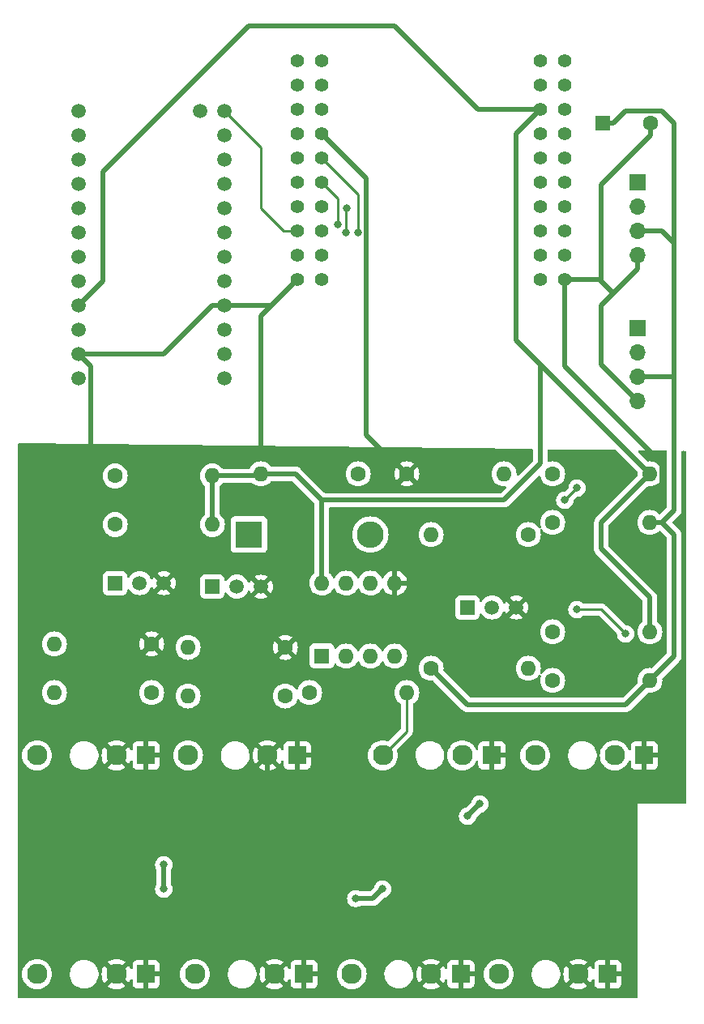
<source format=gbl>
%TF.GenerationSoftware,KiCad,Pcbnew,7.0.5-0*%
%TF.CreationDate,2024-01-09T14:25:17-05:00*%
%TF.ProjectId,ESP-32_USB_sequencer,4553502d-3332-45f5-9553-425f73657175,rev?*%
%TF.SameCoordinates,Original*%
%TF.FileFunction,Copper,L2,Bot*%
%TF.FilePolarity,Positive*%
%FSLAX46Y46*%
G04 Gerber Fmt 4.6, Leading zero omitted, Abs format (unit mm)*
G04 Created by KiCad (PCBNEW 7.0.5-0) date 2024-01-09 14:25:17*
%MOMM*%
%LPD*%
G01*
G04 APERTURE LIST*
%TA.AperFunction,ComponentPad*%
%ADD10C,1.600000*%
%TD*%
%TA.AperFunction,ComponentPad*%
%ADD11O,1.600000X1.600000*%
%TD*%
%TA.AperFunction,ComponentPad*%
%ADD12R,1.600000X1.600000*%
%TD*%
%TA.AperFunction,ComponentPad*%
%ADD13R,1.500000X1.500000*%
%TD*%
%TA.AperFunction,ComponentPad*%
%ADD14C,1.500000*%
%TD*%
%TA.AperFunction,ComponentPad*%
%ADD15C,1.400000*%
%TD*%
%TA.AperFunction,ComponentPad*%
%ADD16R,2.800000X2.800000*%
%TD*%
%TA.AperFunction,ComponentPad*%
%ADD17O,2.800000X2.800000*%
%TD*%
%TA.AperFunction,ComponentPad*%
%ADD18R,1.700000X1.700000*%
%TD*%
%TA.AperFunction,ComponentPad*%
%ADD19O,1.700000X1.700000*%
%TD*%
%TA.AperFunction,ComponentPad*%
%ADD20R,1.830000X1.930000*%
%TD*%
%TA.AperFunction,ComponentPad*%
%ADD21C,2.130000*%
%TD*%
%TA.AperFunction,ViaPad*%
%ADD22C,0.800000*%
%TD*%
%TA.AperFunction,Conductor*%
%ADD23C,0.500000*%
%TD*%
%TA.AperFunction,Conductor*%
%ADD24C,0.250000*%
%TD*%
G04 APERTURE END LIST*
D10*
%TO.P,R11,1*%
%TO.N,/5v_SDA*%
X127000000Y-134403000D03*
D11*
%TO.P,R11,2*%
%TO.N,+5V*%
X137160000Y-134403000D03*
%TD*%
D10*
%TO.P,R23,1*%
%TO.N,Net-(D9-K)*%
X101600000Y-152183000D03*
D11*
%TO.P,R23,2*%
%TO.N,Net-(J10-PadR)*%
X111760000Y-152183000D03*
%TD*%
D10*
%TO.P,R22,1*%
%TO.N,/midi_in*%
X106680000Y-129323000D03*
D11*
%TO.P,R22,2*%
%TO.N,+3.3V*%
X96520000Y-129323000D03*
%TD*%
D10*
%TO.P,R21,1*%
%TO.N,GND*%
X111760000Y-129323000D03*
D11*
%TO.P,R21,2*%
%TO.N,Net-(U5-VO1)*%
X121920000Y-129323000D03*
%TD*%
D12*
%TO.P,U5,1,NC*%
%TO.N,unconnected-(U5-NC-Pad1)*%
X102880000Y-148363000D03*
D11*
%TO.P,U5,2,C1*%
%TO.N,Net-(D9-K)*%
X105420000Y-148363000D03*
%TO.P,U5,3,C2*%
%TO.N,Net-(D9-A)*%
X107960000Y-148363000D03*
%TO.P,U5,4,NC*%
%TO.N,unconnected-(U5-NC-Pad4)*%
X110500000Y-148363000D03*
%TO.P,U5,5,GND*%
%TO.N,GND*%
X110500000Y-140743000D03*
%TO.P,U5,6,VO2*%
%TO.N,/midi_in*%
X107960000Y-140743000D03*
%TO.P,U5,7,VO1*%
%TO.N,Net-(U5-VO1)*%
X105420000Y-140743000D03*
%TO.P,U5,8,VCC*%
%TO.N,+3.3V*%
X102880000Y-140743000D03*
%TD*%
D13*
%TO.P,Q4,1,C*%
%TO.N,/A32*%
X81280000Y-140753000D03*
D14*
%TO.P,Q4,2,B*%
%TO.N,Net-(Q4-B)*%
X83820000Y-140753000D03*
%TO.P,Q4,3,E*%
%TO.N,GND*%
X86360000Y-140753000D03*
%TD*%
%TO.P,U2,1,SS*%
%TO.N,/CS*%
X77470000Y-91440000D03*
%TO.P,U2,2,MOSI*%
%TO.N,/MOSI*%
X77470000Y-93980000D03*
%TO.P,U2,3,MISO*%
%TO.N,/MISO*%
X77470000Y-96520000D03*
%TO.P,U2,4,CLK*%
%TO.N,/CLK*%
X77470000Y-99060000D03*
%TO.P,U2,5,NC*%
%TO.N,unconnected-(U2-NC-Pad5)*%
X77470000Y-101600000D03*
%TO.P,U2,6,NC*%
%TO.N,unconnected-(U2-NC-Pad6)*%
X77470000Y-104140000D03*
%TO.P,U2,7,NC*%
%TO.N,unconnected-(U2-NC-Pad7)*%
X77470000Y-106680000D03*
%TO.P,U2,8,NC*%
%TO.N,unconnected-(U2-NC-Pad8)*%
X77470000Y-109220000D03*
%TO.P,U2,9,3v3*%
%TO.N,+3.3V*%
X77470000Y-111760000D03*
%TO.P,U2,10,NC*%
%TO.N,unconnected-(U2-NC-Pad10)*%
X77470000Y-114300000D03*
%TO.P,U2,11,GND*%
%TO.N,GND*%
X77470000Y-116840000D03*
%TO.P,U2,12,RAW*%
%TO.N,unconnected-(U2-RAW-Pad12)*%
X77470000Y-119380000D03*
%TO.P,U2,13,NC*%
%TO.N,unconnected-(U2-NC-Pad13)*%
X92710000Y-119380000D03*
%TO.P,U2,14,NC*%
%TO.N,unconnected-(U2-NC-Pad14)*%
X92710000Y-116840000D03*
%TO.P,U2,15,RESET*%
%TO.N,/RST*%
X92710000Y-114300000D03*
%TO.P,U2,16,GND*%
%TO.N,GND*%
X92710000Y-111760000D03*
%TO.P,U2,17,NC*%
%TO.N,unconnected-(U2-NC-Pad17)*%
X92710000Y-109220000D03*
%TO.P,U2,18,NC*%
%TO.N,unconnected-(U2-NC-Pad18)*%
X92710000Y-106680000D03*
%TO.P,U2,19,NC*%
%TO.N,unconnected-(U2-NC-Pad19)*%
X92710000Y-104140000D03*
%TO.P,U2,20,NC*%
%TO.N,unconnected-(U2-NC-Pad20)*%
X92710000Y-101600000D03*
%TO.P,U2,21,NC*%
%TO.N,unconnected-(U2-NC-Pad21)*%
X92710000Y-99060000D03*
%TO.P,U2,22,NC*%
%TO.N,unconnected-(U2-NC-Pad22)*%
X92710000Y-96520000D03*
%TO.P,U2,23,NC*%
%TO.N,unconnected-(U2-NC-Pad23)*%
X92710000Y-93980000D03*
%TO.P,U2,24,INT*%
%TO.N,/INT*%
X92710000Y-91440000D03*
%TO.P,U2,25,5v*%
%TO.N,+5V*%
X90170000Y-91440000D03*
%TD*%
D15*
%TO.P,U1,1,GND*%
%TO.N,GND*%
X128270000Y-109003000D03*
%TO.P,U1,2,RST*%
%TO.N,/RST*%
X125730000Y-109003000D03*
%TO.P,U1,3,NC*%
%TO.N,unconnected-(U1-NC-Pad3)*%
X128270000Y-106463000D03*
%TO.P,U1,4,IO_36/SVP/A0*%
%TO.N,unconnected-(U1-IO_36{slash}SVP{slash}A0-Pad4)*%
X125730000Y-106463000D03*
%TO.P,U1,5,IO_39/SVN*%
%TO.N,unconnected-(U1-IO_39{slash}SVN-Pad5)*%
X128270000Y-103923000D03*
%TO.P,U1,6,IO_26/D0*%
%TO.N,unconnected-(U1-IO_26{slash}D0-Pad6)*%
X125730000Y-103923000D03*
%TO.P,U1,7,IO_35*%
%TO.N,/A35*%
X128270000Y-101383000D03*
%TO.P,U1,8,IO_18/D5*%
%TO.N,/CLK*%
X125730000Y-101383000D03*
%TO.P,U1,9,IO_33*%
%TO.N,/A33*%
X128270000Y-98843000D03*
%TO.P,U1,10,IO_19/D6*%
%TO.N,/MISO*%
X125730000Y-98843000D03*
%TO.P,U1,11,IO_34*%
%TO.N,/A34*%
X128270000Y-96303000D03*
%TO.P,U1,12,IO_23/D7*%
%TO.N,/MOSI*%
X125730000Y-96303000D03*
%TO.P,U1,13,IO_14/TMS*%
%TO.N,unconnected-(U1-IO_14{slash}TMS-Pad13)*%
X128270000Y-93763000D03*
%TO.P,U1,14,IO_05/D8*%
%TO.N,/CS*%
X125730000Y-93763000D03*
%TO.P,U1,15,NC*%
%TO.N,unconnected-(U1-NC-Pad15)*%
X128270000Y-91223000D03*
%TO.P,U1,16,3V3*%
%TO.N,+3.3V*%
X125730000Y-91223000D03*
%TO.P,U1,17,IO_09/SD2*%
%TO.N,unconnected-(U1-IO_09{slash}SD2-Pad17)*%
X128270000Y-88683000D03*
%TO.P,U1,18,IO_13/TCK*%
%TO.N,unconnected-(U1-IO_13{slash}TCK-Pad18)*%
X125730000Y-88683000D03*
%TO.P,U1,19,CMD*%
%TO.N,unconnected-(U1-CMD-Pad19)*%
X128270000Y-86143000D03*
%TO.P,U1,20,IO_10/SD3*%
%TO.N,unconnected-(U1-IO_10{slash}SD3-Pad20)*%
X125730000Y-86143000D03*
%TO.P,U1,21,TXD*%
%TO.N,unconnected-(U1-TXD-Pad21)*%
X102870000Y-109003000D03*
%TO.P,U1,22,GND*%
%TO.N,GND*%
X100330000Y-109003000D03*
%TO.P,U1,23,RXD*%
%TO.N,unconnected-(U1-RXD-Pad23)*%
X102870000Y-106463000D03*
%TO.P,U1,24,IO_27*%
%TO.N,/GPIO27*%
X100330000Y-106463000D03*
%TO.P,U1,25,IO_22/D1/SCL*%
%TO.N,/SCL*%
X102870000Y-103923000D03*
%TO.P,U1,26,IO_25*%
%TO.N,/INT*%
X100330000Y-103923000D03*
%TO.P,U1,27,IO_21/D2/SDA*%
%TO.N,/SDA*%
X102870000Y-101383000D03*
%TO.P,U1,28,IO_32*%
%TO.N,/A32*%
X100330000Y-101383000D03*
%TO.P,U1,29,IO_17/D3*%
%TO.N,/midi_out*%
X102870000Y-98843000D03*
%TO.P,U1,30,IO_12/TDI*%
%TO.N,unconnected-(U1-IO_12{slash}TDI-Pad30)*%
X100330000Y-98843000D03*
%TO.P,U1,31,IO_16/D4*%
%TO.N,/midi_in*%
X102870000Y-96303000D03*
%TO.P,U1,32,IO_04*%
%TO.N,unconnected-(U1-IO_04-Pad32)*%
X100330000Y-96303000D03*
%TO.P,U1,33,GND*%
%TO.N,GND*%
X102870000Y-93763000D03*
%TO.P,U1,34,IO_00*%
%TO.N,unconnected-(U1-IO_00-Pad34)*%
X100330000Y-93763000D03*
%TO.P,U1,35,VCC_(USB)*%
%TO.N,+5V*%
X102870000Y-91223000D03*
%TO.P,U1,36,IO_02*%
%TO.N,unconnected-(U1-IO_02-Pad36)*%
X100330000Y-91223000D03*
%TO.P,U1,37,TD0*%
%TO.N,unconnected-(U1-TD0-Pad37)*%
X102870000Y-88683000D03*
%TO.P,U1,38,SD1*%
%TO.N,unconnected-(U1-SD1-Pad38)*%
X100330000Y-88683000D03*
%TO.P,U1,39,SD0*%
%TO.N,unconnected-(U1-SD0-Pad39)*%
X102870000Y-86143000D03*
%TO.P,U1,40,CLK*%
%TO.N,unconnected-(U1-CLK-Pad40)*%
X100330000Y-86143000D03*
%TD*%
D10*
%TO.P,R18,1*%
%TO.N,/A32*%
X81280000Y-129540000D03*
D11*
%TO.P,R18,2*%
%TO.N,+3.3V*%
X91440000Y-129540000D03*
%TD*%
D10*
%TO.P,R27,1*%
%TO.N,+5V*%
X114300000Y-149643000D03*
D11*
%TO.P,R27,2*%
%TO.N,Net-(J12-PadR)*%
X124460000Y-149643000D03*
%TD*%
D10*
%TO.P,R13,1*%
%TO.N,/5v_SCL*%
X127000000Y-150913000D03*
D11*
%TO.P,R13,2*%
%TO.N,+5V*%
X137160000Y-150913000D03*
%TD*%
D10*
%TO.P,R14,1*%
%TO.N,GND*%
X99060000Y-147463000D03*
D11*
%TO.P,R14,2*%
%TO.N,Net-(Q3-B)*%
X88900000Y-147463000D03*
%TD*%
D13*
%TO.P,Q3,1,C*%
%TO.N,/GPIO27*%
X91440000Y-141113000D03*
D14*
%TO.P,Q3,2,B*%
%TO.N,Net-(Q3-B)*%
X93980000Y-141113000D03*
%TO.P,Q3,3,E*%
%TO.N,GND*%
X96520000Y-141113000D03*
%TD*%
D13*
%TO.P,Q7,1,C*%
%TO.N,Net-(Q7-C)*%
X118110000Y-143293000D03*
D14*
%TO.P,Q7,2,B*%
%TO.N,Net-(Q7-B)*%
X120650000Y-143293000D03*
%TO.P,Q7,3,E*%
%TO.N,GND*%
X123190000Y-143293000D03*
%TD*%
D16*
%TO.P,D9,1,K*%
%TO.N,Net-(D9-K)*%
X95250000Y-135673000D03*
D17*
%TO.P,D9,2,A*%
%TO.N,Net-(D9-A)*%
X107950000Y-135673000D03*
%TD*%
D10*
%TO.P,R24,1*%
%TO.N,/midi_out*%
X124460000Y-135673000D03*
D11*
%TO.P,R24,2*%
%TO.N,Net-(Q7-B)*%
X114300000Y-135673000D03*
%TD*%
D12*
%TO.P,C2,1*%
%TO.N,+5V*%
X132217349Y-92710000D03*
D10*
%TO.P,C2,2*%
%TO.N,GND*%
X137217349Y-92710000D03*
%TD*%
%TO.P,R10,1*%
%TO.N,/SDA*%
X127000000Y-129323000D03*
D11*
%TO.P,R10,2*%
%TO.N,+3.3V*%
X137160000Y-129323000D03*
%TD*%
D10*
%TO.P,R12,1*%
%TO.N,/SCL*%
X127000000Y-145833000D03*
D11*
%TO.P,R12,2*%
%TO.N,+3.3V*%
X137160000Y-145833000D03*
%TD*%
D10*
%TO.P,R15,1*%
%TO.N,Net-(J3-PadT)*%
X85090000Y-152183000D03*
D11*
%TO.P,R15,2*%
%TO.N,Net-(Q4-B)*%
X74930000Y-152183000D03*
%TD*%
D10*
%TO.P,R5,1*%
%TO.N,Net-(J2-PadT)*%
X99060000Y-152543000D03*
D11*
%TO.P,R5,2*%
%TO.N,Net-(Q3-B)*%
X88900000Y-152543000D03*
%TD*%
D10*
%TO.P,R16,1*%
%TO.N,GND*%
X85090000Y-147103000D03*
D11*
%TO.P,R16,2*%
%TO.N,Net-(Q4-B)*%
X74930000Y-147103000D03*
%TD*%
D10*
%TO.P,R19,1*%
%TO.N,/GPIO27*%
X81280000Y-134620000D03*
D11*
%TO.P,R19,2*%
%TO.N,+3.3V*%
X91440000Y-134620000D03*
%TD*%
D18*
%TO.P,I2CA2,1,Pin_1*%
%TO.N,/5v_SCL*%
X135890000Y-114083000D03*
D19*
%TO.P,I2CA2,2,Pin_2*%
%TO.N,/5v_SDA*%
X135890000Y-116623000D03*
%TO.P,I2CA2,3,Pin_3*%
%TO.N,+5V*%
X135890000Y-119163000D03*
%TO.P,I2CA2,4,Pin_4*%
%TO.N,GND*%
X135890000Y-121703000D03*
%TD*%
D20*
%TO.P,J3,S*%
%TO.N,GND*%
X84520000Y-158750000D03*
D21*
%TO.P,J3,T*%
%TO.N,Net-(J3-PadT)*%
X73120000Y-158750000D03*
%TO.P,J3,TN*%
%TO.N,GND*%
X81420000Y-158750000D03*
%TD*%
%TO.P,J10,R*%
%TO.N,Net-(J10-PadR)*%
X109250000Y-158750000D03*
D20*
%TO.P,J10,S*%
%TO.N,GND*%
X120650000Y-158750000D03*
D21*
%TO.P,J10,T*%
%TO.N,Net-(D9-A)*%
X117550000Y-158750000D03*
%TD*%
D20*
%TO.P,J6,S*%
%TO.N,GND*%
X84520000Y-181610000D03*
D21*
%TO.P,J6,T*%
%TO.N,Net-(D1-K)*%
X73120000Y-181610000D03*
%TO.P,J6,TN*%
%TO.N,GND*%
X81420000Y-181610000D03*
%TD*%
D20*
%TO.P,J1,S*%
%TO.N,GND*%
X117400000Y-181610000D03*
D21*
%TO.P,J1,T*%
%TO.N,Net-(D3-K)*%
X106000000Y-181610000D03*
%TO.P,J1,TN*%
%TO.N,GND*%
X114300000Y-181610000D03*
%TD*%
D20*
%TO.P,J2,S*%
%TO.N,GND*%
X100300000Y-158750000D03*
D21*
%TO.P,J2,T*%
%TO.N,Net-(J2-PadT)*%
X88900000Y-158750000D03*
%TO.P,J2,TN*%
%TO.N,GND*%
X97200000Y-158750000D03*
%TD*%
D18*
%TO.P,I2CA1,1,Pin_1*%
%TO.N,/5v_SCL*%
X135890000Y-98853000D03*
D19*
%TO.P,I2CA1,2,Pin_2*%
%TO.N,/5v_SDA*%
X135890000Y-101393000D03*
%TO.P,I2CA1,3,Pin_3*%
%TO.N,+5V*%
X135890000Y-103933000D03*
%TO.P,I2CA1,4,Pin_4*%
%TO.N,GND*%
X135890000Y-106473000D03*
%TD*%
D21*
%TO.P,J12,R*%
%TO.N,Net-(J12-PadR)*%
X125190000Y-158750000D03*
D20*
%TO.P,J12,S*%
%TO.N,GND*%
X136590000Y-158750000D03*
D21*
%TO.P,J12,T*%
%TO.N,Net-(Q7-C)*%
X133490000Y-158750000D03*
%TD*%
D20*
%TO.P,J7,S*%
%TO.N,GND*%
X101030000Y-181610000D03*
D21*
%TO.P,J7,T*%
%TO.N,Net-(D6-K)*%
X89630000Y-181610000D03*
%TO.P,J7,TN*%
%TO.N,GND*%
X97930000Y-181610000D03*
%TD*%
D20*
%TO.P,J5,S*%
%TO.N,GND*%
X132780000Y-181610000D03*
D21*
%TO.P,J5,T*%
%TO.N,Net-(D5-K)*%
X121380000Y-181610000D03*
%TO.P,J5,TN*%
%TO.N,GND*%
X129680000Y-181610000D03*
%TD*%
D22*
%TO.N,GND*%
X82550000Y-167640000D03*
X87630000Y-168910000D03*
X96520000Y-163830000D03*
X104140000Y-173990000D03*
X106680000Y-160020000D03*
%TO.N,+5V*%
X86360000Y-172720000D03*
X109220000Y-172720000D03*
X106413726Y-173723726D03*
X86360000Y-170180000D03*
X118110000Y-165100000D03*
X119380000Y-163830000D03*
%TO.N,/RST*%
X105483149Y-101526850D03*
X105410000Y-104140000D03*
%TO.N,/midi_in*%
X106680000Y-104140000D03*
%TO.N,/midi_out*%
X104543799Y-103273799D03*
%TO.N,/5v_SDA*%
X134620000Y-146050000D03*
X128270000Y-132080000D03*
X129540000Y-143510000D03*
X129540000Y-130810000D03*
%TD*%
D23*
%TO.N,GND*%
X86360000Y-116840000D02*
X91440000Y-111760000D01*
X128270000Y-109003000D02*
X128270000Y-118110000D01*
X104140000Y-173990000D02*
X104140000Y-175260000D01*
X131863000Y-109003000D02*
X132080000Y-109220000D01*
X97573000Y-111760000D02*
X92710000Y-111760000D01*
X96520000Y-112813000D02*
X96520000Y-127000000D01*
X77470000Y-116840000D02*
X78740000Y-118110000D01*
X128270000Y-118110000D02*
X138430000Y-128270000D01*
X107530000Y-125310000D02*
X109220000Y-127000000D01*
X107530000Y-98423000D02*
X107530000Y-125310000D01*
X100330000Y-109003000D02*
X96520000Y-112813000D01*
X132080000Y-109220000D02*
X133350000Y-110490000D01*
X138430000Y-128270000D02*
X138430000Y-132722950D01*
X97200000Y-158750000D02*
X97200000Y-163150000D01*
X97200000Y-163150000D02*
X96520000Y-163830000D01*
X100330000Y-109003000D02*
X97573000Y-111760000D01*
X91440000Y-111760000D02*
X92710000Y-111760000D01*
X132080000Y-111760000D02*
X132080000Y-117893000D01*
X106680000Y-160020000D02*
X106680000Y-161290000D01*
X135890000Y-107950000D02*
X133350000Y-110490000D01*
X132080000Y-117893000D02*
X135890000Y-121703000D01*
X137217349Y-92710000D02*
X137217349Y-93980001D01*
X128270000Y-109003000D02*
X131863000Y-109003000D01*
X132080000Y-99117349D02*
X132080000Y-109220000D01*
X102870000Y-93763000D02*
X107530000Y-98423000D01*
X78740000Y-118110000D02*
X78740000Y-127000000D01*
X135890000Y-106473000D02*
X135890000Y-107950000D01*
X133350000Y-110490000D02*
X132080000Y-111760000D01*
X77470000Y-116840000D02*
X86360000Y-116840000D01*
X82550000Y-167640000D02*
X82550000Y-168910000D01*
X137217349Y-93980001D02*
X132080000Y-99117349D01*
%TO.N,+5V*%
X137160000Y-134403000D02*
X138430000Y-134403000D01*
X118110000Y-165100000D02*
X119380000Y-163830000D01*
X138430000Y-91440000D02*
X139700000Y-92710000D01*
X139700000Y-135673000D02*
X138430000Y-134403000D01*
X132217349Y-92710000D02*
X133350000Y-92710000D01*
X134620000Y-91440000D02*
X138430000Y-91440000D01*
X134620000Y-153453000D02*
X137160000Y-150913000D01*
X139700000Y-105193000D02*
X139700000Y-119163000D01*
X86360000Y-172720000D02*
X86360000Y-170180000D01*
X139700000Y-119163000D02*
X135890000Y-119163000D01*
X139700000Y-133133000D02*
X139700000Y-119163000D01*
X137160000Y-150913000D02*
X139700000Y-148373000D01*
X108216274Y-173723726D02*
X109220000Y-172720000D01*
X138440000Y-103933000D02*
X135890000Y-103933000D01*
X133350000Y-92710000D02*
X134620000Y-91440000D01*
X106413726Y-173723726D02*
X108216274Y-173723726D01*
X138430000Y-134403000D02*
X139700000Y-133133000D01*
X139700000Y-148373000D02*
X139700000Y-135673000D01*
X118110000Y-153453000D02*
X134620000Y-153453000D01*
X114300000Y-149643000D02*
X118110000Y-153453000D01*
X139700000Y-92710000D02*
X139700000Y-105193000D01*
X139700000Y-105193000D02*
X138440000Y-103933000D01*
D24*
%TO.N,/INT*%
X100330000Y-103923000D02*
X98843000Y-103923000D01*
X98843000Y-103923000D02*
X96520000Y-101600000D01*
X96520000Y-95250000D02*
X92710000Y-91440000D01*
X96520000Y-101600000D02*
X96520000Y-95250000D01*
D23*
%TO.N,+3.3V*%
X95250000Y-82550000D02*
X110490000Y-82550000D01*
X110490000Y-82550000D02*
X119163000Y-91223000D01*
X102870000Y-132080000D02*
X121920000Y-132080000D01*
X91440000Y-129540000D02*
X96303000Y-129540000D01*
X100113000Y-129323000D02*
X102870000Y-132080000D01*
X123190000Y-115353000D02*
X125838500Y-118001500D01*
X125730000Y-118110000D02*
X125838500Y-118001500D01*
X91440000Y-129540000D02*
X91440000Y-134620000D01*
X132080000Y-137160000D02*
X132080000Y-134403000D01*
X119163000Y-91223000D02*
X125730000Y-91223000D01*
X80010000Y-97790000D02*
X95250000Y-82550000D01*
X125730000Y-91223000D02*
X123190000Y-93763000D01*
X123190000Y-93763000D02*
X123190000Y-115353000D01*
X80010000Y-109220000D02*
X80010000Y-97790000D01*
X102880000Y-132090000D02*
X102880000Y-140743000D01*
X132080000Y-134403000D02*
X137160000Y-129323000D01*
X96303000Y-129540000D02*
X96520000Y-129323000D01*
X137160000Y-145833000D02*
X137160000Y-142240000D01*
X77470000Y-111760000D02*
X80010000Y-109220000D01*
X102870000Y-132080000D02*
X102880000Y-132090000D01*
X96520000Y-129323000D02*
X100113000Y-129323000D01*
X125730000Y-128270000D02*
X125730000Y-118110000D01*
X121920000Y-132080000D02*
X125730000Y-128270000D01*
X137160000Y-142240000D02*
X132080000Y-137160000D01*
X125838500Y-118001500D02*
X137160000Y-129323000D01*
D24*
%TO.N,/RST*%
X105410000Y-101599999D02*
X105410000Y-104140000D01*
X105483149Y-101526850D02*
X105410000Y-101599999D01*
%TO.N,/midi_in*%
X106680000Y-100113000D02*
X102870000Y-96303000D01*
X106680000Y-104140000D02*
X106680000Y-100113000D01*
%TO.N,Net-(J10-PadR)*%
X111760000Y-156240000D02*
X109250000Y-158750000D01*
X111760000Y-152183000D02*
X111760000Y-156240000D01*
%TO.N,/midi_out*%
X104543799Y-103273799D02*
X104543799Y-100516799D01*
X104543799Y-100516799D02*
X102870000Y-98843000D01*
%TO.N,/5v_SDA*%
X128270000Y-132080000D02*
X129540000Y-130810000D01*
X134620000Y-146050000D02*
X132080000Y-143510000D01*
X132080000Y-143510000D02*
X129540000Y-143510000D01*
%TD*%
%TA.AperFunction,Conductor*%
%TO.N,GND*%
G36*
X124856961Y-126735728D02*
G01*
X124923762Y-126756199D01*
X124968893Y-126809538D01*
X124979500Y-126859719D01*
X124979500Y-127907769D01*
X124959815Y-127974808D01*
X124943181Y-127995450D01*
X123428962Y-129509669D01*
X123367639Y-129543154D01*
X123297947Y-129538170D01*
X123242014Y-129496298D01*
X123217597Y-129430834D01*
X123217753Y-129411180D01*
X123221942Y-129363308D01*
X123225468Y-129323000D01*
X123224620Y-129313313D01*
X123205635Y-129096313D01*
X123205635Y-129096308D01*
X123146739Y-128876504D01*
X123050568Y-128670266D01*
X122920047Y-128483861D01*
X122920045Y-128483858D01*
X122759141Y-128322954D01*
X122572734Y-128192432D01*
X122572732Y-128192431D01*
X122366497Y-128096261D01*
X122366488Y-128096258D01*
X122146697Y-128037366D01*
X122146693Y-128037365D01*
X122146692Y-128037365D01*
X122146691Y-128037364D01*
X122146686Y-128037364D01*
X121920002Y-128017532D01*
X121919998Y-128017532D01*
X121693313Y-128037364D01*
X121693302Y-128037366D01*
X121473511Y-128096258D01*
X121473502Y-128096261D01*
X121267267Y-128192431D01*
X121267265Y-128192432D01*
X121080858Y-128322954D01*
X120919954Y-128483858D01*
X120789432Y-128670265D01*
X120789431Y-128670267D01*
X120693261Y-128876502D01*
X120693258Y-128876511D01*
X120634366Y-129096302D01*
X120634364Y-129096313D01*
X120614532Y-129322998D01*
X120614532Y-129323001D01*
X120634364Y-129549686D01*
X120634366Y-129549697D01*
X120693258Y-129769488D01*
X120693261Y-129769497D01*
X120789431Y-129975732D01*
X120789432Y-129975734D01*
X120919954Y-130162141D01*
X121080858Y-130323045D01*
X121127693Y-130355839D01*
X121267266Y-130453568D01*
X121473504Y-130549739D01*
X121693308Y-130608635D01*
X121855230Y-130622801D01*
X121919998Y-130628468D01*
X121920000Y-130628468D01*
X121920001Y-130628468D01*
X121943421Y-130626418D01*
X122008180Y-130620753D01*
X122076680Y-130634519D01*
X122126863Y-130683134D01*
X122142797Y-130751163D01*
X122119422Y-130817007D01*
X122106669Y-130831962D01*
X121645451Y-131293181D01*
X121584128Y-131326666D01*
X121557770Y-131329500D01*
X103232229Y-131329500D01*
X103165190Y-131309815D01*
X103144548Y-131293181D01*
X101924867Y-130073500D01*
X101174369Y-129323001D01*
X105374532Y-129323001D01*
X105394364Y-129549686D01*
X105394366Y-129549697D01*
X105453258Y-129769488D01*
X105453261Y-129769497D01*
X105549431Y-129975732D01*
X105549432Y-129975734D01*
X105679954Y-130162141D01*
X105840858Y-130323045D01*
X105887693Y-130355839D01*
X106027266Y-130453568D01*
X106233504Y-130549739D01*
X106453308Y-130608635D01*
X106615230Y-130622801D01*
X106679998Y-130628468D01*
X106680000Y-130628468D01*
X106680002Y-130628468D01*
X106736673Y-130623509D01*
X106906692Y-130608635D01*
X107126496Y-130549739D01*
X107332734Y-130453568D01*
X107519139Y-130323047D01*
X107680047Y-130162139D01*
X107810568Y-129975734D01*
X107906739Y-129769496D01*
X107965635Y-129549692D01*
X107985468Y-129323002D01*
X110455034Y-129323002D01*
X110474858Y-129549599D01*
X110474860Y-129549610D01*
X110533730Y-129769317D01*
X110533734Y-129769326D01*
X110629865Y-129975481D01*
X110629866Y-129975483D01*
X110680973Y-130048471D01*
X110680973Y-130048472D01*
X111362045Y-129367399D01*
X111374835Y-129448148D01*
X111432359Y-129561045D01*
X111521955Y-129650641D01*
X111634852Y-129708165D01*
X111715599Y-129720953D01*
X111034526Y-130402025D01*
X111034526Y-130402026D01*
X111107512Y-130453131D01*
X111107516Y-130453133D01*
X111313673Y-130549265D01*
X111313682Y-130549269D01*
X111533389Y-130608139D01*
X111533400Y-130608141D01*
X111759998Y-130627966D01*
X111760002Y-130627966D01*
X111986599Y-130608141D01*
X111986610Y-130608139D01*
X112206317Y-130549269D01*
X112206331Y-130549264D01*
X112412478Y-130453136D01*
X112485472Y-130402025D01*
X111804401Y-129720953D01*
X111885148Y-129708165D01*
X111998045Y-129650641D01*
X112087641Y-129561045D01*
X112145165Y-129448148D01*
X112157953Y-129367400D01*
X112839025Y-130048472D01*
X112890136Y-129975478D01*
X112986264Y-129769331D01*
X112986269Y-129769317D01*
X113045139Y-129549610D01*
X113045141Y-129549599D01*
X113064966Y-129323002D01*
X113064966Y-129322997D01*
X113045141Y-129096400D01*
X113045139Y-129096389D01*
X112986269Y-128876682D01*
X112986265Y-128876673D01*
X112890133Y-128670516D01*
X112890131Y-128670512D01*
X112839026Y-128597526D01*
X112839025Y-128597526D01*
X112157953Y-129278598D01*
X112145165Y-129197852D01*
X112087641Y-129084955D01*
X111998045Y-128995359D01*
X111885148Y-128937835D01*
X111804400Y-128925046D01*
X112485472Y-128243974D01*
X112485471Y-128243973D01*
X112412483Y-128192866D01*
X112412481Y-128192865D01*
X112206326Y-128096734D01*
X112206317Y-128096730D01*
X111986610Y-128037860D01*
X111986599Y-128037858D01*
X111760002Y-128018034D01*
X111759998Y-128018034D01*
X111533400Y-128037858D01*
X111533389Y-128037860D01*
X111313682Y-128096730D01*
X111313673Y-128096734D01*
X111107513Y-128192868D01*
X111034527Y-128243972D01*
X111034526Y-128243973D01*
X111715600Y-128925046D01*
X111634852Y-128937835D01*
X111521955Y-128995359D01*
X111432359Y-129084955D01*
X111374835Y-129197852D01*
X111362046Y-129278598D01*
X110680973Y-128597526D01*
X110629868Y-128670513D01*
X110533734Y-128876673D01*
X110533730Y-128876682D01*
X110474860Y-129096389D01*
X110474858Y-129096400D01*
X110455034Y-129322997D01*
X110455034Y-129323002D01*
X107985468Y-129323002D01*
X107985468Y-129323000D01*
X107984620Y-129313313D01*
X107965635Y-129096313D01*
X107965635Y-129096308D01*
X107906739Y-128876504D01*
X107810568Y-128670266D01*
X107680047Y-128483861D01*
X107680045Y-128483858D01*
X107519141Y-128322954D01*
X107332734Y-128192432D01*
X107332732Y-128192431D01*
X107126497Y-128096261D01*
X107126488Y-128096258D01*
X106906697Y-128037366D01*
X106906693Y-128037365D01*
X106906692Y-128037365D01*
X106906691Y-128037364D01*
X106906686Y-128037364D01*
X106680002Y-128017532D01*
X106679998Y-128017532D01*
X106453313Y-128037364D01*
X106453302Y-128037366D01*
X106233511Y-128096258D01*
X106233502Y-128096261D01*
X106027267Y-128192431D01*
X106027265Y-128192432D01*
X105840858Y-128322954D01*
X105679954Y-128483858D01*
X105549432Y-128670265D01*
X105549431Y-128670267D01*
X105453261Y-128876502D01*
X105453258Y-128876511D01*
X105394366Y-129096302D01*
X105394364Y-129096313D01*
X105374532Y-129322998D01*
X105374532Y-129323001D01*
X101174369Y-129323001D01*
X100688729Y-128837361D01*
X100676949Y-128823730D01*
X100669482Y-128813701D01*
X100662612Y-128804472D01*
X100662610Y-128804470D01*
X100622587Y-128770886D01*
X100618612Y-128767244D01*
X100615690Y-128764322D01*
X100612779Y-128761410D01*
X100587736Y-128741609D01*
X100586338Y-128740470D01*
X100528214Y-128691698D01*
X100522180Y-128687729D01*
X100522212Y-128687680D01*
X100515853Y-128683628D01*
X100515822Y-128683679D01*
X100509680Y-128679891D01*
X100509678Y-128679890D01*
X100509677Y-128679889D01*
X100440872Y-128647804D01*
X100439252Y-128647019D01*
X100399512Y-128627061D01*
X100371433Y-128612960D01*
X100371431Y-128612959D01*
X100371430Y-128612959D01*
X100364645Y-128610489D01*
X100364665Y-128610433D01*
X100357549Y-128607959D01*
X100357531Y-128608015D01*
X100350674Y-128605743D01*
X100276328Y-128590391D01*
X100274569Y-128590001D01*
X100200718Y-128572499D01*
X100193547Y-128571661D01*
X100193553Y-128571601D01*
X100186055Y-128570835D01*
X100186050Y-128570895D01*
X100178860Y-128570265D01*
X100102968Y-128572474D01*
X100101165Y-128572500D01*
X97646663Y-128572500D01*
X97579624Y-128552815D01*
X97545088Y-128519623D01*
X97520045Y-128483858D01*
X97359141Y-128322954D01*
X97172734Y-128192432D01*
X97172732Y-128192431D01*
X96966497Y-128096261D01*
X96966488Y-128096258D01*
X96746697Y-128037366D01*
X96746693Y-128037365D01*
X96746692Y-128037365D01*
X96746691Y-128037364D01*
X96746686Y-128037364D01*
X96520002Y-128017532D01*
X96519998Y-128017532D01*
X96293313Y-128037364D01*
X96293302Y-128037366D01*
X96073511Y-128096258D01*
X96073502Y-128096261D01*
X95867267Y-128192431D01*
X95867265Y-128192432D01*
X95680858Y-128322954D01*
X95519954Y-128483858D01*
X95389432Y-128670265D01*
X95389429Y-128670271D01*
X95367218Y-128717904D01*
X95321046Y-128770344D01*
X95254836Y-128789500D01*
X92566663Y-128789500D01*
X92499624Y-128769815D01*
X92465088Y-128736623D01*
X92440045Y-128700858D01*
X92279141Y-128539954D01*
X92092734Y-128409432D01*
X92092732Y-128409431D01*
X91886497Y-128313261D01*
X91886488Y-128313258D01*
X91666697Y-128254366D01*
X91666693Y-128254365D01*
X91666692Y-128254365D01*
X91666691Y-128254364D01*
X91666686Y-128254364D01*
X91440002Y-128234532D01*
X91439998Y-128234532D01*
X91213313Y-128254364D01*
X91213302Y-128254366D01*
X90993511Y-128313258D01*
X90993502Y-128313261D01*
X90787267Y-128409431D01*
X90787265Y-128409432D01*
X90600858Y-128539954D01*
X90439954Y-128700858D01*
X90309432Y-128887265D01*
X90309431Y-128887267D01*
X90213261Y-129093502D01*
X90213258Y-129093511D01*
X90154366Y-129313302D01*
X90154364Y-129313313D01*
X90134532Y-129539998D01*
X90134532Y-129540001D01*
X90154364Y-129766686D01*
X90154366Y-129766697D01*
X90213258Y-129986488D01*
X90213261Y-129986497D01*
X90309431Y-130192732D01*
X90309432Y-130192734D01*
X90439954Y-130379141D01*
X90600859Y-130540046D01*
X90636621Y-130565086D01*
X90680247Y-130619662D01*
X90689500Y-130666662D01*
X90689500Y-133493336D01*
X90669815Y-133560375D01*
X90636625Y-133594910D01*
X90600863Y-133619951D01*
X90439951Y-133780862D01*
X90309432Y-133967265D01*
X90309431Y-133967267D01*
X90213261Y-134173502D01*
X90213258Y-134173511D01*
X90154366Y-134393302D01*
X90154364Y-134393313D01*
X90134532Y-134619998D01*
X90134532Y-134620001D01*
X90154364Y-134846686D01*
X90154366Y-134846697D01*
X90213258Y-135066488D01*
X90213261Y-135066497D01*
X90309431Y-135272732D01*
X90309432Y-135272734D01*
X90439954Y-135459141D01*
X90600858Y-135620045D01*
X90625832Y-135637532D01*
X90787266Y-135750568D01*
X90993504Y-135846739D01*
X91213308Y-135905635D01*
X91375230Y-135919801D01*
X91439998Y-135925468D01*
X91440000Y-135925468D01*
X91440002Y-135925468D01*
X91496673Y-135920509D01*
X91666692Y-135905635D01*
X91886496Y-135846739D01*
X92092734Y-135750568D01*
X92279139Y-135620047D01*
X92440047Y-135459139D01*
X92570568Y-135272734D01*
X92666739Y-135066496D01*
X92725635Y-134846692D01*
X92745468Y-134620000D01*
X92725635Y-134393308D01*
X92666739Y-134173504D01*
X92570568Y-133967266D01*
X92473897Y-133829204D01*
X92440048Y-133780862D01*
X92361529Y-133702343D01*
X92279139Y-133619953D01*
X92259721Y-133606356D01*
X92243375Y-133594910D01*
X92199751Y-133540332D01*
X92190500Y-133493336D01*
X92190500Y-130666662D01*
X92210185Y-130599623D01*
X92243379Y-130565086D01*
X92265297Y-130549739D01*
X92279139Y-130540047D01*
X92440047Y-130379139D01*
X92465086Y-130343377D01*
X92519665Y-130299752D01*
X92566663Y-130290500D01*
X95596951Y-130290500D01*
X95663990Y-130310185D01*
X95676275Y-130320085D01*
X95676711Y-130319566D01*
X95680855Y-130323043D01*
X95755718Y-130375462D01*
X95867266Y-130453568D01*
X96073504Y-130549739D01*
X96293308Y-130608635D01*
X96455230Y-130622801D01*
X96519998Y-130628468D01*
X96520000Y-130628468D01*
X96520002Y-130628468D01*
X96576672Y-130623509D01*
X96746692Y-130608635D01*
X96966496Y-130549739D01*
X97172734Y-130453568D01*
X97359139Y-130323047D01*
X97520047Y-130162139D01*
X97545086Y-130126377D01*
X97599665Y-130082752D01*
X97646663Y-130073500D01*
X99750770Y-130073500D01*
X99817809Y-130093185D01*
X99838451Y-130109819D01*
X102093180Y-132364548D01*
X102126665Y-132425871D01*
X102129499Y-132452229D01*
X102129499Y-139616337D01*
X102109814Y-139683376D01*
X102076624Y-139717911D01*
X102040863Y-139742951D01*
X101879951Y-139903862D01*
X101749432Y-140090265D01*
X101749431Y-140090267D01*
X101653261Y-140296502D01*
X101653258Y-140296511D01*
X101594366Y-140516302D01*
X101594364Y-140516313D01*
X101574532Y-140742998D01*
X101574532Y-140743001D01*
X101594364Y-140969686D01*
X101594366Y-140969697D01*
X101653258Y-141189488D01*
X101653261Y-141189497D01*
X101749431Y-141395732D01*
X101749432Y-141395734D01*
X101879954Y-141582141D01*
X102040858Y-141743045D01*
X102064841Y-141759838D01*
X102227266Y-141873568D01*
X102433504Y-141969739D01*
X102433509Y-141969740D01*
X102433511Y-141969741D01*
X102486415Y-141983916D01*
X102653308Y-142028635D01*
X102811786Y-142042500D01*
X102879998Y-142048468D01*
X102880000Y-142048468D01*
X102880002Y-142048468D01*
X102948214Y-142042500D01*
X103106692Y-142028635D01*
X103326496Y-141969739D01*
X103532734Y-141873568D01*
X103719139Y-141743047D01*
X103880047Y-141582139D01*
X104010568Y-141395734D01*
X104037619Y-141337721D01*
X104083788Y-141285286D01*
X104150981Y-141266133D01*
X104217862Y-141286348D01*
X104262380Y-141337722D01*
X104289432Y-141395734D01*
X104320876Y-141440641D01*
X104419954Y-141582141D01*
X104580858Y-141743045D01*
X104604841Y-141759838D01*
X104767266Y-141873568D01*
X104973504Y-141969739D01*
X104973509Y-141969740D01*
X104973511Y-141969741D01*
X105026415Y-141983916D01*
X105193308Y-142028635D01*
X105351786Y-142042500D01*
X105419998Y-142048468D01*
X105420000Y-142048468D01*
X105420002Y-142048468D01*
X105488214Y-142042500D01*
X105646692Y-142028635D01*
X105866496Y-141969739D01*
X106072734Y-141873568D01*
X106259139Y-141743047D01*
X106420047Y-141582139D01*
X106550568Y-141395734D01*
X106577619Y-141337721D01*
X106623788Y-141285286D01*
X106690981Y-141266133D01*
X106757862Y-141286348D01*
X106802380Y-141337722D01*
X106829432Y-141395734D01*
X106860876Y-141440641D01*
X106959954Y-141582141D01*
X107120858Y-141743045D01*
X107144841Y-141759838D01*
X107307266Y-141873568D01*
X107513504Y-141969739D01*
X107513509Y-141969740D01*
X107513511Y-141969741D01*
X107566415Y-141983916D01*
X107733308Y-142028635D01*
X107891786Y-142042500D01*
X107959998Y-142048468D01*
X107960000Y-142048468D01*
X107960002Y-142048468D01*
X108028214Y-142042500D01*
X108186692Y-142028635D01*
X108406496Y-141969739D01*
X108612734Y-141873568D01*
X108799139Y-141743047D01*
X108960047Y-141582139D01*
X109090568Y-141395734D01*
X109117895Y-141337129D01*
X109164064Y-141284695D01*
X109231257Y-141265542D01*
X109298139Y-141285757D01*
X109342657Y-141337133D01*
X109369865Y-141395482D01*
X109500342Y-141581820D01*
X109661179Y-141742657D01*
X109847517Y-141873134D01*
X110053673Y-141969265D01*
X110053682Y-141969269D01*
X110249999Y-142021872D01*
X110250000Y-142021871D01*
X110250000Y-141058686D01*
X110261955Y-141070641D01*
X110374852Y-141128165D01*
X110468519Y-141143000D01*
X110531481Y-141143000D01*
X110625148Y-141128165D01*
X110738045Y-141070641D01*
X110750000Y-141058686D01*
X110750000Y-142021872D01*
X110946317Y-141969269D01*
X110946326Y-141969265D01*
X111152482Y-141873134D01*
X111338820Y-141742657D01*
X111499657Y-141581820D01*
X111630134Y-141395482D01*
X111726265Y-141189326D01*
X111726269Y-141189317D01*
X111778872Y-140993000D01*
X110815686Y-140993000D01*
X110827641Y-140981045D01*
X110885165Y-140868148D01*
X110904986Y-140743000D01*
X110885165Y-140617852D01*
X110827641Y-140504955D01*
X110815686Y-140493000D01*
X111778872Y-140493000D01*
X111778872Y-140492999D01*
X111726269Y-140296682D01*
X111726265Y-140296673D01*
X111630134Y-140090517D01*
X111499657Y-139904179D01*
X111338820Y-139743342D01*
X111152482Y-139612865D01*
X110946328Y-139516734D01*
X110750000Y-139464127D01*
X110750000Y-140427314D01*
X110738045Y-140415359D01*
X110625148Y-140357835D01*
X110531481Y-140343000D01*
X110468519Y-140343000D01*
X110374852Y-140357835D01*
X110261955Y-140415359D01*
X110250000Y-140427314D01*
X110250000Y-139464127D01*
X110053671Y-139516734D01*
X109847517Y-139612865D01*
X109661179Y-139743342D01*
X109500342Y-139904179D01*
X109369867Y-140090515D01*
X109342657Y-140148867D01*
X109296484Y-140201306D01*
X109229290Y-140220457D01*
X109162409Y-140200241D01*
X109117893Y-140148865D01*
X109117617Y-140148274D01*
X109090568Y-140090266D01*
X108960047Y-139903861D01*
X108960045Y-139903858D01*
X108799141Y-139742954D01*
X108612734Y-139612432D01*
X108612732Y-139612431D01*
X108406497Y-139516261D01*
X108406488Y-139516258D01*
X108186697Y-139457366D01*
X108186693Y-139457365D01*
X108186692Y-139457365D01*
X108186691Y-139457364D01*
X108186686Y-139457364D01*
X107960002Y-139437532D01*
X107959998Y-139437532D01*
X107733313Y-139457364D01*
X107733302Y-139457366D01*
X107513511Y-139516258D01*
X107513502Y-139516261D01*
X107307267Y-139612431D01*
X107307265Y-139612432D01*
X107120858Y-139742954D01*
X106959954Y-139903858D01*
X106829432Y-140090265D01*
X106829430Y-140090268D01*
X106802380Y-140148277D01*
X106756207Y-140200715D01*
X106689013Y-140219866D01*
X106622132Y-140199649D01*
X106577619Y-140148277D01*
X106550568Y-140090266D01*
X106536290Y-140069874D01*
X106420045Y-139903858D01*
X106259141Y-139742954D01*
X106072734Y-139612432D01*
X106072732Y-139612431D01*
X105866497Y-139516261D01*
X105866488Y-139516258D01*
X105646697Y-139457366D01*
X105646693Y-139457365D01*
X105646692Y-139457365D01*
X105646691Y-139457364D01*
X105646686Y-139457364D01*
X105420002Y-139437532D01*
X105419998Y-139437532D01*
X105193313Y-139457364D01*
X105193302Y-139457366D01*
X104973511Y-139516258D01*
X104973502Y-139516261D01*
X104767267Y-139612431D01*
X104767265Y-139612432D01*
X104580858Y-139742954D01*
X104419954Y-139903858D01*
X104289432Y-140090265D01*
X104289431Y-140090267D01*
X104262382Y-140148275D01*
X104216209Y-140200714D01*
X104149016Y-140219866D01*
X104082135Y-140199650D01*
X104037618Y-140148275D01*
X104035196Y-140143081D01*
X104010568Y-140090266D01*
X103901076Y-139933894D01*
X103880048Y-139903862D01*
X103833909Y-139857723D01*
X103719139Y-139742953D01*
X103714373Y-139739615D01*
X103683375Y-139717910D01*
X103639751Y-139663332D01*
X103630500Y-139616336D01*
X103630500Y-135673001D01*
X106044645Y-135673001D01*
X106064039Y-135944160D01*
X106064040Y-135944167D01*
X106121823Y-136209793D01*
X106121825Y-136209801D01*
X106165066Y-136325734D01*
X106216830Y-136464519D01*
X106347109Y-136703107D01*
X106347110Y-136703108D01*
X106347113Y-136703113D01*
X106510029Y-136920742D01*
X106510033Y-136920746D01*
X106510038Y-136920752D01*
X106702247Y-137112961D01*
X106702253Y-137112966D01*
X106702258Y-137112971D01*
X106919887Y-137275887D01*
X106919891Y-137275889D01*
X106919892Y-137275890D01*
X107158481Y-137406169D01*
X107158480Y-137406169D01*
X107158484Y-137406170D01*
X107158487Y-137406172D01*
X107413199Y-137501175D01*
X107678840Y-137558961D01*
X107930604Y-137576967D01*
X107949999Y-137578355D01*
X107950000Y-137578355D01*
X107950001Y-137578355D01*
X107968100Y-137577060D01*
X108221160Y-137558961D01*
X108486801Y-137501175D01*
X108741513Y-137406172D01*
X108741517Y-137406169D01*
X108741519Y-137406169D01*
X108912526Y-137312792D01*
X108980113Y-137275887D01*
X109197742Y-137112971D01*
X109389971Y-136920742D01*
X109552887Y-136703113D01*
X109683172Y-136464513D01*
X109778175Y-136209801D01*
X109835961Y-135944160D01*
X109855355Y-135673001D01*
X112994532Y-135673001D01*
X113014364Y-135899686D01*
X113014366Y-135899697D01*
X113073258Y-136119488D01*
X113073261Y-136119497D01*
X113169431Y-136325732D01*
X113169432Y-136325734D01*
X113299954Y-136512141D01*
X113460858Y-136673045D01*
X113460861Y-136673047D01*
X113647266Y-136803568D01*
X113853504Y-136899739D01*
X114073308Y-136958635D01*
X114235230Y-136972801D01*
X114299998Y-136978468D01*
X114300000Y-136978468D01*
X114300002Y-136978468D01*
X114356673Y-136973509D01*
X114526692Y-136958635D01*
X114746496Y-136899739D01*
X114952734Y-136803568D01*
X115139139Y-136673047D01*
X115300047Y-136512139D01*
X115430568Y-136325734D01*
X115526739Y-136119496D01*
X115585635Y-135899692D01*
X115605468Y-135673001D01*
X123154532Y-135673001D01*
X123174364Y-135899686D01*
X123174366Y-135899697D01*
X123233258Y-136119488D01*
X123233261Y-136119497D01*
X123329431Y-136325732D01*
X123329432Y-136325734D01*
X123459954Y-136512141D01*
X123620858Y-136673045D01*
X123620861Y-136673047D01*
X123807266Y-136803568D01*
X124013504Y-136899739D01*
X124233308Y-136958635D01*
X124395230Y-136972801D01*
X124459998Y-136978468D01*
X124460000Y-136978468D01*
X124460002Y-136978468D01*
X124516672Y-136973509D01*
X124686692Y-136958635D01*
X124906496Y-136899739D01*
X125112734Y-136803568D01*
X125299139Y-136673047D01*
X125460047Y-136512139D01*
X125590568Y-136325734D01*
X125686739Y-136119496D01*
X125745635Y-135899692D01*
X125765468Y-135673000D01*
X125745635Y-135446308D01*
X125686739Y-135226504D01*
X125683119Y-135218742D01*
X125672627Y-135149667D01*
X125701145Y-135085882D01*
X125759621Y-135047642D01*
X125829488Y-135047086D01*
X125888565Y-135084391D01*
X125897076Y-135095214D01*
X125999954Y-135242141D01*
X126160858Y-135403045D01*
X126160861Y-135403047D01*
X126347266Y-135533568D01*
X126553504Y-135629739D01*
X126773308Y-135688635D01*
X126935230Y-135702801D01*
X126999998Y-135708468D01*
X127000000Y-135708468D01*
X127000002Y-135708468D01*
X127056673Y-135703509D01*
X127226692Y-135688635D01*
X127446496Y-135629739D01*
X127652734Y-135533568D01*
X127839139Y-135403047D01*
X128000047Y-135242139D01*
X128130568Y-135055734D01*
X128226739Y-134849496D01*
X128285635Y-134629692D01*
X128305468Y-134403000D01*
X128304620Y-134393313D01*
X128299077Y-134329951D01*
X128285635Y-134176308D01*
X128237766Y-133997658D01*
X128226741Y-133956511D01*
X128226738Y-133956502D01*
X128198282Y-133895478D01*
X128130568Y-133750266D01*
X128000047Y-133563861D01*
X128000045Y-133563858D01*
X127839141Y-133402954D01*
X127652734Y-133272432D01*
X127652732Y-133272431D01*
X127446497Y-133176261D01*
X127446488Y-133176258D01*
X127226697Y-133117366D01*
X127226693Y-133117365D01*
X127226692Y-133117365D01*
X127226691Y-133117364D01*
X127226686Y-133117364D01*
X127000002Y-133097532D01*
X126999998Y-133097532D01*
X126773313Y-133117364D01*
X126773302Y-133117366D01*
X126553511Y-133176258D01*
X126553502Y-133176261D01*
X126347267Y-133272431D01*
X126347265Y-133272432D01*
X126160858Y-133402954D01*
X125999954Y-133563858D01*
X125869432Y-133750265D01*
X125869431Y-133750267D01*
X125773261Y-133956502D01*
X125773258Y-133956511D01*
X125714366Y-134176302D01*
X125714364Y-134176313D01*
X125694532Y-134402998D01*
X125694532Y-134403001D01*
X125714364Y-134629686D01*
X125714366Y-134629697D01*
X125773258Y-134849488D01*
X125773260Y-134849492D01*
X125773261Y-134849496D01*
X125776881Y-134857259D01*
X125787372Y-134926336D01*
X125758851Y-134990120D01*
X125700374Y-135028359D01*
X125630507Y-135028912D01*
X125571431Y-134991605D01*
X125562923Y-134980785D01*
X125460045Y-134833858D01*
X125299141Y-134672954D01*
X125112734Y-134542432D01*
X125112732Y-134542431D01*
X124906497Y-134446261D01*
X124906488Y-134446258D01*
X124686697Y-134387366D01*
X124686693Y-134387365D01*
X124686692Y-134387365D01*
X124686691Y-134387364D01*
X124686686Y-134387364D01*
X124460002Y-134367532D01*
X124459998Y-134367532D01*
X124233313Y-134387364D01*
X124233302Y-134387366D01*
X124013511Y-134446258D01*
X124013502Y-134446261D01*
X123807267Y-134542431D01*
X123807265Y-134542432D01*
X123620858Y-134672954D01*
X123459954Y-134833858D01*
X123329432Y-135020265D01*
X123329431Y-135020267D01*
X123233261Y-135226502D01*
X123233258Y-135226511D01*
X123174366Y-135446302D01*
X123174364Y-135446313D01*
X123154532Y-135672998D01*
X123154532Y-135673001D01*
X115605468Y-135673001D01*
X115605468Y-135673000D01*
X115585635Y-135446308D01*
X115526739Y-135226504D01*
X115430568Y-135020266D01*
X115300047Y-134833861D01*
X115300045Y-134833858D01*
X115139141Y-134672954D01*
X114952734Y-134542432D01*
X114952732Y-134542431D01*
X114746497Y-134446261D01*
X114746488Y-134446258D01*
X114526697Y-134387366D01*
X114526693Y-134387365D01*
X114526692Y-134387365D01*
X114526691Y-134387364D01*
X114526686Y-134387364D01*
X114300002Y-134367532D01*
X114299998Y-134367532D01*
X114073313Y-134387364D01*
X114073302Y-134387366D01*
X113853511Y-134446258D01*
X113853502Y-134446261D01*
X113647267Y-134542431D01*
X113647265Y-134542432D01*
X113460858Y-134672954D01*
X113299954Y-134833858D01*
X113169432Y-135020265D01*
X113169431Y-135020267D01*
X113073261Y-135226502D01*
X113073258Y-135226511D01*
X113014366Y-135446302D01*
X113014364Y-135446313D01*
X112994532Y-135672998D01*
X112994532Y-135673001D01*
X109855355Y-135673001D01*
X109855355Y-135673000D01*
X109835961Y-135401840D01*
X109778175Y-135136199D01*
X109683172Y-134881487D01*
X109683170Y-134881484D01*
X109683169Y-134881480D01*
X109552890Y-134642892D01*
X109552889Y-134642891D01*
X109552887Y-134642887D01*
X109389971Y-134425258D01*
X109389966Y-134425253D01*
X109389961Y-134425247D01*
X109197752Y-134233038D01*
X109197746Y-134233033D01*
X109197742Y-134233029D01*
X108980113Y-134070113D01*
X108980108Y-134070110D01*
X108980107Y-134070109D01*
X108741518Y-133939830D01*
X108741519Y-133939830D01*
X108691920Y-133921330D01*
X108486801Y-133844825D01*
X108486794Y-133844823D01*
X108486793Y-133844823D01*
X108221167Y-133787040D01*
X108221160Y-133787039D01*
X107950001Y-133767645D01*
X107949999Y-133767645D01*
X107678839Y-133787039D01*
X107678832Y-133787040D01*
X107413206Y-133844823D01*
X107413202Y-133844824D01*
X107413199Y-133844825D01*
X107285842Y-133892326D01*
X107158480Y-133939830D01*
X106919892Y-134070109D01*
X106919891Y-134070110D01*
X106702259Y-134233028D01*
X106702247Y-134233038D01*
X106510038Y-134425247D01*
X106510028Y-134425259D01*
X106347110Y-134642891D01*
X106347109Y-134642892D01*
X106216830Y-134881480D01*
X106176310Y-134990120D01*
X106121825Y-135136199D01*
X106121824Y-135136202D01*
X106121823Y-135136206D01*
X106064040Y-135401832D01*
X106064039Y-135401839D01*
X106044645Y-135672998D01*
X106044645Y-135673001D01*
X103630500Y-135673001D01*
X103630500Y-132954500D01*
X103650185Y-132887461D01*
X103702989Y-132841706D01*
X103754500Y-132830500D01*
X121856295Y-132830500D01*
X121874265Y-132831809D01*
X121898023Y-132835289D01*
X121950068Y-132830735D01*
X121955470Y-132830500D01*
X121963704Y-132830500D01*
X121963709Y-132830500D01*
X121995458Y-132826788D01*
X121997075Y-132826622D01*
X122072797Y-132819999D01*
X122072805Y-132819996D01*
X122079866Y-132818539D01*
X122079878Y-132818598D01*
X122087243Y-132816965D01*
X122087229Y-132816906D01*
X122094251Y-132815241D01*
X122094255Y-132815241D01*
X122165587Y-132789277D01*
X122167286Y-132788688D01*
X122239334Y-132764814D01*
X122239342Y-132764808D01*
X122245882Y-132761760D01*
X122245908Y-132761816D01*
X122252690Y-132758532D01*
X122252663Y-132758478D01*
X122259109Y-132755239D01*
X122259117Y-132755237D01*
X122322612Y-132713475D01*
X122323977Y-132712605D01*
X122388656Y-132672712D01*
X122388661Y-132672706D01*
X122394325Y-132668229D01*
X122394362Y-132668277D01*
X122400204Y-132663518D01*
X122400164Y-132663471D01*
X122405686Y-132658835D01*
X122405696Y-132658830D01*
X122457800Y-132603601D01*
X122458994Y-132602372D01*
X122981366Y-132080000D01*
X127364540Y-132080000D01*
X127384326Y-132268256D01*
X127384327Y-132268259D01*
X127442818Y-132448277D01*
X127442821Y-132448284D01*
X127537467Y-132612216D01*
X127664129Y-132752888D01*
X127817265Y-132864148D01*
X127817270Y-132864151D01*
X127990192Y-132941142D01*
X127990197Y-132941144D01*
X128175354Y-132980500D01*
X128175355Y-132980500D01*
X128364644Y-132980500D01*
X128364646Y-132980500D01*
X128549803Y-132941144D01*
X128722730Y-132864151D01*
X128875871Y-132752888D01*
X129002533Y-132612216D01*
X129097179Y-132448284D01*
X129155674Y-132268256D01*
X129173321Y-132100344D01*
X129199904Y-132035734D01*
X129208941Y-132025648D01*
X129487773Y-131746816D01*
X129549095Y-131713334D01*
X129575453Y-131710500D01*
X129634644Y-131710500D01*
X129634646Y-131710500D01*
X129819803Y-131671144D01*
X129992730Y-131594151D01*
X130145871Y-131482888D01*
X130272533Y-131342216D01*
X130367179Y-131178284D01*
X130425674Y-130998256D01*
X130445460Y-130810000D01*
X130425674Y-130621744D01*
X130367179Y-130441716D01*
X130272533Y-130277784D01*
X130145871Y-130137112D01*
X130145870Y-130137111D01*
X129992734Y-130025851D01*
X129992729Y-130025848D01*
X129819807Y-129948857D01*
X129819802Y-129948855D01*
X129674001Y-129917865D01*
X129634646Y-129909500D01*
X129445354Y-129909500D01*
X129412897Y-129916398D01*
X129260197Y-129948855D01*
X129260192Y-129948857D01*
X129087270Y-130025848D01*
X129087265Y-130025851D01*
X128934129Y-130137111D01*
X128807466Y-130277785D01*
X128712821Y-130441715D01*
X128712818Y-130441722D01*
X128656117Y-130616231D01*
X128654326Y-130621744D01*
X128649195Y-130670567D01*
X128636679Y-130789650D01*
X128610094Y-130854264D01*
X128601039Y-130864369D01*
X128322228Y-131143181D01*
X128260905Y-131176666D01*
X128234547Y-131179500D01*
X128175354Y-131179500D01*
X128142897Y-131186398D01*
X127990197Y-131218855D01*
X127990192Y-131218857D01*
X127817270Y-131295848D01*
X127817265Y-131295851D01*
X127664129Y-131407111D01*
X127537466Y-131547785D01*
X127442821Y-131711715D01*
X127442818Y-131711722D01*
X127384327Y-131891740D01*
X127384326Y-131891744D01*
X127364540Y-132080000D01*
X122981366Y-132080000D01*
X125519663Y-129541702D01*
X125580986Y-129508218D01*
X125650678Y-129513202D01*
X125706611Y-129555074D01*
X125727119Y-129597291D01*
X125773258Y-129769488D01*
X125773261Y-129769497D01*
X125869431Y-129975732D01*
X125869432Y-129975734D01*
X125999954Y-130162141D01*
X126160858Y-130323045D01*
X126207693Y-130355839D01*
X126347266Y-130453568D01*
X126553504Y-130549739D01*
X126773308Y-130608635D01*
X126935230Y-130622801D01*
X126999998Y-130628468D01*
X127000000Y-130628468D01*
X127000002Y-130628468D01*
X127056673Y-130623509D01*
X127226692Y-130608635D01*
X127446496Y-130549739D01*
X127652734Y-130453568D01*
X127839139Y-130323047D01*
X128000047Y-130162139D01*
X128130568Y-129975734D01*
X128226739Y-129769496D01*
X128285635Y-129549692D01*
X128305468Y-129323000D01*
X128304620Y-129313313D01*
X128285635Y-129096313D01*
X128285635Y-129096308D01*
X128226739Y-128876504D01*
X128130568Y-128670266D01*
X128000047Y-128483861D01*
X128000045Y-128483858D01*
X127839141Y-128322954D01*
X127652734Y-128192432D01*
X127652732Y-128192431D01*
X127446497Y-128096261D01*
X127446488Y-128096258D01*
X127226697Y-128037366D01*
X127226693Y-128037365D01*
X127226692Y-128037365D01*
X127226691Y-128037364D01*
X127226686Y-128037364D01*
X127000002Y-128017532D01*
X126999998Y-128017532D01*
X126773313Y-128037364D01*
X126773302Y-128037366D01*
X126636593Y-128073997D01*
X126566743Y-128072334D01*
X126508881Y-128033171D01*
X126481377Y-127968943D01*
X126480500Y-127954222D01*
X126480500Y-126880295D01*
X126500185Y-126813256D01*
X126552989Y-126767501D01*
X126605953Y-126756305D01*
X133563885Y-126838163D01*
X133630685Y-126858633D01*
X133650104Y-126874472D01*
X135833282Y-129057650D01*
X135866767Y-129118973D01*
X135869129Y-129156137D01*
X135854532Y-129322996D01*
X135854532Y-129323003D01*
X135869129Y-129489861D01*
X135855362Y-129558360D01*
X135833282Y-129588348D01*
X131594358Y-133827272D01*
X131580729Y-133839051D01*
X131561468Y-133853390D01*
X131527898Y-133893397D01*
X131524253Y-133897376D01*
X131518407Y-133903223D01*
X131498618Y-133928251D01*
X131497481Y-133929647D01*
X131448694Y-133987790D01*
X131444729Y-133993819D01*
X131444682Y-133993788D01*
X131440630Y-134000147D01*
X131440679Y-134000177D01*
X131436889Y-134006321D01*
X131404812Y-134075110D01*
X131404027Y-134076731D01*
X131369957Y-134144572D01*
X131367488Y-134151357D01*
X131367432Y-134151336D01*
X131364960Y-134158450D01*
X131365015Y-134158469D01*
X131362743Y-134165325D01*
X131347391Y-134239670D01*
X131347001Y-134241428D01*
X131329499Y-134315279D01*
X131328661Y-134322454D01*
X131328601Y-134322447D01*
X131327835Y-134329945D01*
X131327895Y-134329951D01*
X131327265Y-134337141D01*
X131329473Y-134413031D01*
X131329499Y-134414834D01*
X131329500Y-137096294D01*
X131328191Y-137114263D01*
X131324710Y-137138025D01*
X131329264Y-137190064D01*
X131329500Y-137195470D01*
X131329500Y-137203712D01*
X131333202Y-137235391D01*
X131333386Y-137237185D01*
X131340000Y-137312792D01*
X131341461Y-137319867D01*
X131341403Y-137319878D01*
X131343034Y-137327237D01*
X131343092Y-137327224D01*
X131344757Y-137334249D01*
X131370708Y-137405551D01*
X131371299Y-137407253D01*
X131395182Y-137479326D01*
X131398236Y-137485874D01*
X131398182Y-137485898D01*
X131401470Y-137492688D01*
X131401521Y-137492663D01*
X131404761Y-137499113D01*
X131404762Y-137499114D01*
X131404763Y-137499117D01*
X131446494Y-137562567D01*
X131447443Y-137564058D01*
X131487289Y-137628657D01*
X131491766Y-137634319D01*
X131491719Y-137634356D01*
X131496482Y-137640202D01*
X131496528Y-137640164D01*
X131501173Y-137645699D01*
X131556363Y-137697768D01*
X131557657Y-137699025D01*
X136373181Y-142514549D01*
X136406666Y-142575872D01*
X136409500Y-142602230D01*
X136409500Y-144706336D01*
X136389815Y-144773375D01*
X136356625Y-144807910D01*
X136320863Y-144832951D01*
X136159951Y-144993862D01*
X136029432Y-145180265D01*
X136029431Y-145180267D01*
X135933261Y-145386502D01*
X135933258Y-145386511D01*
X135874366Y-145606302D01*
X135874364Y-145606313D01*
X135854532Y-145832998D01*
X135854532Y-145833001D01*
X135874364Y-146059686D01*
X135874366Y-146059697D01*
X135933258Y-146279488D01*
X135933261Y-146279497D01*
X136029431Y-146485732D01*
X136029432Y-146485734D01*
X136159954Y-146672141D01*
X136320858Y-146833045D01*
X136320861Y-146833047D01*
X136507266Y-146963568D01*
X136713504Y-147059739D01*
X136933308Y-147118635D01*
X137095230Y-147132801D01*
X137159998Y-147138468D01*
X137160000Y-147138468D01*
X137160002Y-147138468D01*
X137216672Y-147133509D01*
X137386692Y-147118635D01*
X137606496Y-147059739D01*
X137812734Y-146963568D01*
X137999139Y-146833047D01*
X138160047Y-146672139D01*
X138290568Y-146485734D01*
X138386739Y-146279496D01*
X138445635Y-146059692D01*
X138465468Y-145833000D01*
X138464143Y-145817860D01*
X138445635Y-145606313D01*
X138445635Y-145606308D01*
X138386739Y-145386504D01*
X138290568Y-145180266D01*
X138160047Y-144993861D01*
X137999139Y-144832953D01*
X137994373Y-144829615D01*
X137963375Y-144807910D01*
X137919751Y-144753332D01*
X137910500Y-144706336D01*
X137910500Y-142303705D01*
X137911809Y-142285735D01*
X137912129Y-142283547D01*
X137915289Y-142261977D01*
X137914230Y-142249875D01*
X137910736Y-142209934D01*
X137910500Y-142204528D01*
X137910500Y-142196296D01*
X137910500Y-142196291D01*
X137906795Y-142164602D01*
X137906618Y-142162876D01*
X137899999Y-142087203D01*
X137899999Y-142087201D01*
X137898539Y-142080129D01*
X137898597Y-142080116D01*
X137896965Y-142072757D01*
X137896906Y-142072772D01*
X137895241Y-142065751D01*
X137895241Y-142065745D01*
X137869267Y-141994382D01*
X137868691Y-141992723D01*
X137867362Y-141988712D01*
X137844814Y-141920666D01*
X137844810Y-141920659D01*
X137841760Y-141914118D01*
X137841815Y-141914091D01*
X137838533Y-141907313D01*
X137838480Y-141907340D01*
X137835236Y-141900881D01*
X137794974Y-141839667D01*
X137793523Y-141837461D01*
X137792560Y-141835949D01*
X137752710Y-141771342D01*
X137748234Y-141765682D01*
X137748281Y-141765644D01*
X137743519Y-141759799D01*
X137743474Y-141759838D01*
X137738831Y-141754305D01*
X137683616Y-141702212D01*
X137682356Y-141700989D01*
X132866819Y-136885451D01*
X132833334Y-136824128D01*
X132830500Y-136797770D01*
X132830500Y-134765229D01*
X132850185Y-134698190D01*
X132866814Y-134677553D01*
X136894652Y-130649714D01*
X136955973Y-130616231D01*
X136993135Y-130613869D01*
X137136366Y-130626400D01*
X137159999Y-130628468D01*
X137160000Y-130628468D01*
X137160002Y-130628468D01*
X137216672Y-130623509D01*
X137386692Y-130608635D01*
X137606496Y-130549739D01*
X137812734Y-130453568D01*
X137999139Y-130323047D01*
X138160047Y-130162139D01*
X138290568Y-129975734D01*
X138386739Y-129769496D01*
X138445635Y-129549692D01*
X138465468Y-129323000D01*
X138464620Y-129313313D01*
X138445635Y-129096313D01*
X138445635Y-129096308D01*
X138386739Y-128876504D01*
X138290568Y-128670266D01*
X138160047Y-128483861D01*
X138160045Y-128483858D01*
X137999141Y-128322954D01*
X137812734Y-128192432D01*
X137812732Y-128192431D01*
X137606497Y-128096261D01*
X137606488Y-128096258D01*
X137386697Y-128037366D01*
X137386693Y-128037365D01*
X137386692Y-128037365D01*
X137386691Y-128037364D01*
X137386686Y-128037364D01*
X137160002Y-128017532D01*
X137159997Y-128017532D01*
X136993137Y-128032129D01*
X136924637Y-128018362D01*
X136894650Y-127996282D01*
X135977649Y-127079281D01*
X135944164Y-127017958D01*
X135949148Y-126948266D01*
X135991020Y-126892333D01*
X136056484Y-126867916D01*
X136066785Y-126867609D01*
X138826961Y-126900081D01*
X138893762Y-126920552D01*
X138938893Y-126973891D01*
X138949500Y-127024072D01*
X138949500Y-132770769D01*
X138929815Y-132837808D01*
X138913181Y-132858450D01*
X138271590Y-133500041D01*
X138210267Y-133533526D01*
X138140575Y-133528542D01*
X138096228Y-133500041D01*
X137999141Y-133402954D01*
X137812734Y-133272432D01*
X137812732Y-133272431D01*
X137606497Y-133176261D01*
X137606488Y-133176258D01*
X137386697Y-133117366D01*
X137386693Y-133117365D01*
X137386692Y-133117365D01*
X137386691Y-133117364D01*
X137386686Y-133117364D01*
X137160002Y-133097532D01*
X137159998Y-133097532D01*
X136933313Y-133117364D01*
X136933302Y-133117366D01*
X136713511Y-133176258D01*
X136713502Y-133176261D01*
X136507267Y-133272431D01*
X136507265Y-133272432D01*
X136320858Y-133402954D01*
X136159954Y-133563858D01*
X136029432Y-133750265D01*
X136029431Y-133750267D01*
X135933261Y-133956502D01*
X135933258Y-133956511D01*
X135874366Y-134176302D01*
X135874364Y-134176313D01*
X135854532Y-134402998D01*
X135854532Y-134403001D01*
X135874364Y-134629686D01*
X135874366Y-134629697D01*
X135933258Y-134849488D01*
X135933261Y-134849497D01*
X136029431Y-135055732D01*
X136029432Y-135055734D01*
X136159954Y-135242141D01*
X136320858Y-135403045D01*
X136320861Y-135403047D01*
X136507266Y-135533568D01*
X136713504Y-135629739D01*
X136933308Y-135688635D01*
X137095230Y-135702801D01*
X137159998Y-135708468D01*
X137160000Y-135708468D01*
X137160002Y-135708468D01*
X137216672Y-135703509D01*
X137386692Y-135688635D01*
X137606496Y-135629739D01*
X137812734Y-135533568D01*
X137999139Y-135403047D01*
X138096229Y-135305956D01*
X138157550Y-135272473D01*
X138227242Y-135277457D01*
X138271590Y-135305958D01*
X138913181Y-135947548D01*
X138946666Y-136008871D01*
X138949500Y-136035229D01*
X138949500Y-148010769D01*
X138929815Y-148077808D01*
X138913181Y-148098450D01*
X137425348Y-149586282D01*
X137364025Y-149619767D01*
X137326861Y-149622129D01*
X137160003Y-149607532D01*
X137159998Y-149607532D01*
X136933313Y-149627364D01*
X136933302Y-149627366D01*
X136713511Y-149686258D01*
X136713502Y-149686261D01*
X136507267Y-149782431D01*
X136507265Y-149782432D01*
X136320858Y-149912954D01*
X136159954Y-150073858D01*
X136029432Y-150260265D01*
X136029431Y-150260267D01*
X135933261Y-150466502D01*
X135933258Y-150466511D01*
X135874366Y-150686302D01*
X135874364Y-150686313D01*
X135854532Y-150912998D01*
X135854532Y-150913003D01*
X135869129Y-151079861D01*
X135855362Y-151148360D01*
X135833282Y-151178348D01*
X134345451Y-152666181D01*
X134284128Y-152699666D01*
X134257770Y-152702500D01*
X118472229Y-152702500D01*
X118405190Y-152682815D01*
X118384548Y-152666181D01*
X115626716Y-149908348D01*
X115593231Y-149847025D01*
X115590869Y-149809863D01*
X115605468Y-149643001D01*
X123154532Y-149643001D01*
X123174364Y-149869686D01*
X123174366Y-149869697D01*
X123233258Y-150089488D01*
X123233261Y-150089497D01*
X123329431Y-150295732D01*
X123329432Y-150295734D01*
X123459954Y-150482141D01*
X123620858Y-150643045D01*
X123620861Y-150643047D01*
X123807266Y-150773568D01*
X124013504Y-150869739D01*
X124233308Y-150928635D01*
X124395230Y-150942801D01*
X124459998Y-150948468D01*
X124460000Y-150948468D01*
X124460002Y-150948468D01*
X124516673Y-150943509D01*
X124686692Y-150928635D01*
X124906496Y-150869739D01*
X125112734Y-150773568D01*
X125299139Y-150643047D01*
X125460047Y-150482139D01*
X125562925Y-150335212D01*
X125617499Y-150291589D01*
X125686997Y-150284395D01*
X125749352Y-150315917D01*
X125784767Y-150376147D01*
X125781997Y-150445961D01*
X125776882Y-150458737D01*
X125773264Y-150466496D01*
X125773258Y-150466511D01*
X125714366Y-150686302D01*
X125714364Y-150686313D01*
X125694532Y-150912998D01*
X125694532Y-150913001D01*
X125714364Y-151139686D01*
X125714366Y-151139697D01*
X125773258Y-151359488D01*
X125773261Y-151359497D01*
X125869431Y-151565732D01*
X125869432Y-151565734D01*
X125999954Y-151752141D01*
X126160858Y-151913045D01*
X126160861Y-151913047D01*
X126347266Y-152043568D01*
X126553504Y-152139739D01*
X126773308Y-152198635D01*
X126935230Y-152212801D01*
X126999998Y-152218468D01*
X127000000Y-152218468D01*
X127000002Y-152218468D01*
X127056672Y-152213509D01*
X127226692Y-152198635D01*
X127446496Y-152139739D01*
X127652734Y-152043568D01*
X127839139Y-151913047D01*
X128000047Y-151752139D01*
X128130568Y-151565734D01*
X128226739Y-151359496D01*
X128285635Y-151139692D01*
X128305468Y-150913000D01*
X128285635Y-150686308D01*
X128226739Y-150466504D01*
X128130568Y-150260266D01*
X128032839Y-150120693D01*
X128000045Y-150073858D01*
X127839141Y-149912954D01*
X127652734Y-149782432D01*
X127652732Y-149782431D01*
X127446497Y-149686261D01*
X127446488Y-149686258D01*
X127226697Y-149627366D01*
X127226693Y-149627365D01*
X127226692Y-149627365D01*
X127226691Y-149627364D01*
X127226686Y-149627364D01*
X127000002Y-149607532D01*
X126999998Y-149607532D01*
X126773313Y-149627364D01*
X126773302Y-149627366D01*
X126553511Y-149686258D01*
X126553502Y-149686261D01*
X126347267Y-149782431D01*
X126347265Y-149782432D01*
X126160858Y-149912954D01*
X125999954Y-150073858D01*
X125897076Y-150220785D01*
X125842499Y-150264410D01*
X125773001Y-150271604D01*
X125710646Y-150240081D01*
X125675232Y-150179852D01*
X125678003Y-150110037D01*
X125683117Y-150097262D01*
X125686739Y-150089496D01*
X125745635Y-149869692D01*
X125763240Y-149668468D01*
X125765468Y-149643001D01*
X125765468Y-149642998D01*
X125754755Y-149520547D01*
X125745635Y-149416308D01*
X125688250Y-149202143D01*
X125686741Y-149196511D01*
X125686738Y-149196502D01*
X125677894Y-149177536D01*
X125590568Y-148990266D01*
X125460047Y-148803861D01*
X125460045Y-148803858D01*
X125299141Y-148642954D01*
X125112734Y-148512432D01*
X125112732Y-148512431D01*
X124906497Y-148416261D01*
X124906488Y-148416258D01*
X124686697Y-148357366D01*
X124686693Y-148357365D01*
X124686692Y-148357365D01*
X124686691Y-148357364D01*
X124686686Y-148357364D01*
X124460002Y-148337532D01*
X124459998Y-148337532D01*
X124233313Y-148357364D01*
X124233302Y-148357366D01*
X124013511Y-148416258D01*
X124013502Y-148416261D01*
X123807267Y-148512431D01*
X123807265Y-148512432D01*
X123620858Y-148642954D01*
X123459954Y-148803858D01*
X123329432Y-148990265D01*
X123329431Y-148990267D01*
X123233261Y-149196502D01*
X123233258Y-149196511D01*
X123174366Y-149416302D01*
X123174364Y-149416313D01*
X123154532Y-149642998D01*
X123154532Y-149643001D01*
X115605468Y-149643001D01*
X115605468Y-149643000D01*
X115585635Y-149416308D01*
X115528250Y-149202143D01*
X115526741Y-149196511D01*
X115526738Y-149196502D01*
X115517894Y-149177536D01*
X115430568Y-148990266D01*
X115300047Y-148803861D01*
X115300045Y-148803858D01*
X115139141Y-148642954D01*
X114952734Y-148512432D01*
X114952732Y-148512431D01*
X114746497Y-148416261D01*
X114746488Y-148416258D01*
X114526697Y-148357366D01*
X114526693Y-148357365D01*
X114526692Y-148357365D01*
X114526691Y-148357364D01*
X114526686Y-148357364D01*
X114300002Y-148337532D01*
X114299998Y-148337532D01*
X114073313Y-148357364D01*
X114073302Y-148357366D01*
X113853511Y-148416258D01*
X113853502Y-148416261D01*
X113647267Y-148512431D01*
X113647265Y-148512432D01*
X113460858Y-148642954D01*
X113299954Y-148803858D01*
X113169432Y-148990265D01*
X113169431Y-148990267D01*
X113073261Y-149196502D01*
X113073258Y-149196511D01*
X113014366Y-149416302D01*
X113014364Y-149416313D01*
X112994532Y-149642998D01*
X112994532Y-149643001D01*
X113014364Y-149869686D01*
X113014366Y-149869697D01*
X113073258Y-150089488D01*
X113073261Y-150089497D01*
X113169431Y-150295732D01*
X113169432Y-150295734D01*
X113299954Y-150482141D01*
X113460858Y-150643045D01*
X113460861Y-150643047D01*
X113647266Y-150773568D01*
X113853504Y-150869739D01*
X114073308Y-150928635D01*
X114235230Y-150942801D01*
X114299998Y-150948468D01*
X114300000Y-150948468D01*
X114300001Y-150948468D01*
X114320062Y-150946712D01*
X114466861Y-150933869D01*
X114535359Y-150947635D01*
X114565348Y-150969716D01*
X117534267Y-153938634D01*
X117546048Y-153952266D01*
X117560390Y-153971530D01*
X117600420Y-154005119D01*
X117604392Y-154008759D01*
X117607312Y-154011679D01*
X117610221Y-154014589D01*
X117635250Y-154034379D01*
X117636646Y-154035517D01*
X117694786Y-154084302D01*
X117694787Y-154084302D01*
X117694789Y-154084304D01*
X117700818Y-154088270D01*
X117700785Y-154088319D01*
X117707143Y-154092369D01*
X117707175Y-154092319D01*
X117713317Y-154096107D01*
X117713319Y-154096108D01*
X117713323Y-154096111D01*
X117782132Y-154128197D01*
X117783754Y-154128983D01*
X117801338Y-154137814D01*
X117851567Y-154163040D01*
X117851569Y-154163040D01*
X117858361Y-154165513D01*
X117858340Y-154165570D01*
X117865455Y-154168043D01*
X117865475Y-154167986D01*
X117872324Y-154170256D01*
X117872327Y-154170256D01*
X117872328Y-154170257D01*
X117946705Y-154185613D01*
X117948414Y-154185993D01*
X117963308Y-154189523D01*
X118022273Y-154203499D01*
X118022276Y-154203499D01*
X118022279Y-154203500D01*
X118022282Y-154203500D01*
X118029452Y-154204338D01*
X118029444Y-154204397D01*
X118036945Y-154205164D01*
X118036951Y-154205105D01*
X118044140Y-154205734D01*
X118044144Y-154205733D01*
X118044145Y-154205734D01*
X118072230Y-154204916D01*
X118120033Y-154203526D01*
X118121836Y-154203500D01*
X134556295Y-154203500D01*
X134574265Y-154204809D01*
X134598023Y-154208289D01*
X134650068Y-154203735D01*
X134655470Y-154203500D01*
X134663704Y-154203500D01*
X134663709Y-154203500D01*
X134695458Y-154199788D01*
X134697075Y-154199622D01*
X134772797Y-154192999D01*
X134772805Y-154192996D01*
X134779866Y-154191539D01*
X134779878Y-154191598D01*
X134787243Y-154189965D01*
X134787229Y-154189906D01*
X134794251Y-154188241D01*
X134794255Y-154188241D01*
X134865587Y-154162277D01*
X134867286Y-154161688D01*
X134939334Y-154137814D01*
X134939342Y-154137808D01*
X134945882Y-154134760D01*
X134945908Y-154134816D01*
X134952690Y-154131532D01*
X134952663Y-154131478D01*
X134959109Y-154128239D01*
X134959117Y-154128237D01*
X135022612Y-154086475D01*
X135023977Y-154085605D01*
X135088656Y-154045712D01*
X135088661Y-154045706D01*
X135094325Y-154041229D01*
X135094362Y-154041277D01*
X135100204Y-154036518D01*
X135100164Y-154036471D01*
X135105686Y-154031835D01*
X135105696Y-154031830D01*
X135157800Y-153976601D01*
X135158994Y-153975372D01*
X136894652Y-152239714D01*
X136955973Y-152206231D01*
X136993135Y-152203869D01*
X137136366Y-152216400D01*
X137159999Y-152218468D01*
X137160000Y-152218468D01*
X137160002Y-152218468D01*
X137216672Y-152213509D01*
X137386692Y-152198635D01*
X137606496Y-152139739D01*
X137812734Y-152043568D01*
X137999139Y-151913047D01*
X138160047Y-151752139D01*
X138290568Y-151565734D01*
X138386739Y-151359496D01*
X138445635Y-151139692D01*
X138465468Y-150913000D01*
X138450869Y-150746137D01*
X138464635Y-150677639D01*
X138486713Y-150647653D01*
X140185638Y-148948727D01*
X140199267Y-148936950D01*
X140218530Y-148922610D01*
X140218532Y-148922606D01*
X140218534Y-148922606D01*
X140249137Y-148886133D01*
X140252113Y-148882585D01*
X140255767Y-148878599D01*
X140261590Y-148872777D01*
X140281406Y-148847713D01*
X140282456Y-148846423D01*
X140331302Y-148788214D01*
X140331308Y-148788201D01*
X140335272Y-148782176D01*
X140335324Y-148782210D01*
X140339371Y-148775858D01*
X140339317Y-148775825D01*
X140343106Y-148769681D01*
X140343110Y-148769677D01*
X140375212Y-148700832D01*
X140375938Y-148699333D01*
X140410040Y-148631433D01*
X140410043Y-148631417D01*
X140412510Y-148624644D01*
X140412568Y-148624665D01*
X140415043Y-148617546D01*
X140414985Y-148617527D01*
X140417255Y-148610677D01*
X140417256Y-148610673D01*
X140432608Y-148536319D01*
X140432990Y-148534596D01*
X140438244Y-148512432D01*
X140450500Y-148460721D01*
X140450500Y-148460720D01*
X140450501Y-148460716D01*
X140451339Y-148453548D01*
X140451397Y-148453554D01*
X140452164Y-148446056D01*
X140452104Y-148446051D01*
X140452733Y-148438860D01*
X140450526Y-148362988D01*
X140450500Y-148361185D01*
X140450500Y-135736705D01*
X140451809Y-135718735D01*
X140455289Y-135694974D01*
X140450736Y-135642939D01*
X140450500Y-135637532D01*
X140450500Y-135629296D01*
X140450500Y-135629291D01*
X140446787Y-135597534D01*
X140446620Y-135595898D01*
X140442082Y-135544025D01*
X140439999Y-135520208D01*
X140438538Y-135513135D01*
X140438598Y-135513122D01*
X140436965Y-135505757D01*
X140436906Y-135505772D01*
X140435241Y-135498749D01*
X140435241Y-135498745D01*
X140409274Y-135427403D01*
X140408698Y-135425746D01*
X140384814Y-135353665D01*
X140384809Y-135353658D01*
X140381761Y-135347118D01*
X140381815Y-135347092D01*
X140378533Y-135340312D01*
X140378480Y-135340340D01*
X140375238Y-135333885D01*
X140356870Y-135305958D01*
X140333527Y-135270466D01*
X140332580Y-135268980D01*
X140292714Y-135204347D01*
X140288234Y-135198681D01*
X140288280Y-135198643D01*
X140283519Y-135192799D01*
X140283474Y-135192838D01*
X140278831Y-135187305D01*
X140223634Y-135135229D01*
X140222374Y-135134006D01*
X139579048Y-134490680D01*
X139545563Y-134429357D01*
X139550547Y-134359665D01*
X139579048Y-134315318D01*
X139863702Y-134030664D01*
X140185638Y-133708727D01*
X140199267Y-133696950D01*
X140218530Y-133682610D01*
X140218532Y-133682606D01*
X140218534Y-133682606D01*
X140236663Y-133660999D01*
X140252113Y-133642585D01*
X140255767Y-133638599D01*
X140261590Y-133632777D01*
X140281376Y-133607750D01*
X140282494Y-133606378D01*
X140331302Y-133548214D01*
X140331303Y-133548211D01*
X140335272Y-133542179D01*
X140335323Y-133542212D01*
X140339369Y-133535860D01*
X140339317Y-133535828D01*
X140343109Y-133529679D01*
X140343111Y-133529677D01*
X140375195Y-133460869D01*
X140375958Y-133459292D01*
X140410040Y-133391433D01*
X140410043Y-133391417D01*
X140412510Y-133384644D01*
X140412568Y-133384665D01*
X140415043Y-133377546D01*
X140414985Y-133377527D01*
X140417255Y-133370677D01*
X140424752Y-133334366D01*
X140432608Y-133296319D01*
X140432990Y-133294596D01*
X140438244Y-133272432D01*
X140450500Y-133220721D01*
X140450500Y-133220720D01*
X140450501Y-133220716D01*
X140451339Y-133213548D01*
X140451397Y-133213554D01*
X140452164Y-133206056D01*
X140452104Y-133206051D01*
X140452733Y-133198860D01*
X140450526Y-133122988D01*
X140450500Y-133121185D01*
X140450500Y-127044649D01*
X140470185Y-126977610D01*
X140522989Y-126931855D01*
X140575958Y-126920658D01*
X140846960Y-126923846D01*
X140913762Y-126944317D01*
X140958892Y-126997656D01*
X140969500Y-127047837D01*
X140969500Y-163705500D01*
X140949815Y-163772539D01*
X140897011Y-163818294D01*
X140845500Y-163829500D01*
X135914760Y-163829500D01*
X135914554Y-163829459D01*
X135889998Y-163829459D01*
X135889909Y-163829496D01*
X135889619Y-163829615D01*
X135889615Y-163829618D01*
X135889459Y-163829999D01*
X135889476Y-163854616D01*
X135889471Y-163854616D01*
X135889500Y-163854759D01*
X135889500Y-184025500D01*
X135869815Y-184092539D01*
X135817011Y-184138294D01*
X135765500Y-184149500D01*
X71244500Y-184149500D01*
X71177461Y-184129815D01*
X71131706Y-184077011D01*
X71120500Y-184025500D01*
X71120500Y-181610000D01*
X71549659Y-181610000D01*
X71568993Y-181855658D01*
X71626517Y-182095264D01*
X71720815Y-182322920D01*
X71849563Y-182533018D01*
X71849564Y-182533020D01*
X71849567Y-182533023D01*
X72009601Y-182720399D01*
X72131590Y-182824587D01*
X72196979Y-182880435D01*
X72196981Y-182880436D01*
X72407079Y-183009184D01*
X72634735Y-183103482D01*
X72634736Y-183103482D01*
X72634738Y-183103483D01*
X72874345Y-183161007D01*
X73120000Y-183180341D01*
X73365655Y-183161007D01*
X73605262Y-183103483D01*
X73832920Y-183009184D01*
X74043023Y-182880433D01*
X74230399Y-182720399D01*
X74390433Y-182533023D01*
X74519184Y-182322920D01*
X74613483Y-182095262D01*
X74671007Y-181855655D01*
X74690341Y-181610000D01*
X74684967Y-181541722D01*
X76536408Y-181541722D01*
X76545447Y-181788215D01*
X76559168Y-181855655D01*
X76594624Y-182029927D01*
X76682614Y-182260349D01*
X76807054Y-182473303D01*
X76807059Y-182473311D01*
X76807061Y-182473313D01*
X76964618Y-182663092D01*
X77151053Y-182824587D01*
X77151052Y-182824587D01*
X77151054Y-182824588D01*
X77151055Y-182824589D01*
X77361366Y-182953468D01*
X77589901Y-183046266D01*
X77589903Y-183046266D01*
X77589907Y-183046268D01*
X77750317Y-183082417D01*
X77830525Y-183100493D01*
X78076774Y-183114692D01*
X78322035Y-183088481D01*
X78559722Y-183022564D01*
X78568801Y-183018350D01*
X78639447Y-182985556D01*
X78783452Y-182918712D01*
X78987216Y-182779714D01*
X79165542Y-182609303D01*
X79313640Y-182412054D01*
X79427534Y-182193266D01*
X79504165Y-181958813D01*
X79541475Y-181714993D01*
X79540192Y-181609999D01*
X79850161Y-181609999D01*
X79869487Y-181855574D01*
X79926992Y-182095102D01*
X80021262Y-182322692D01*
X80147597Y-182528849D01*
X80772452Y-181903993D01*
X80831390Y-182016288D01*
X80945725Y-182145346D01*
X81087623Y-182243291D01*
X81125787Y-182257764D01*
X80501149Y-182882401D01*
X80501149Y-182882402D01*
X80707307Y-183008737D01*
X80934897Y-183103007D01*
X81174426Y-183160512D01*
X81174425Y-183160512D01*
X81420000Y-183179838D01*
X81665574Y-183160512D01*
X81905102Y-183103007D01*
X82132689Y-183008738D01*
X82338849Y-182882401D01*
X81714212Y-182257765D01*
X81752377Y-182243291D01*
X81894275Y-182145346D01*
X82008610Y-182016288D01*
X82067547Y-181903994D01*
X82692401Y-182528849D01*
X82818739Y-182322686D01*
X82866439Y-182207530D01*
X82910280Y-182153126D01*
X82976574Y-182131061D01*
X83044273Y-182148340D01*
X83091884Y-182199477D01*
X83105000Y-182254982D01*
X83105000Y-182622844D01*
X83111401Y-182682372D01*
X83111403Y-182682379D01*
X83161645Y-182817086D01*
X83161649Y-182817093D01*
X83247809Y-182932187D01*
X83247812Y-182932190D01*
X83362906Y-183018350D01*
X83362913Y-183018354D01*
X83497620Y-183068596D01*
X83497627Y-183068598D01*
X83557155Y-183074999D01*
X83557172Y-183075000D01*
X84270000Y-183075000D01*
X84270000Y-182168664D01*
X84293659Y-182181671D01*
X84442939Y-182220000D01*
X84558375Y-182220000D01*
X84672906Y-182205531D01*
X84770000Y-182167088D01*
X84770000Y-183075000D01*
X85482828Y-183075000D01*
X85482844Y-183074999D01*
X85542372Y-183068598D01*
X85542379Y-183068596D01*
X85677086Y-183018354D01*
X85677093Y-183018350D01*
X85792187Y-182932190D01*
X85792190Y-182932187D01*
X85878350Y-182817093D01*
X85878354Y-182817086D01*
X85928596Y-182682379D01*
X85928598Y-182682372D01*
X85934999Y-182622844D01*
X85935000Y-182622827D01*
X85935000Y-181860000D01*
X85076520Y-181860000D01*
X85104755Y-181799998D01*
X85133635Y-181648607D01*
X85131206Y-181610000D01*
X88059659Y-181610000D01*
X88078993Y-181855658D01*
X88136517Y-182095264D01*
X88230815Y-182322920D01*
X88359563Y-182533018D01*
X88359564Y-182533020D01*
X88359567Y-182533023D01*
X88519601Y-182720399D01*
X88641590Y-182824587D01*
X88706979Y-182880435D01*
X88706981Y-182880436D01*
X88917079Y-183009184D01*
X89144735Y-183103482D01*
X89144736Y-183103482D01*
X89144738Y-183103483D01*
X89384345Y-183161007D01*
X89630000Y-183180341D01*
X89875655Y-183161007D01*
X90115262Y-183103483D01*
X90342920Y-183009184D01*
X90553023Y-182880433D01*
X90740399Y-182720399D01*
X90900433Y-182533023D01*
X91029184Y-182322920D01*
X91123483Y-182095262D01*
X91181007Y-181855655D01*
X91200341Y-181610000D01*
X91194967Y-181541722D01*
X93046408Y-181541722D01*
X93055447Y-181788215D01*
X93069168Y-181855655D01*
X93104624Y-182029927D01*
X93192614Y-182260349D01*
X93317054Y-182473303D01*
X93317059Y-182473311D01*
X93317061Y-182473313D01*
X93474618Y-182663092D01*
X93661053Y-182824587D01*
X93661052Y-182824587D01*
X93661054Y-182824588D01*
X93661055Y-182824589D01*
X93871366Y-182953468D01*
X94099901Y-183046266D01*
X94099903Y-183046266D01*
X94099907Y-183046268D01*
X94260317Y-183082417D01*
X94340525Y-183100493D01*
X94586774Y-183114692D01*
X94832035Y-183088481D01*
X95069722Y-183022564D01*
X95078801Y-183018350D01*
X95149447Y-182985556D01*
X95293452Y-182918712D01*
X95497216Y-182779714D01*
X95675542Y-182609303D01*
X95823640Y-182412054D01*
X95937534Y-182193266D01*
X96014165Y-181958813D01*
X96051475Y-181714993D01*
X96050192Y-181610000D01*
X96360161Y-181610000D01*
X96379487Y-181855574D01*
X96436992Y-182095102D01*
X96531262Y-182322692D01*
X96657597Y-182528849D01*
X97282452Y-181903993D01*
X97341390Y-182016288D01*
X97455725Y-182145346D01*
X97597623Y-182243291D01*
X97635787Y-182257764D01*
X97011149Y-182882401D01*
X97011149Y-182882402D01*
X97217307Y-183008737D01*
X97444897Y-183103007D01*
X97684426Y-183160512D01*
X97684425Y-183160512D01*
X97929999Y-183179838D01*
X98175574Y-183160512D01*
X98415102Y-183103007D01*
X98642689Y-183008738D01*
X98848849Y-182882401D01*
X98224212Y-182257765D01*
X98262377Y-182243291D01*
X98404275Y-182145346D01*
X98518610Y-182016288D01*
X98577546Y-181903994D01*
X99202401Y-182528849D01*
X99328739Y-182322686D01*
X99376439Y-182207530D01*
X99420280Y-182153126D01*
X99486574Y-182131061D01*
X99554273Y-182148340D01*
X99601884Y-182199477D01*
X99615000Y-182254982D01*
X99615000Y-182622844D01*
X99621401Y-182682372D01*
X99621403Y-182682379D01*
X99671645Y-182817086D01*
X99671649Y-182817093D01*
X99757809Y-182932187D01*
X99757812Y-182932190D01*
X99872906Y-183018350D01*
X99872913Y-183018354D01*
X100007620Y-183068596D01*
X100007627Y-183068598D01*
X100067155Y-183074999D01*
X100067172Y-183075000D01*
X100780000Y-183075000D01*
X100779999Y-182168664D01*
X100803659Y-182181671D01*
X100952939Y-182220000D01*
X101068375Y-182220000D01*
X101182906Y-182205531D01*
X101280000Y-182167088D01*
X101280000Y-183075000D01*
X101992828Y-183075000D01*
X101992844Y-183074999D01*
X102052372Y-183068598D01*
X102052379Y-183068596D01*
X102187086Y-183018354D01*
X102187093Y-183018350D01*
X102302187Y-182932190D01*
X102302190Y-182932187D01*
X102388350Y-182817093D01*
X102388354Y-182817086D01*
X102438596Y-182682379D01*
X102438598Y-182682372D01*
X102444999Y-182622844D01*
X102445000Y-182622827D01*
X102445000Y-181860000D01*
X101586520Y-181860000D01*
X101614755Y-181799998D01*
X101643635Y-181648607D01*
X101641206Y-181609999D01*
X104429659Y-181609999D01*
X104448993Y-181855658D01*
X104506517Y-182095264D01*
X104600815Y-182322920D01*
X104729563Y-182533018D01*
X104729564Y-182533020D01*
X104729567Y-182533023D01*
X104889601Y-182720399D01*
X105011590Y-182824587D01*
X105076979Y-182880435D01*
X105076981Y-182880436D01*
X105287079Y-183009184D01*
X105514735Y-183103482D01*
X105514736Y-183103482D01*
X105514738Y-183103483D01*
X105754345Y-183161007D01*
X106000000Y-183180341D01*
X106245655Y-183161007D01*
X106485262Y-183103483D01*
X106712920Y-183009184D01*
X106923023Y-182880433D01*
X107110399Y-182720399D01*
X107270433Y-182533023D01*
X107399184Y-182322920D01*
X107493483Y-182095262D01*
X107551007Y-181855655D01*
X107570341Y-181610000D01*
X107564967Y-181541722D01*
X109416408Y-181541722D01*
X109425447Y-181788215D01*
X109439168Y-181855655D01*
X109474624Y-182029927D01*
X109562614Y-182260349D01*
X109687054Y-182473303D01*
X109687059Y-182473311D01*
X109687061Y-182473313D01*
X109844618Y-182663092D01*
X110031053Y-182824587D01*
X110031052Y-182824587D01*
X110031054Y-182824588D01*
X110031055Y-182824589D01*
X110241366Y-182953468D01*
X110469901Y-183046266D01*
X110469903Y-183046266D01*
X110469907Y-183046268D01*
X110630316Y-183082417D01*
X110710525Y-183100493D01*
X110956774Y-183114692D01*
X111202035Y-183088481D01*
X111439722Y-183022564D01*
X111448801Y-183018350D01*
X111519447Y-182985556D01*
X111663452Y-182918712D01*
X111867216Y-182779714D01*
X112045542Y-182609303D01*
X112193640Y-182412054D01*
X112307534Y-182193266D01*
X112384165Y-181958813D01*
X112421475Y-181714993D01*
X112420192Y-181610000D01*
X112730161Y-181610000D01*
X112749487Y-181855574D01*
X112806992Y-182095102D01*
X112901262Y-182322692D01*
X113027597Y-182528849D01*
X113652452Y-181903993D01*
X113711390Y-182016288D01*
X113825725Y-182145346D01*
X113967623Y-182243291D01*
X114005787Y-182257764D01*
X113381149Y-182882401D01*
X113381149Y-182882402D01*
X113587307Y-183008737D01*
X113814897Y-183103007D01*
X114054426Y-183160512D01*
X114054425Y-183160512D01*
X114299999Y-183179838D01*
X114545574Y-183160512D01*
X114785102Y-183103007D01*
X115012689Y-183008738D01*
X115218849Y-182882401D01*
X114594212Y-182257765D01*
X114632377Y-182243291D01*
X114774275Y-182145346D01*
X114888610Y-182016288D01*
X114947546Y-181903994D01*
X115572401Y-182528849D01*
X115698739Y-182322686D01*
X115746439Y-182207530D01*
X115790280Y-182153126D01*
X115856574Y-182131061D01*
X115924273Y-182148340D01*
X115971884Y-182199477D01*
X115985000Y-182254982D01*
X115985000Y-182622844D01*
X115991401Y-182682372D01*
X115991403Y-182682379D01*
X116041645Y-182817086D01*
X116041649Y-182817093D01*
X116127809Y-182932187D01*
X116127812Y-182932190D01*
X116242906Y-183018350D01*
X116242913Y-183018354D01*
X116377620Y-183068596D01*
X116377627Y-183068598D01*
X116437155Y-183074999D01*
X116437172Y-183075000D01*
X117150000Y-183075000D01*
X117149999Y-182168664D01*
X117173659Y-182181671D01*
X117322939Y-182220000D01*
X117438375Y-182220000D01*
X117552906Y-182205531D01*
X117649999Y-182167088D01*
X117650000Y-183075000D01*
X118362828Y-183075000D01*
X118362844Y-183074999D01*
X118422372Y-183068598D01*
X118422379Y-183068596D01*
X118557086Y-183018354D01*
X118557093Y-183018350D01*
X118672187Y-182932190D01*
X118672190Y-182932187D01*
X118758350Y-182817093D01*
X118758354Y-182817086D01*
X118808596Y-182682379D01*
X118808598Y-182682372D01*
X118814999Y-182622844D01*
X118815000Y-182622827D01*
X118815000Y-181860000D01*
X117956520Y-181860000D01*
X117984755Y-181799998D01*
X118013635Y-181648607D01*
X118011206Y-181609999D01*
X119809659Y-181609999D01*
X119828993Y-181855658D01*
X119886517Y-182095264D01*
X119980815Y-182322920D01*
X120109563Y-182533018D01*
X120109564Y-182533020D01*
X120109567Y-182533023D01*
X120269601Y-182720399D01*
X120391590Y-182824587D01*
X120456979Y-182880435D01*
X120456981Y-182880436D01*
X120667079Y-183009184D01*
X120894735Y-183103482D01*
X120894736Y-183103482D01*
X120894738Y-183103483D01*
X121134345Y-183161007D01*
X121380000Y-183180341D01*
X121625655Y-183161007D01*
X121865262Y-183103483D01*
X122092920Y-183009184D01*
X122303023Y-182880433D01*
X122490399Y-182720399D01*
X122650433Y-182533023D01*
X122779184Y-182322920D01*
X122873483Y-182095262D01*
X122931007Y-181855655D01*
X122950341Y-181610000D01*
X122944967Y-181541722D01*
X124796408Y-181541722D01*
X124805447Y-181788215D01*
X124819168Y-181855655D01*
X124854624Y-182029927D01*
X124942614Y-182260349D01*
X125067054Y-182473303D01*
X125067059Y-182473311D01*
X125067061Y-182473313D01*
X125224618Y-182663092D01*
X125411053Y-182824587D01*
X125411052Y-182824587D01*
X125411054Y-182824588D01*
X125411055Y-182824589D01*
X125621366Y-182953468D01*
X125849901Y-183046266D01*
X125849903Y-183046266D01*
X125849907Y-183046268D01*
X126010316Y-183082417D01*
X126090525Y-183100493D01*
X126336774Y-183114692D01*
X126582035Y-183088481D01*
X126819722Y-183022564D01*
X126828801Y-183018350D01*
X126899447Y-182985556D01*
X127043452Y-182918712D01*
X127247216Y-182779714D01*
X127425542Y-182609303D01*
X127573640Y-182412054D01*
X127687534Y-182193266D01*
X127764165Y-181958813D01*
X127801475Y-181714993D01*
X127800192Y-181610000D01*
X128110161Y-181610000D01*
X128129487Y-181855574D01*
X128186992Y-182095102D01*
X128281262Y-182322692D01*
X128407597Y-182528849D01*
X129032452Y-181903993D01*
X129091390Y-182016288D01*
X129205725Y-182145346D01*
X129347623Y-182243291D01*
X129385787Y-182257764D01*
X128761149Y-182882401D01*
X128761149Y-182882402D01*
X128967307Y-183008737D01*
X129194897Y-183103007D01*
X129434426Y-183160512D01*
X129434425Y-183160512D01*
X129679999Y-183179838D01*
X129925574Y-183160512D01*
X130165102Y-183103007D01*
X130392689Y-183008738D01*
X130598849Y-182882401D01*
X129974212Y-182257765D01*
X130012377Y-182243291D01*
X130154275Y-182145346D01*
X130268610Y-182016288D01*
X130327546Y-181903994D01*
X130952401Y-182528849D01*
X131078739Y-182322686D01*
X131126439Y-182207530D01*
X131170280Y-182153126D01*
X131236574Y-182131061D01*
X131304273Y-182148340D01*
X131351884Y-182199477D01*
X131365000Y-182254982D01*
X131365000Y-182622844D01*
X131371401Y-182682372D01*
X131371403Y-182682379D01*
X131421645Y-182817086D01*
X131421649Y-182817093D01*
X131507809Y-182932187D01*
X131507812Y-182932190D01*
X131622906Y-183018350D01*
X131622913Y-183018354D01*
X131757620Y-183068596D01*
X131757627Y-183068598D01*
X131817155Y-183074999D01*
X131817172Y-183075000D01*
X132530000Y-183075000D01*
X132530000Y-182168664D01*
X132553659Y-182181671D01*
X132702939Y-182220000D01*
X132818375Y-182220000D01*
X132932906Y-182205531D01*
X133030000Y-182167088D01*
X133030000Y-183075000D01*
X133742828Y-183075000D01*
X133742844Y-183074999D01*
X133802372Y-183068598D01*
X133802379Y-183068596D01*
X133937086Y-183018354D01*
X133937093Y-183018350D01*
X134052187Y-182932190D01*
X134052190Y-182932187D01*
X134138350Y-182817093D01*
X134138354Y-182817086D01*
X134188596Y-182682379D01*
X134188598Y-182682372D01*
X134194999Y-182622844D01*
X134195000Y-182622827D01*
X134195000Y-181860000D01*
X133336520Y-181860000D01*
X133364755Y-181799998D01*
X133393635Y-181648607D01*
X133383957Y-181494789D01*
X133340162Y-181360000D01*
X134195000Y-181360000D01*
X134195000Y-180597172D01*
X134194999Y-180597155D01*
X134188598Y-180537627D01*
X134188596Y-180537620D01*
X134138354Y-180402913D01*
X134138350Y-180402906D01*
X134052190Y-180287812D01*
X134052187Y-180287809D01*
X133937093Y-180201649D01*
X133937086Y-180201645D01*
X133802379Y-180151403D01*
X133802372Y-180151401D01*
X133742844Y-180145000D01*
X133030000Y-180145000D01*
X133030000Y-181051335D01*
X133006341Y-181038329D01*
X132857061Y-181000000D01*
X132741625Y-181000000D01*
X132627094Y-181014469D01*
X132530000Y-181052911D01*
X132530000Y-180145000D01*
X131817155Y-180145000D01*
X131757627Y-180151401D01*
X131757620Y-180151403D01*
X131622913Y-180201645D01*
X131622906Y-180201649D01*
X131507812Y-180287809D01*
X131507809Y-180287812D01*
X131421649Y-180402906D01*
X131421645Y-180402913D01*
X131371403Y-180537620D01*
X131371401Y-180537627D01*
X131365000Y-180597155D01*
X131365000Y-180965017D01*
X131345315Y-181032056D01*
X131292511Y-181077811D01*
X131223353Y-181087755D01*
X131159797Y-181058730D01*
X131126439Y-181012470D01*
X131078737Y-180897307D01*
X130952401Y-180691149D01*
X130327546Y-181316004D01*
X130268610Y-181203712D01*
X130154275Y-181074654D01*
X130012377Y-180976709D01*
X129974212Y-180962235D01*
X130598849Y-180337597D01*
X130598849Y-180337596D01*
X130392692Y-180211262D01*
X130165102Y-180116992D01*
X129925573Y-180059487D01*
X129925574Y-180059487D01*
X129680000Y-180040161D01*
X129434425Y-180059487D01*
X129194897Y-180116992D01*
X128967307Y-180211262D01*
X128761149Y-180337597D01*
X129385787Y-180962234D01*
X129347623Y-180976709D01*
X129205725Y-181074654D01*
X129091390Y-181203712D01*
X129032452Y-181316005D01*
X128407597Y-180691149D01*
X128281262Y-180897307D01*
X128186992Y-181124897D01*
X128129487Y-181364425D01*
X128110161Y-181610000D01*
X127800192Y-181610000D01*
X127798461Y-181468354D01*
X127798461Y-181468351D01*
X127755208Y-181225528D01*
X127755203Y-181225508D01*
X127672873Y-180993017D01*
X127672869Y-180993008D01*
X127553663Y-180777067D01*
X127553661Y-180777064D01*
X127485809Y-180691149D01*
X127400790Y-180583496D01*
X127218355Y-180417492D01*
X127011256Y-180283514D01*
X127011253Y-180283512D01*
X126785063Y-180185162D01*
X126785055Y-180185159D01*
X126545831Y-180125070D01*
X126300007Y-180104859D01*
X126299995Y-180104858D01*
X126234976Y-180106448D01*
X126226474Y-180106656D01*
X126226470Y-180106656D01*
X126226459Y-180106657D01*
X125981928Y-180138850D01*
X125745923Y-180210554D01*
X125745918Y-180210555D01*
X125524797Y-180319840D01*
X125524791Y-180319843D01*
X125324492Y-180463773D01*
X125324487Y-180463777D01*
X125150380Y-180638493D01*
X125150374Y-180638500D01*
X125007144Y-180839302D01*
X124898628Y-181060813D01*
X124898627Y-181060815D01*
X124827750Y-181297062D01*
X124796408Y-181541717D01*
X124796408Y-181541720D01*
X124796408Y-181541722D01*
X122944967Y-181541722D01*
X122931007Y-181364345D01*
X122873483Y-181124738D01*
X122851309Y-181071205D01*
X122779184Y-180897079D01*
X122650436Y-180686981D01*
X122650435Y-180686979D01*
X122609030Y-180638500D01*
X122490399Y-180499601D01*
X122366516Y-180393795D01*
X122303020Y-180339564D01*
X122303018Y-180339563D01*
X122092920Y-180210815D01*
X121865264Y-180116517D01*
X121625658Y-180058993D01*
X121441413Y-180044492D01*
X121380000Y-180039659D01*
X121379999Y-180039659D01*
X121134341Y-180058993D01*
X120894735Y-180116517D01*
X120667079Y-180210815D01*
X120456981Y-180339563D01*
X120456979Y-180339564D01*
X120269601Y-180499601D01*
X120109564Y-180686979D01*
X120109563Y-180686981D01*
X119980815Y-180897079D01*
X119886517Y-181124735D01*
X119828993Y-181364341D01*
X119809659Y-181609999D01*
X118011206Y-181609999D01*
X118003957Y-181494789D01*
X117960162Y-181360000D01*
X118815000Y-181360000D01*
X118815000Y-180597172D01*
X118814999Y-180597155D01*
X118808598Y-180537627D01*
X118808596Y-180537620D01*
X118758354Y-180402913D01*
X118758350Y-180402906D01*
X118672190Y-180287812D01*
X118672187Y-180287809D01*
X118557093Y-180201649D01*
X118557086Y-180201645D01*
X118422379Y-180151403D01*
X118422372Y-180151401D01*
X118362844Y-180145000D01*
X117650000Y-180145000D01*
X117649999Y-181051335D01*
X117626341Y-181038329D01*
X117477061Y-181000000D01*
X117361625Y-181000000D01*
X117247094Y-181014469D01*
X117149999Y-181052911D01*
X117150000Y-180145000D01*
X116437155Y-180145000D01*
X116377627Y-180151401D01*
X116377620Y-180151403D01*
X116242913Y-180201645D01*
X116242906Y-180201649D01*
X116127812Y-180287809D01*
X116127809Y-180287812D01*
X116041649Y-180402906D01*
X116041645Y-180402913D01*
X115991403Y-180537620D01*
X115991401Y-180537627D01*
X115985000Y-180597155D01*
X115985000Y-180965017D01*
X115965315Y-181032056D01*
X115912511Y-181077811D01*
X115843353Y-181087755D01*
X115779797Y-181058730D01*
X115746439Y-181012470D01*
X115698737Y-180897307D01*
X115572401Y-180691149D01*
X114947546Y-181316004D01*
X114888610Y-181203712D01*
X114774275Y-181074654D01*
X114632377Y-180976709D01*
X114594212Y-180962235D01*
X115218849Y-180337597D01*
X115218849Y-180337596D01*
X115012692Y-180211262D01*
X114785102Y-180116992D01*
X114545573Y-180059487D01*
X114545574Y-180059487D01*
X114299999Y-180040161D01*
X114054425Y-180059487D01*
X113814897Y-180116992D01*
X113587307Y-180211262D01*
X113381149Y-180337597D01*
X114005787Y-180962234D01*
X113967623Y-180976709D01*
X113825725Y-181074654D01*
X113711390Y-181203712D01*
X113652453Y-181316005D01*
X113027597Y-180691149D01*
X112901262Y-180897307D01*
X112806992Y-181124897D01*
X112749487Y-181364425D01*
X112730161Y-181610000D01*
X112420192Y-181610000D01*
X112418461Y-181468354D01*
X112418461Y-181468351D01*
X112375208Y-181225528D01*
X112375203Y-181225508D01*
X112292873Y-180993017D01*
X112292869Y-180993008D01*
X112173663Y-180777067D01*
X112173661Y-180777064D01*
X112105809Y-180691149D01*
X112020790Y-180583496D01*
X111838355Y-180417492D01*
X111631256Y-180283514D01*
X111631253Y-180283512D01*
X111405063Y-180185162D01*
X111405055Y-180185159D01*
X111165831Y-180125070D01*
X110920007Y-180104859D01*
X110919995Y-180104858D01*
X110854976Y-180106448D01*
X110846474Y-180106656D01*
X110846470Y-180106656D01*
X110846459Y-180106657D01*
X110601928Y-180138850D01*
X110365923Y-180210554D01*
X110365918Y-180210555D01*
X110144797Y-180319840D01*
X110144791Y-180319843D01*
X109944492Y-180463773D01*
X109944487Y-180463777D01*
X109770380Y-180638493D01*
X109770374Y-180638500D01*
X109627144Y-180839302D01*
X109518628Y-181060813D01*
X109518627Y-181060815D01*
X109447750Y-181297062D01*
X109416408Y-181541717D01*
X109416408Y-181541720D01*
X109416408Y-181541722D01*
X107564967Y-181541722D01*
X107551007Y-181364345D01*
X107493483Y-181124738D01*
X107471309Y-181071205D01*
X107399184Y-180897079D01*
X107270436Y-180686981D01*
X107270435Y-180686979D01*
X107229030Y-180638500D01*
X107110399Y-180499601D01*
X106986516Y-180393795D01*
X106923020Y-180339564D01*
X106923018Y-180339563D01*
X106712920Y-180210815D01*
X106485264Y-180116517D01*
X106245658Y-180058993D01*
X106000000Y-180039659D01*
X105754341Y-180058993D01*
X105514735Y-180116517D01*
X105287079Y-180210815D01*
X105076981Y-180339563D01*
X105076979Y-180339564D01*
X104889601Y-180499601D01*
X104729564Y-180686979D01*
X104729563Y-180686981D01*
X104600815Y-180897079D01*
X104506517Y-181124735D01*
X104448993Y-181364341D01*
X104429659Y-181609999D01*
X101641206Y-181609999D01*
X101633957Y-181494789D01*
X101590162Y-181360000D01*
X102445000Y-181360000D01*
X102445000Y-180597172D01*
X102444999Y-180597155D01*
X102438598Y-180537627D01*
X102438596Y-180537620D01*
X102388354Y-180402913D01*
X102388350Y-180402906D01*
X102302190Y-180287812D01*
X102302187Y-180287809D01*
X102187093Y-180201649D01*
X102187086Y-180201645D01*
X102052379Y-180151403D01*
X102052372Y-180151401D01*
X101992844Y-180145000D01*
X101280000Y-180145000D01*
X101280000Y-181051335D01*
X101256341Y-181038329D01*
X101107061Y-181000000D01*
X100991625Y-181000000D01*
X100877094Y-181014469D01*
X100780000Y-181052911D01*
X100780000Y-180145000D01*
X100067155Y-180145000D01*
X100007627Y-180151401D01*
X100007620Y-180151403D01*
X99872913Y-180201645D01*
X99872906Y-180201649D01*
X99757812Y-180287809D01*
X99757809Y-180287812D01*
X99671649Y-180402906D01*
X99671645Y-180402913D01*
X99621403Y-180537620D01*
X99621401Y-180537627D01*
X99615000Y-180597155D01*
X99615000Y-180965017D01*
X99595315Y-181032056D01*
X99542511Y-181077811D01*
X99473353Y-181087755D01*
X99409797Y-181058730D01*
X99376439Y-181012470D01*
X99328737Y-180897307D01*
X99202401Y-180691149D01*
X98577546Y-181316004D01*
X98518610Y-181203712D01*
X98404275Y-181074654D01*
X98262377Y-180976709D01*
X98224212Y-180962235D01*
X98848849Y-180337597D01*
X98848849Y-180337596D01*
X98642692Y-180211262D01*
X98415102Y-180116992D01*
X98175573Y-180059487D01*
X98175574Y-180059487D01*
X97929999Y-180040161D01*
X97684425Y-180059487D01*
X97444897Y-180116992D01*
X97217307Y-180211262D01*
X97011149Y-180337597D01*
X97635787Y-180962234D01*
X97597623Y-180976709D01*
X97455725Y-181074654D01*
X97341390Y-181203712D01*
X97282453Y-181316005D01*
X96657597Y-180691149D01*
X96531262Y-180897307D01*
X96436992Y-181124897D01*
X96379487Y-181364425D01*
X96360161Y-181610000D01*
X96050192Y-181610000D01*
X96048461Y-181468354D01*
X96048461Y-181468351D01*
X96005208Y-181225528D01*
X96005203Y-181225508D01*
X95922873Y-180993017D01*
X95922869Y-180993008D01*
X95803663Y-180777067D01*
X95803661Y-180777064D01*
X95735809Y-180691149D01*
X95650790Y-180583496D01*
X95468355Y-180417492D01*
X95261256Y-180283514D01*
X95261253Y-180283512D01*
X95035063Y-180185162D01*
X95035055Y-180185159D01*
X94795831Y-180125070D01*
X94550007Y-180104859D01*
X94549995Y-180104858D01*
X94484976Y-180106448D01*
X94476474Y-180106656D01*
X94476470Y-180106656D01*
X94476459Y-180106657D01*
X94231928Y-180138850D01*
X93995923Y-180210554D01*
X93995918Y-180210555D01*
X93774797Y-180319840D01*
X93774791Y-180319843D01*
X93574492Y-180463773D01*
X93574487Y-180463777D01*
X93400380Y-180638493D01*
X93400374Y-180638500D01*
X93257144Y-180839302D01*
X93148628Y-181060813D01*
X93148627Y-181060815D01*
X93077750Y-181297062D01*
X93046408Y-181541717D01*
X93046408Y-181541720D01*
X93046408Y-181541722D01*
X91194967Y-181541722D01*
X91181007Y-181364345D01*
X91123483Y-181124738D01*
X91101309Y-181071205D01*
X91029184Y-180897079D01*
X90900436Y-180686981D01*
X90900435Y-180686979D01*
X90859030Y-180638500D01*
X90740399Y-180499601D01*
X90616516Y-180393795D01*
X90553020Y-180339564D01*
X90553018Y-180339563D01*
X90342920Y-180210815D01*
X90115264Y-180116517D01*
X89875658Y-180058993D01*
X89630000Y-180039659D01*
X89384341Y-180058993D01*
X89144735Y-180116517D01*
X88917079Y-180210815D01*
X88706981Y-180339563D01*
X88706979Y-180339564D01*
X88519601Y-180499601D01*
X88359564Y-180686979D01*
X88359563Y-180686981D01*
X88230815Y-180897079D01*
X88136517Y-181124735D01*
X88078993Y-181364341D01*
X88059659Y-181610000D01*
X85131206Y-181610000D01*
X85123957Y-181494789D01*
X85080162Y-181360000D01*
X85935000Y-181360000D01*
X85935000Y-180597172D01*
X85934999Y-180597155D01*
X85928598Y-180537627D01*
X85928596Y-180537620D01*
X85878354Y-180402913D01*
X85878350Y-180402906D01*
X85792190Y-180287812D01*
X85792187Y-180287809D01*
X85677093Y-180201649D01*
X85677086Y-180201645D01*
X85542379Y-180151403D01*
X85542372Y-180151401D01*
X85482844Y-180145000D01*
X84770000Y-180145000D01*
X84770000Y-181051335D01*
X84746341Y-181038329D01*
X84597061Y-181000000D01*
X84481625Y-181000000D01*
X84367094Y-181014469D01*
X84270000Y-181052911D01*
X84270000Y-180145000D01*
X83557155Y-180145000D01*
X83497627Y-180151401D01*
X83497620Y-180151403D01*
X83362913Y-180201645D01*
X83362906Y-180201649D01*
X83247812Y-180287809D01*
X83247809Y-180287812D01*
X83161649Y-180402906D01*
X83161645Y-180402913D01*
X83111403Y-180537620D01*
X83111401Y-180537627D01*
X83105000Y-180597155D01*
X83105000Y-180965017D01*
X83085315Y-181032056D01*
X83032511Y-181077811D01*
X82963353Y-181087755D01*
X82899797Y-181058730D01*
X82866439Y-181012470D01*
X82818737Y-180897307D01*
X82692401Y-180691149D01*
X82067546Y-181316004D01*
X82008610Y-181203712D01*
X81894275Y-181074654D01*
X81752377Y-180976709D01*
X81714212Y-180962235D01*
X82338849Y-180337597D01*
X82338849Y-180337596D01*
X82132692Y-180211262D01*
X81905102Y-180116992D01*
X81665573Y-180059487D01*
X81665574Y-180059487D01*
X81420000Y-180040161D01*
X81174425Y-180059487D01*
X80934897Y-180116992D01*
X80707307Y-180211262D01*
X80501149Y-180337597D01*
X81125787Y-180962234D01*
X81087623Y-180976709D01*
X80945725Y-181074654D01*
X80831390Y-181203712D01*
X80772453Y-181316005D01*
X80147597Y-180691149D01*
X80021262Y-180897307D01*
X79926992Y-181124897D01*
X79869487Y-181364425D01*
X79850161Y-181609999D01*
X79540192Y-181609999D01*
X79538461Y-181468354D01*
X79538461Y-181468351D01*
X79495208Y-181225528D01*
X79495203Y-181225508D01*
X79412873Y-180993017D01*
X79412869Y-180993008D01*
X79293663Y-180777067D01*
X79293661Y-180777064D01*
X79225809Y-180691149D01*
X79140790Y-180583496D01*
X78958355Y-180417492D01*
X78751256Y-180283514D01*
X78751253Y-180283512D01*
X78525063Y-180185162D01*
X78525055Y-180185159D01*
X78285831Y-180125070D01*
X78040007Y-180104859D01*
X78039995Y-180104858D01*
X77974976Y-180106448D01*
X77966474Y-180106656D01*
X77966470Y-180106656D01*
X77966459Y-180106657D01*
X77721928Y-180138850D01*
X77485923Y-180210554D01*
X77485918Y-180210555D01*
X77264797Y-180319840D01*
X77264791Y-180319843D01*
X77064492Y-180463773D01*
X77064487Y-180463777D01*
X76890380Y-180638493D01*
X76890374Y-180638500D01*
X76747144Y-180839302D01*
X76638628Y-181060813D01*
X76638627Y-181060815D01*
X76567750Y-181297062D01*
X76536408Y-181541717D01*
X76536408Y-181541720D01*
X76536408Y-181541722D01*
X74684967Y-181541722D01*
X74671007Y-181364345D01*
X74613483Y-181124738D01*
X74591309Y-181071205D01*
X74519184Y-180897079D01*
X74390436Y-180686981D01*
X74390435Y-180686979D01*
X74349030Y-180638500D01*
X74230399Y-180499601D01*
X74106516Y-180393795D01*
X74043020Y-180339564D01*
X74043018Y-180339563D01*
X73832920Y-180210815D01*
X73605264Y-180116517D01*
X73365658Y-180058993D01*
X73120000Y-180039659D01*
X72874341Y-180058993D01*
X72634735Y-180116517D01*
X72407079Y-180210815D01*
X72196981Y-180339563D01*
X72196979Y-180339564D01*
X72009601Y-180499601D01*
X71849564Y-180686979D01*
X71849563Y-180686981D01*
X71720815Y-180897079D01*
X71626517Y-181124735D01*
X71568993Y-181364341D01*
X71549659Y-181610000D01*
X71120500Y-181610000D01*
X71120500Y-173723726D01*
X105508266Y-173723726D01*
X105528052Y-173911982D01*
X105528053Y-173911985D01*
X105586544Y-174092003D01*
X105586547Y-174092010D01*
X105681193Y-174255942D01*
X105807854Y-174396614D01*
X105807855Y-174396614D01*
X105960991Y-174507874D01*
X105960996Y-174507877D01*
X106133918Y-174584868D01*
X106133923Y-174584870D01*
X106319080Y-174624226D01*
X106319081Y-174624226D01*
X106508370Y-174624226D01*
X106508372Y-174624226D01*
X106693529Y-174584870D01*
X106866456Y-174507877D01*
X106868502Y-174506390D01*
X106880178Y-174497908D01*
X106945984Y-174474428D01*
X106953063Y-174474226D01*
X108152569Y-174474226D01*
X108170539Y-174475535D01*
X108194297Y-174479015D01*
X108246342Y-174474461D01*
X108251744Y-174474226D01*
X108259978Y-174474226D01*
X108259983Y-174474226D01*
X108291732Y-174470514D01*
X108293349Y-174470348D01*
X108369071Y-174463725D01*
X108369079Y-174463722D01*
X108376140Y-174462265D01*
X108376152Y-174462324D01*
X108383517Y-174460691D01*
X108383503Y-174460632D01*
X108390525Y-174458967D01*
X108390529Y-174458967D01*
X108461861Y-174433003D01*
X108463560Y-174432414D01*
X108535608Y-174408540D01*
X108535616Y-174408534D01*
X108542156Y-174405486D01*
X108542182Y-174405542D01*
X108548964Y-174402258D01*
X108548937Y-174402204D01*
X108555383Y-174398965D01*
X108555391Y-174398963D01*
X108618886Y-174357201D01*
X108620251Y-174356331D01*
X108684930Y-174316438D01*
X108684935Y-174316432D01*
X108690599Y-174311955D01*
X108690637Y-174312003D01*
X108696474Y-174307248D01*
X108696435Y-174307201D01*
X108701965Y-174302559D01*
X108701970Y-174302556D01*
X108754073Y-174247328D01*
X108755266Y-174246100D01*
X109372771Y-173628595D01*
X109434092Y-173595112D01*
X109434448Y-173595034D01*
X109499803Y-173581144D01*
X109672730Y-173504151D01*
X109825871Y-173392888D01*
X109952533Y-173252216D01*
X110047179Y-173088284D01*
X110105674Y-172908256D01*
X110125460Y-172720000D01*
X110105674Y-172531744D01*
X110047179Y-172351716D01*
X109952533Y-172187784D01*
X109825871Y-172047112D01*
X109825870Y-172047111D01*
X109672734Y-171935851D01*
X109672729Y-171935848D01*
X109499807Y-171858857D01*
X109499802Y-171858855D01*
X109354000Y-171827865D01*
X109314646Y-171819500D01*
X109125354Y-171819500D01*
X109092897Y-171826398D01*
X108940197Y-171858855D01*
X108940192Y-171858857D01*
X108767270Y-171935848D01*
X108767265Y-171935851D01*
X108614129Y-172047111D01*
X108487466Y-172187785D01*
X108392821Y-172351715D01*
X108392819Y-172351719D01*
X108337478Y-172522041D01*
X108307228Y-172571403D01*
X107941725Y-172936907D01*
X107880402Y-172970392D01*
X107854044Y-172973226D01*
X106953063Y-172973226D01*
X106886024Y-172953541D01*
X106880178Y-172949544D01*
X106866460Y-172939577D01*
X106866455Y-172939574D01*
X106693533Y-172862583D01*
X106693528Y-172862581D01*
X106547727Y-172831591D01*
X106508372Y-172823226D01*
X106319080Y-172823226D01*
X106286623Y-172830124D01*
X106133923Y-172862581D01*
X106133918Y-172862583D01*
X105960996Y-172939574D01*
X105960991Y-172939577D01*
X105807855Y-173050837D01*
X105681192Y-173191511D01*
X105586547Y-173355441D01*
X105586544Y-173355448D01*
X105538229Y-173504148D01*
X105528052Y-173535470D01*
X105508266Y-173723726D01*
X71120500Y-173723726D01*
X71120500Y-172720000D01*
X85454540Y-172720000D01*
X85474326Y-172908256D01*
X85474327Y-172908259D01*
X85532818Y-173088277D01*
X85532821Y-173088284D01*
X85627467Y-173252216D01*
X85720418Y-173355448D01*
X85754129Y-173392888D01*
X85907265Y-173504148D01*
X85907270Y-173504151D01*
X86080192Y-173581142D01*
X86080197Y-173581144D01*
X86265354Y-173620500D01*
X86265355Y-173620500D01*
X86454644Y-173620500D01*
X86454646Y-173620500D01*
X86639803Y-173581144D01*
X86812730Y-173504151D01*
X86965871Y-173392888D01*
X87092533Y-173252216D01*
X87187179Y-173088284D01*
X87245674Y-172908256D01*
X87265460Y-172720000D01*
X87245674Y-172531744D01*
X87187179Y-172351716D01*
X87127111Y-172247674D01*
X87110500Y-172185680D01*
X87110500Y-170714321D01*
X87127113Y-170652321D01*
X87187179Y-170548284D01*
X87245674Y-170368256D01*
X87265460Y-170180000D01*
X87245674Y-169991744D01*
X87187179Y-169811716D01*
X87092533Y-169647784D01*
X86965871Y-169507112D01*
X86965870Y-169507111D01*
X86812734Y-169395851D01*
X86812729Y-169395848D01*
X86639807Y-169318857D01*
X86639802Y-169318855D01*
X86494001Y-169287865D01*
X86454646Y-169279500D01*
X86265354Y-169279500D01*
X86232897Y-169286398D01*
X86080197Y-169318855D01*
X86080192Y-169318857D01*
X85907270Y-169395848D01*
X85907265Y-169395851D01*
X85754129Y-169507111D01*
X85627466Y-169647785D01*
X85532821Y-169811715D01*
X85532818Y-169811722D01*
X85474327Y-169991740D01*
X85474326Y-169991744D01*
X85454540Y-170180000D01*
X85474326Y-170368256D01*
X85474327Y-170368259D01*
X85532818Y-170548277D01*
X85532821Y-170548284D01*
X85592887Y-170652321D01*
X85609500Y-170714321D01*
X85609500Y-172185677D01*
X85592887Y-172247677D01*
X85532821Y-172351714D01*
X85474327Y-172531740D01*
X85474326Y-172531744D01*
X85454540Y-172720000D01*
X71120500Y-172720000D01*
X71120500Y-165100000D01*
X117204540Y-165100000D01*
X117224326Y-165288256D01*
X117224327Y-165288259D01*
X117282818Y-165468277D01*
X117282821Y-165468284D01*
X117377467Y-165632216D01*
X117504128Y-165772887D01*
X117504129Y-165772888D01*
X117657265Y-165884148D01*
X117657270Y-165884151D01*
X117830192Y-165961142D01*
X117830197Y-165961144D01*
X118015354Y-166000500D01*
X118015355Y-166000500D01*
X118204644Y-166000500D01*
X118204646Y-166000500D01*
X118389803Y-165961144D01*
X118562730Y-165884151D01*
X118715871Y-165772888D01*
X118842533Y-165632216D01*
X118937179Y-165468284D01*
X118992522Y-165297955D01*
X119022769Y-165248597D01*
X119532770Y-164738595D01*
X119594091Y-164705112D01*
X119594427Y-164705039D01*
X119659803Y-164691144D01*
X119832730Y-164614151D01*
X119985871Y-164502888D01*
X120112533Y-164362216D01*
X120207179Y-164198284D01*
X120265674Y-164018256D01*
X120285460Y-163830000D01*
X120265674Y-163641744D01*
X120207179Y-163461716D01*
X120112533Y-163297784D01*
X119985871Y-163157112D01*
X119985870Y-163157111D01*
X119832734Y-163045851D01*
X119832729Y-163045848D01*
X119659807Y-162968857D01*
X119659802Y-162968855D01*
X119514000Y-162937865D01*
X119474646Y-162929500D01*
X119285354Y-162929500D01*
X119252897Y-162936398D01*
X119100197Y-162968855D01*
X119100192Y-162968857D01*
X118927270Y-163045848D01*
X118927265Y-163045851D01*
X118774129Y-163157111D01*
X118647466Y-163297785D01*
X118552821Y-163461715D01*
X118552819Y-163461719D01*
X118497479Y-163632039D01*
X118467229Y-163681401D01*
X117957228Y-164191402D01*
X117895905Y-164224887D01*
X117895329Y-164225011D01*
X117830196Y-164238856D01*
X117830192Y-164238857D01*
X117657270Y-164315848D01*
X117657265Y-164315851D01*
X117504129Y-164427111D01*
X117377466Y-164567785D01*
X117282821Y-164731715D01*
X117282818Y-164731722D01*
X117224327Y-164911740D01*
X117224326Y-164911744D01*
X117204540Y-165100000D01*
X71120500Y-165100000D01*
X71120500Y-158750000D01*
X71549659Y-158750000D01*
X71568993Y-158995658D01*
X71626517Y-159235264D01*
X71720815Y-159462920D01*
X71849563Y-159673018D01*
X71849564Y-159673020D01*
X71849567Y-159673023D01*
X72009601Y-159860399D01*
X72131590Y-159964587D01*
X72196979Y-160020435D01*
X72196981Y-160020436D01*
X72407079Y-160149184D01*
X72634735Y-160243482D01*
X72634736Y-160243482D01*
X72634738Y-160243483D01*
X72874345Y-160301007D01*
X73120000Y-160320341D01*
X73365655Y-160301007D01*
X73605262Y-160243483D01*
X73832920Y-160149184D01*
X74043023Y-160020433D01*
X74230399Y-159860399D01*
X74390433Y-159673023D01*
X74519184Y-159462920D01*
X74613483Y-159235262D01*
X74671007Y-158995655D01*
X74690341Y-158750000D01*
X74684967Y-158681722D01*
X76536408Y-158681722D01*
X76545447Y-158928215D01*
X76559168Y-158995655D01*
X76594624Y-159169927D01*
X76682614Y-159400349D01*
X76807054Y-159613303D01*
X76807059Y-159613311D01*
X76807061Y-159613313D01*
X76964618Y-159803092D01*
X77151053Y-159964587D01*
X77151052Y-159964587D01*
X77151054Y-159964588D01*
X77151055Y-159964589D01*
X77361366Y-160093468D01*
X77589901Y-160186266D01*
X77589903Y-160186266D01*
X77589907Y-160186268D01*
X77750317Y-160222417D01*
X77830525Y-160240493D01*
X78076774Y-160254692D01*
X78322035Y-160228481D01*
X78559722Y-160162564D01*
X78568801Y-160158350D01*
X78639447Y-160125556D01*
X78783452Y-160058712D01*
X78987216Y-159919714D01*
X79165542Y-159749303D01*
X79313640Y-159552054D01*
X79427534Y-159333266D01*
X79504165Y-159098813D01*
X79541475Y-158854993D01*
X79540192Y-158750000D01*
X79850161Y-158750000D01*
X79869487Y-158995574D01*
X79926992Y-159235102D01*
X80021262Y-159462692D01*
X80147597Y-159668849D01*
X80772452Y-159043993D01*
X80831390Y-159156288D01*
X80945725Y-159285346D01*
X81087623Y-159383291D01*
X81125787Y-159397764D01*
X80501149Y-160022401D01*
X80501149Y-160022402D01*
X80707307Y-160148737D01*
X80934897Y-160243007D01*
X81174426Y-160300512D01*
X81174425Y-160300512D01*
X81420000Y-160319838D01*
X81665574Y-160300512D01*
X81905102Y-160243007D01*
X82132689Y-160148738D01*
X82338849Y-160022401D01*
X81714212Y-159397765D01*
X81752377Y-159383291D01*
X81894275Y-159285346D01*
X82008610Y-159156288D01*
X82067547Y-159043994D01*
X82692401Y-159668849D01*
X82818739Y-159462686D01*
X82866439Y-159347530D01*
X82910280Y-159293126D01*
X82976574Y-159271061D01*
X83044273Y-159288340D01*
X83091884Y-159339477D01*
X83105000Y-159394982D01*
X83105000Y-159762844D01*
X83111401Y-159822372D01*
X83111403Y-159822379D01*
X83161645Y-159957086D01*
X83161649Y-159957093D01*
X83247809Y-160072187D01*
X83247812Y-160072190D01*
X83362906Y-160158350D01*
X83362913Y-160158354D01*
X83497620Y-160208596D01*
X83497627Y-160208598D01*
X83557155Y-160214999D01*
X83557172Y-160215000D01*
X84270000Y-160215000D01*
X84270000Y-159308664D01*
X84293659Y-159321671D01*
X84442939Y-159360000D01*
X84558375Y-159360000D01*
X84672906Y-159345531D01*
X84770000Y-159307088D01*
X84770000Y-160215000D01*
X85482828Y-160215000D01*
X85482844Y-160214999D01*
X85542372Y-160208598D01*
X85542379Y-160208596D01*
X85677086Y-160158354D01*
X85677093Y-160158350D01*
X85792187Y-160072190D01*
X85792190Y-160072187D01*
X85878350Y-159957093D01*
X85878354Y-159957086D01*
X85928596Y-159822379D01*
X85928598Y-159822372D01*
X85934999Y-159762844D01*
X85935000Y-159762827D01*
X85935000Y-159000000D01*
X85076520Y-159000000D01*
X85104755Y-158939998D01*
X85133635Y-158788607D01*
X85131206Y-158750000D01*
X87329659Y-158750000D01*
X87348993Y-158995658D01*
X87406517Y-159235264D01*
X87500815Y-159462920D01*
X87629563Y-159673018D01*
X87629564Y-159673020D01*
X87629567Y-159673023D01*
X87789601Y-159860399D01*
X87911590Y-159964587D01*
X87976979Y-160020435D01*
X87976981Y-160020436D01*
X88187079Y-160149184D01*
X88414735Y-160243482D01*
X88414736Y-160243482D01*
X88414738Y-160243483D01*
X88654345Y-160301007D01*
X88900000Y-160320341D01*
X89145655Y-160301007D01*
X89385262Y-160243483D01*
X89612920Y-160149184D01*
X89823023Y-160020433D01*
X90010399Y-159860399D01*
X90170433Y-159673023D01*
X90299184Y-159462920D01*
X90393483Y-159235262D01*
X90451007Y-158995655D01*
X90470341Y-158750000D01*
X90464967Y-158681722D01*
X92316408Y-158681722D01*
X92325447Y-158928215D01*
X92339168Y-158995655D01*
X92374624Y-159169927D01*
X92462614Y-159400349D01*
X92587054Y-159613303D01*
X92587059Y-159613311D01*
X92587061Y-159613313D01*
X92744618Y-159803092D01*
X92931053Y-159964587D01*
X92931052Y-159964587D01*
X92931054Y-159964588D01*
X92931055Y-159964589D01*
X93141366Y-160093468D01*
X93369901Y-160186266D01*
X93369903Y-160186266D01*
X93369907Y-160186268D01*
X93530317Y-160222417D01*
X93610525Y-160240493D01*
X93856774Y-160254692D01*
X94102035Y-160228481D01*
X94339722Y-160162564D01*
X94348801Y-160158350D01*
X94419447Y-160125556D01*
X94563452Y-160058712D01*
X94767216Y-159919714D01*
X94945542Y-159749303D01*
X95093640Y-159552054D01*
X95207534Y-159333266D01*
X95284165Y-159098813D01*
X95321475Y-158854993D01*
X95320192Y-158750000D01*
X95630161Y-158750000D01*
X95649487Y-158995574D01*
X95706992Y-159235102D01*
X95801262Y-159462692D01*
X95927597Y-159668849D01*
X96552452Y-159043993D01*
X96611390Y-159156288D01*
X96725725Y-159285346D01*
X96867623Y-159383291D01*
X96905787Y-159397764D01*
X96281149Y-160022401D01*
X96281149Y-160022402D01*
X96487307Y-160148737D01*
X96714897Y-160243007D01*
X96954426Y-160300512D01*
X96954425Y-160300512D01*
X97199999Y-160319838D01*
X97445574Y-160300512D01*
X97685102Y-160243007D01*
X97912689Y-160148738D01*
X98118849Y-160022401D01*
X97494212Y-159397765D01*
X97532377Y-159383291D01*
X97674275Y-159285346D01*
X97788610Y-159156288D01*
X97847546Y-159043994D01*
X98472401Y-159668849D01*
X98598736Y-159462692D01*
X98646437Y-159347530D01*
X98690278Y-159293127D01*
X98756572Y-159271061D01*
X98824271Y-159288340D01*
X98871882Y-159339476D01*
X98884999Y-159394982D01*
X98884999Y-159762827D01*
X98885000Y-159762844D01*
X98891401Y-159822372D01*
X98891403Y-159822379D01*
X98941645Y-159957086D01*
X98941649Y-159957093D01*
X99027809Y-160072187D01*
X99027812Y-160072190D01*
X99142906Y-160158350D01*
X99142913Y-160158354D01*
X99277620Y-160208596D01*
X99277627Y-160208598D01*
X99337155Y-160214999D01*
X99337172Y-160215000D01*
X100050000Y-160215000D01*
X100050000Y-159308664D01*
X100073659Y-159321671D01*
X100222939Y-159360000D01*
X100338375Y-159360000D01*
X100452906Y-159345531D01*
X100550000Y-159307088D01*
X100550000Y-160215000D01*
X101262828Y-160215000D01*
X101262844Y-160214999D01*
X101322372Y-160208598D01*
X101322379Y-160208596D01*
X101457086Y-160158354D01*
X101457093Y-160158350D01*
X101572187Y-160072190D01*
X101572190Y-160072187D01*
X101658350Y-159957093D01*
X101658354Y-159957086D01*
X101708596Y-159822379D01*
X101708598Y-159822372D01*
X101714999Y-159762844D01*
X101715000Y-159762827D01*
X101715000Y-159000000D01*
X100856520Y-159000000D01*
X100884755Y-158939998D01*
X100913635Y-158788607D01*
X100911206Y-158750000D01*
X107679659Y-158750000D01*
X107698993Y-158995658D01*
X107756517Y-159235264D01*
X107850815Y-159462920D01*
X107979563Y-159673018D01*
X107979564Y-159673020D01*
X107979567Y-159673023D01*
X108139601Y-159860399D01*
X108261590Y-159964587D01*
X108326979Y-160020435D01*
X108326981Y-160020436D01*
X108537079Y-160149184D01*
X108764735Y-160243482D01*
X108764736Y-160243482D01*
X108764738Y-160243483D01*
X109004345Y-160301007D01*
X109250000Y-160320341D01*
X109495655Y-160301007D01*
X109735262Y-160243483D01*
X109962920Y-160149184D01*
X110173023Y-160020433D01*
X110360399Y-159860399D01*
X110520433Y-159673023D01*
X110649184Y-159462920D01*
X110743483Y-159235262D01*
X110801007Y-158995655D01*
X110820341Y-158750000D01*
X110814967Y-158681722D01*
X112666408Y-158681722D01*
X112675447Y-158928215D01*
X112689168Y-158995655D01*
X112724624Y-159169927D01*
X112812614Y-159400349D01*
X112937054Y-159613303D01*
X112937059Y-159613311D01*
X112937061Y-159613313D01*
X113094618Y-159803092D01*
X113281053Y-159964587D01*
X113281052Y-159964587D01*
X113281054Y-159964588D01*
X113281055Y-159964589D01*
X113491366Y-160093468D01*
X113719901Y-160186266D01*
X113719903Y-160186266D01*
X113719907Y-160186268D01*
X113880317Y-160222417D01*
X113960525Y-160240493D01*
X114206774Y-160254692D01*
X114452035Y-160228481D01*
X114689722Y-160162564D01*
X114698801Y-160158350D01*
X114769447Y-160125556D01*
X114913452Y-160058712D01*
X115117216Y-159919714D01*
X115295542Y-159749303D01*
X115443640Y-159552054D01*
X115557534Y-159333266D01*
X115634165Y-159098813D01*
X115671475Y-158854993D01*
X115670192Y-158750000D01*
X115979659Y-158750000D01*
X115998993Y-158995658D01*
X116056517Y-159235264D01*
X116150815Y-159462920D01*
X116279563Y-159673018D01*
X116279564Y-159673020D01*
X116279567Y-159673023D01*
X116439601Y-159860399D01*
X116561590Y-159964587D01*
X116626979Y-160020435D01*
X116626981Y-160020436D01*
X116837079Y-160149184D01*
X117064735Y-160243482D01*
X117064736Y-160243482D01*
X117064738Y-160243483D01*
X117304345Y-160301007D01*
X117550000Y-160320341D01*
X117795655Y-160301007D01*
X118035262Y-160243483D01*
X118262920Y-160149184D01*
X118473023Y-160020433D01*
X118660399Y-159860399D01*
X118820433Y-159673023D01*
X118949184Y-159462920D01*
X118996438Y-159348837D01*
X119040278Y-159294434D01*
X119106572Y-159272369D01*
X119174272Y-159289648D01*
X119221882Y-159340785D01*
X119234999Y-159396290D01*
X119234999Y-159762827D01*
X119235000Y-159762844D01*
X119241401Y-159822372D01*
X119241403Y-159822379D01*
X119291645Y-159957086D01*
X119291649Y-159957093D01*
X119377809Y-160072187D01*
X119377812Y-160072190D01*
X119492906Y-160158350D01*
X119492913Y-160158354D01*
X119627620Y-160208596D01*
X119627627Y-160208598D01*
X119687155Y-160214999D01*
X119687172Y-160215000D01*
X120400000Y-160215000D01*
X120399999Y-159308664D01*
X120423659Y-159321671D01*
X120572939Y-159360000D01*
X120688375Y-159360000D01*
X120802906Y-159345531D01*
X120900000Y-159307088D01*
X120900000Y-160215000D01*
X121612828Y-160215000D01*
X121612844Y-160214999D01*
X121672372Y-160208598D01*
X121672379Y-160208596D01*
X121807086Y-160158354D01*
X121807093Y-160158350D01*
X121922187Y-160072190D01*
X121922190Y-160072187D01*
X122008350Y-159957093D01*
X122008354Y-159957086D01*
X122058596Y-159822379D01*
X122058598Y-159822372D01*
X122064999Y-159762844D01*
X122065000Y-159762827D01*
X122065000Y-159000000D01*
X121206520Y-159000000D01*
X121234755Y-158939998D01*
X121263635Y-158788607D01*
X121261206Y-158750000D01*
X123619659Y-158750000D01*
X123638993Y-158995658D01*
X123696517Y-159235264D01*
X123790815Y-159462920D01*
X123919563Y-159673018D01*
X123919564Y-159673020D01*
X123919567Y-159673023D01*
X124079601Y-159860399D01*
X124201590Y-159964587D01*
X124266979Y-160020435D01*
X124266981Y-160020436D01*
X124477079Y-160149184D01*
X124704735Y-160243482D01*
X124704736Y-160243482D01*
X124704738Y-160243483D01*
X124944345Y-160301007D01*
X125190000Y-160320341D01*
X125435655Y-160301007D01*
X125675262Y-160243483D01*
X125902920Y-160149184D01*
X126113023Y-160020433D01*
X126300399Y-159860399D01*
X126460433Y-159673023D01*
X126589184Y-159462920D01*
X126683483Y-159235262D01*
X126741007Y-158995655D01*
X126760341Y-158750000D01*
X126754967Y-158681722D01*
X128606408Y-158681722D01*
X128615447Y-158928215D01*
X128629168Y-158995655D01*
X128664624Y-159169927D01*
X128752614Y-159400349D01*
X128877054Y-159613303D01*
X128877059Y-159613311D01*
X128877061Y-159613313D01*
X129034618Y-159803092D01*
X129221053Y-159964587D01*
X129221052Y-159964587D01*
X129221054Y-159964588D01*
X129221055Y-159964589D01*
X129431366Y-160093468D01*
X129659901Y-160186266D01*
X129659903Y-160186266D01*
X129659907Y-160186268D01*
X129820317Y-160222417D01*
X129900525Y-160240493D01*
X130146774Y-160254692D01*
X130392035Y-160228481D01*
X130629722Y-160162564D01*
X130638801Y-160158350D01*
X130709447Y-160125556D01*
X130853452Y-160058712D01*
X131057216Y-159919714D01*
X131235542Y-159749303D01*
X131383640Y-159552054D01*
X131497534Y-159333266D01*
X131574165Y-159098813D01*
X131611475Y-158854993D01*
X131610192Y-158750000D01*
X131919659Y-158750000D01*
X131938993Y-158995658D01*
X131996517Y-159235264D01*
X132090815Y-159462920D01*
X132219563Y-159673018D01*
X132219564Y-159673020D01*
X132219567Y-159673023D01*
X132379601Y-159860399D01*
X132501590Y-159964587D01*
X132566979Y-160020435D01*
X132566981Y-160020436D01*
X132777079Y-160149184D01*
X133004735Y-160243482D01*
X133004736Y-160243482D01*
X133004738Y-160243483D01*
X133244345Y-160301007D01*
X133490000Y-160320341D01*
X133735655Y-160301007D01*
X133975262Y-160243483D01*
X134202920Y-160149184D01*
X134413023Y-160020433D01*
X134600399Y-159860399D01*
X134760433Y-159673023D01*
X134889184Y-159462920D01*
X134917325Y-159394982D01*
X134936439Y-159348837D01*
X134980280Y-159294434D01*
X135046574Y-159272369D01*
X135114273Y-159289648D01*
X135161884Y-159340785D01*
X135175000Y-159396290D01*
X135175000Y-159762844D01*
X135181401Y-159822372D01*
X135181403Y-159822379D01*
X135231645Y-159957086D01*
X135231649Y-159957093D01*
X135317809Y-160072187D01*
X135317812Y-160072190D01*
X135432906Y-160158350D01*
X135432913Y-160158354D01*
X135567620Y-160208596D01*
X135567627Y-160208598D01*
X135627155Y-160214999D01*
X135627172Y-160215000D01*
X136340000Y-160215000D01*
X136340000Y-159308664D01*
X136363659Y-159321671D01*
X136512939Y-159360000D01*
X136628375Y-159360000D01*
X136742906Y-159345531D01*
X136840000Y-159307088D01*
X136840000Y-160215000D01*
X137552828Y-160215000D01*
X137552844Y-160214999D01*
X137612372Y-160208598D01*
X137612379Y-160208596D01*
X137747086Y-160158354D01*
X137747093Y-160158350D01*
X137862187Y-160072190D01*
X137862190Y-160072187D01*
X137948350Y-159957093D01*
X137948354Y-159957086D01*
X137998596Y-159822379D01*
X137998598Y-159822372D01*
X138004999Y-159762844D01*
X138005000Y-159762827D01*
X138005000Y-159000000D01*
X137146520Y-159000000D01*
X137174755Y-158939998D01*
X137203635Y-158788607D01*
X137193957Y-158634789D01*
X137150162Y-158500000D01*
X138005000Y-158500000D01*
X138005000Y-157737172D01*
X138004999Y-157737155D01*
X137998598Y-157677627D01*
X137998596Y-157677620D01*
X137948354Y-157542913D01*
X137948350Y-157542906D01*
X137862190Y-157427812D01*
X137862187Y-157427809D01*
X137747093Y-157341649D01*
X137747086Y-157341645D01*
X137612379Y-157291403D01*
X137612372Y-157291401D01*
X137552844Y-157285000D01*
X136840000Y-157285000D01*
X136840000Y-158191335D01*
X136816341Y-158178329D01*
X136667061Y-158140000D01*
X136551625Y-158140000D01*
X136437094Y-158154469D01*
X136340000Y-158192911D01*
X136340000Y-157285000D01*
X135627155Y-157285000D01*
X135567627Y-157291401D01*
X135567620Y-157291403D01*
X135432913Y-157341645D01*
X135432906Y-157341649D01*
X135317812Y-157427809D01*
X135317809Y-157427812D01*
X135231649Y-157542906D01*
X135231645Y-157542913D01*
X135181403Y-157677620D01*
X135181401Y-157677627D01*
X135175000Y-157737155D01*
X135175000Y-158103709D01*
X135155315Y-158170748D01*
X135102511Y-158216503D01*
X135033353Y-158226447D01*
X134969797Y-158197422D01*
X134936439Y-158151162D01*
X134889184Y-158037079D01*
X134760436Y-157826981D01*
X134760435Y-157826979D01*
X134719030Y-157778500D01*
X134600399Y-157639601D01*
X134476516Y-157533795D01*
X134413020Y-157479564D01*
X134413018Y-157479563D01*
X134202920Y-157350815D01*
X133975264Y-157256517D01*
X133735658Y-157198993D01*
X133551413Y-157184492D01*
X133490000Y-157179659D01*
X133489999Y-157179659D01*
X133244341Y-157198993D01*
X133004735Y-157256517D01*
X132777079Y-157350815D01*
X132566981Y-157479563D01*
X132566979Y-157479564D01*
X132379601Y-157639601D01*
X132219564Y-157826979D01*
X132219563Y-157826981D01*
X132090815Y-158037079D01*
X131996517Y-158264735D01*
X131938993Y-158504341D01*
X131919659Y-158750000D01*
X131610192Y-158750000D01*
X131608461Y-158608354D01*
X131608461Y-158608351D01*
X131565208Y-158365528D01*
X131565203Y-158365508D01*
X131482873Y-158133017D01*
X131482869Y-158133008D01*
X131430039Y-158037307D01*
X131363664Y-157917068D01*
X131210790Y-157723496D01*
X131028355Y-157557492D01*
X130821256Y-157423514D01*
X130821253Y-157423512D01*
X130595063Y-157325162D01*
X130595055Y-157325159D01*
X130355831Y-157265070D01*
X130110007Y-157244859D01*
X130109995Y-157244858D01*
X130044976Y-157246448D01*
X130036474Y-157246656D01*
X130036470Y-157246656D01*
X130036459Y-157246657D01*
X129791928Y-157278850D01*
X129555923Y-157350554D01*
X129555918Y-157350555D01*
X129334797Y-157459840D01*
X129334791Y-157459843D01*
X129134492Y-157603773D01*
X129134487Y-157603777D01*
X128960380Y-157778493D01*
X128960374Y-157778500D01*
X128817144Y-157979302D01*
X128708628Y-158200813D01*
X128708627Y-158200815D01*
X128637750Y-158437062D01*
X128606408Y-158681717D01*
X128606408Y-158681720D01*
X128606408Y-158681722D01*
X126754967Y-158681722D01*
X126741007Y-158504345D01*
X126683483Y-158264738D01*
X126683482Y-158264735D01*
X126589184Y-158037079D01*
X126460436Y-157826981D01*
X126460435Y-157826979D01*
X126419030Y-157778500D01*
X126300399Y-157639601D01*
X126176516Y-157533795D01*
X126113020Y-157479564D01*
X126113018Y-157479563D01*
X125902920Y-157350815D01*
X125675264Y-157256517D01*
X125435658Y-157198993D01*
X125190000Y-157179659D01*
X124944341Y-157198993D01*
X124704735Y-157256517D01*
X124477079Y-157350815D01*
X124266981Y-157479563D01*
X124266979Y-157479564D01*
X124079601Y-157639601D01*
X123919564Y-157826979D01*
X123919563Y-157826981D01*
X123790815Y-158037079D01*
X123696517Y-158264735D01*
X123638993Y-158504341D01*
X123619659Y-158750000D01*
X121261206Y-158750000D01*
X121253957Y-158634789D01*
X121210162Y-158500000D01*
X122065000Y-158500000D01*
X122065000Y-157737172D01*
X122064999Y-157737155D01*
X122058598Y-157677627D01*
X122058596Y-157677620D01*
X122008354Y-157542913D01*
X122008350Y-157542906D01*
X121922190Y-157427812D01*
X121922187Y-157427809D01*
X121807093Y-157341649D01*
X121807086Y-157341645D01*
X121672379Y-157291403D01*
X121672372Y-157291401D01*
X121612844Y-157285000D01*
X120900000Y-157285000D01*
X120900000Y-158191335D01*
X120876341Y-158178329D01*
X120727061Y-158140000D01*
X120611625Y-158140000D01*
X120497094Y-158154469D01*
X120400000Y-158192911D01*
X120400000Y-157285000D01*
X119687155Y-157285000D01*
X119627627Y-157291401D01*
X119627620Y-157291403D01*
X119492913Y-157341645D01*
X119492906Y-157341649D01*
X119377812Y-157427809D01*
X119377809Y-157427812D01*
X119291649Y-157542906D01*
X119291645Y-157542913D01*
X119241403Y-157677620D01*
X119241401Y-157677627D01*
X119235000Y-157737155D01*
X119234999Y-157737172D01*
X119234999Y-158103709D01*
X119215314Y-158170749D01*
X119162510Y-158216504D01*
X119093352Y-158226447D01*
X119029796Y-158197422D01*
X118996438Y-158151161D01*
X118949186Y-158037083D01*
X118949184Y-158037080D01*
X118820436Y-157826981D01*
X118820435Y-157826979D01*
X118779030Y-157778500D01*
X118660399Y-157639601D01*
X118536516Y-157533795D01*
X118473020Y-157479564D01*
X118473018Y-157479563D01*
X118262920Y-157350815D01*
X118035264Y-157256517D01*
X117795658Y-157198993D01*
X117550000Y-157179659D01*
X117304341Y-157198993D01*
X117064735Y-157256517D01*
X116837079Y-157350815D01*
X116626981Y-157479563D01*
X116626979Y-157479564D01*
X116439601Y-157639601D01*
X116279564Y-157826979D01*
X116279563Y-157826981D01*
X116150815Y-158037079D01*
X116056517Y-158264735D01*
X115998993Y-158504341D01*
X115979659Y-158750000D01*
X115670192Y-158750000D01*
X115668461Y-158608354D01*
X115668461Y-158608351D01*
X115625208Y-158365528D01*
X115625203Y-158365508D01*
X115542873Y-158133017D01*
X115542869Y-158133008D01*
X115490039Y-158037307D01*
X115423664Y-157917068D01*
X115270790Y-157723496D01*
X115088355Y-157557492D01*
X114881256Y-157423514D01*
X114881253Y-157423512D01*
X114655063Y-157325162D01*
X114655055Y-157325159D01*
X114415831Y-157265070D01*
X114170007Y-157244859D01*
X114169995Y-157244858D01*
X114104976Y-157246448D01*
X114096474Y-157246656D01*
X114096470Y-157246656D01*
X114096459Y-157246657D01*
X113851928Y-157278850D01*
X113615923Y-157350554D01*
X113615918Y-157350555D01*
X113394797Y-157459840D01*
X113394791Y-157459843D01*
X113194492Y-157603773D01*
X113194487Y-157603777D01*
X113020380Y-157778493D01*
X113020374Y-157778500D01*
X112877144Y-157979302D01*
X112768628Y-158200813D01*
X112768627Y-158200815D01*
X112697750Y-158437062D01*
X112666408Y-158681717D01*
X112666408Y-158681720D01*
X112666408Y-158681722D01*
X110814967Y-158681722D01*
X110801007Y-158504345D01*
X110743483Y-158264738D01*
X110743482Y-158264735D01*
X110738979Y-158253863D01*
X110731510Y-158184394D01*
X110762785Y-158121914D01*
X110765830Y-158118758D01*
X112143787Y-156740802D01*
X112156042Y-156730986D01*
X112155859Y-156730764D01*
X112161868Y-156725791D01*
X112161877Y-156725786D01*
X112208607Y-156676022D01*
X112209846Y-156674743D01*
X112230120Y-156654471D01*
X112234379Y-156648978D01*
X112238152Y-156644561D01*
X112270062Y-156610582D01*
X112279715Y-156593020D01*
X112290389Y-156576770D01*
X112302673Y-156560936D01*
X112321180Y-156518167D01*
X112323749Y-156512924D01*
X112346196Y-156472093D01*
X112346197Y-156472092D01*
X112351177Y-156452691D01*
X112357478Y-156434288D01*
X112365438Y-156415896D01*
X112372730Y-156369849D01*
X112373911Y-156364152D01*
X112385500Y-156319019D01*
X112385499Y-156298986D01*
X112387027Y-156279583D01*
X112390159Y-156259808D01*
X112390160Y-156259806D01*
X112385775Y-156213415D01*
X112385500Y-156207577D01*
X112385500Y-153397188D01*
X112405185Y-153330149D01*
X112438377Y-153295613D01*
X112486836Y-153261681D01*
X112599139Y-153183047D01*
X112760047Y-153022139D01*
X112890568Y-152835734D01*
X112986739Y-152629496D01*
X113045635Y-152409692D01*
X113065468Y-152183000D01*
X113045635Y-151956308D01*
X112990928Y-151752139D01*
X112986741Y-151736511D01*
X112986738Y-151736502D01*
X112907106Y-151565732D01*
X112890568Y-151530266D01*
X112760047Y-151343861D01*
X112760045Y-151343858D01*
X112599141Y-151182954D01*
X112412734Y-151052432D01*
X112412732Y-151052431D01*
X112206497Y-150956261D01*
X112206488Y-150956258D01*
X111986697Y-150897366D01*
X111986693Y-150897365D01*
X111986692Y-150897365D01*
X111986691Y-150897364D01*
X111986686Y-150897364D01*
X111760002Y-150877532D01*
X111759998Y-150877532D01*
X111533313Y-150897364D01*
X111533302Y-150897366D01*
X111313511Y-150956258D01*
X111313502Y-150956261D01*
X111107267Y-151052431D01*
X111107265Y-151052432D01*
X110920858Y-151182954D01*
X110759954Y-151343858D01*
X110629432Y-151530265D01*
X110629431Y-151530267D01*
X110533261Y-151736502D01*
X110533258Y-151736511D01*
X110474366Y-151956302D01*
X110474364Y-151956313D01*
X110454532Y-152182998D01*
X110454532Y-152183001D01*
X110474364Y-152409686D01*
X110474366Y-152409697D01*
X110533258Y-152629488D01*
X110533261Y-152629497D01*
X110629431Y-152835732D01*
X110629432Y-152835734D01*
X110759954Y-153022141D01*
X110920858Y-153183045D01*
X111081623Y-153295613D01*
X111125248Y-153350189D01*
X111134500Y-153397188D01*
X111134500Y-155929546D01*
X111114815Y-155996585D01*
X111098181Y-156017227D01*
X109881267Y-157234140D01*
X109819944Y-157267625D01*
X109750252Y-157262641D01*
X109746131Y-157261019D01*
X109735262Y-157256516D01*
X109495658Y-157198993D01*
X109311413Y-157184492D01*
X109250000Y-157179659D01*
X109249999Y-157179659D01*
X109004341Y-157198993D01*
X108764735Y-157256517D01*
X108537079Y-157350815D01*
X108326981Y-157479563D01*
X108326979Y-157479564D01*
X108139601Y-157639601D01*
X107979564Y-157826979D01*
X107979563Y-157826981D01*
X107850815Y-158037079D01*
X107756517Y-158264735D01*
X107698993Y-158504341D01*
X107679659Y-158750000D01*
X100911206Y-158750000D01*
X100903957Y-158634789D01*
X100860162Y-158500000D01*
X101715000Y-158500000D01*
X101715000Y-157737172D01*
X101714999Y-157737155D01*
X101708598Y-157677627D01*
X101708596Y-157677620D01*
X101658354Y-157542913D01*
X101658350Y-157542906D01*
X101572190Y-157427812D01*
X101572187Y-157427809D01*
X101457093Y-157341649D01*
X101457086Y-157341645D01*
X101322379Y-157291403D01*
X101322372Y-157291401D01*
X101262844Y-157285000D01*
X100550000Y-157285000D01*
X100550000Y-158191335D01*
X100526341Y-158178329D01*
X100377061Y-158140000D01*
X100261625Y-158140000D01*
X100147094Y-158154469D01*
X100050000Y-158192911D01*
X100050000Y-157285000D01*
X99337155Y-157285000D01*
X99277627Y-157291401D01*
X99277620Y-157291403D01*
X99142913Y-157341645D01*
X99142906Y-157341649D01*
X99027812Y-157427809D01*
X99027809Y-157427812D01*
X98941649Y-157542906D01*
X98941645Y-157542913D01*
X98891403Y-157677620D01*
X98891401Y-157677627D01*
X98885000Y-157737155D01*
X98884999Y-157737172D01*
X98884999Y-158105017D01*
X98865314Y-158172057D01*
X98812510Y-158217812D01*
X98743352Y-158227755D01*
X98679796Y-158198730D01*
X98646438Y-158152469D01*
X98598738Y-158037310D01*
X98598737Y-158037308D01*
X98472401Y-157831149D01*
X97847546Y-158456004D01*
X97788610Y-158343712D01*
X97674275Y-158214654D01*
X97532377Y-158116709D01*
X97494212Y-158102235D01*
X98118849Y-157477597D01*
X98118849Y-157477596D01*
X97912692Y-157351262D01*
X97685102Y-157256992D01*
X97445573Y-157199487D01*
X97445574Y-157199487D01*
X97200000Y-157180161D01*
X96954425Y-157199487D01*
X96714897Y-157256992D01*
X96487307Y-157351262D01*
X96281149Y-157477597D01*
X96905787Y-158102234D01*
X96867623Y-158116709D01*
X96725725Y-158214654D01*
X96611390Y-158343712D01*
X96552453Y-158456005D01*
X95927597Y-157831149D01*
X95801262Y-158037307D01*
X95706992Y-158264897D01*
X95649487Y-158504425D01*
X95630161Y-158750000D01*
X95320192Y-158750000D01*
X95318461Y-158608354D01*
X95318461Y-158608351D01*
X95275208Y-158365528D01*
X95275203Y-158365508D01*
X95192873Y-158133017D01*
X95192869Y-158133008D01*
X95140039Y-158037307D01*
X95073664Y-157917068D01*
X94920790Y-157723496D01*
X94738355Y-157557492D01*
X94531256Y-157423514D01*
X94531253Y-157423512D01*
X94305063Y-157325162D01*
X94305055Y-157325159D01*
X94065831Y-157265070D01*
X93820007Y-157244859D01*
X93819995Y-157244858D01*
X93754976Y-157246448D01*
X93746474Y-157246656D01*
X93746470Y-157246656D01*
X93746459Y-157246657D01*
X93501928Y-157278850D01*
X93265923Y-157350554D01*
X93265918Y-157350555D01*
X93044797Y-157459840D01*
X93044791Y-157459843D01*
X92844492Y-157603773D01*
X92844487Y-157603777D01*
X92670380Y-157778493D01*
X92670374Y-157778500D01*
X92527144Y-157979302D01*
X92418628Y-158200813D01*
X92418627Y-158200815D01*
X92347750Y-158437062D01*
X92316408Y-158681717D01*
X92316408Y-158681720D01*
X92316408Y-158681722D01*
X90464967Y-158681722D01*
X90451007Y-158504345D01*
X90393483Y-158264738D01*
X90393482Y-158264735D01*
X90299184Y-158037079D01*
X90170436Y-157826981D01*
X90170435Y-157826979D01*
X90129030Y-157778500D01*
X90010399Y-157639601D01*
X89886516Y-157533795D01*
X89823020Y-157479564D01*
X89823018Y-157479563D01*
X89612920Y-157350815D01*
X89385264Y-157256517D01*
X89145658Y-157198993D01*
X88900000Y-157179659D01*
X88654341Y-157198993D01*
X88414735Y-157256517D01*
X88187079Y-157350815D01*
X87976981Y-157479563D01*
X87976979Y-157479564D01*
X87789601Y-157639601D01*
X87629564Y-157826979D01*
X87629563Y-157826981D01*
X87500815Y-158037079D01*
X87406517Y-158264735D01*
X87348993Y-158504341D01*
X87329659Y-158750000D01*
X85131206Y-158750000D01*
X85123957Y-158634789D01*
X85080162Y-158500000D01*
X85935000Y-158500000D01*
X85935000Y-157737172D01*
X85934999Y-157737155D01*
X85928598Y-157677627D01*
X85928596Y-157677620D01*
X85878354Y-157542913D01*
X85878350Y-157542906D01*
X85792190Y-157427812D01*
X85792187Y-157427809D01*
X85677093Y-157341649D01*
X85677086Y-157341645D01*
X85542379Y-157291403D01*
X85542372Y-157291401D01*
X85482844Y-157285000D01*
X84770000Y-157285000D01*
X84770000Y-158191335D01*
X84746341Y-158178329D01*
X84597061Y-158140000D01*
X84481625Y-158140000D01*
X84367094Y-158154469D01*
X84270000Y-158192911D01*
X84270000Y-157285000D01*
X83557155Y-157285000D01*
X83497627Y-157291401D01*
X83497620Y-157291403D01*
X83362913Y-157341645D01*
X83362906Y-157341649D01*
X83247812Y-157427809D01*
X83247809Y-157427812D01*
X83161649Y-157542906D01*
X83161645Y-157542913D01*
X83111403Y-157677620D01*
X83111401Y-157677627D01*
X83105000Y-157737155D01*
X83105000Y-158105017D01*
X83085315Y-158172056D01*
X83032511Y-158217811D01*
X82963353Y-158227755D01*
X82899797Y-158198730D01*
X82866439Y-158152470D01*
X82818737Y-158037307D01*
X82692401Y-157831149D01*
X82067546Y-158456004D01*
X82008610Y-158343712D01*
X81894275Y-158214654D01*
X81752377Y-158116709D01*
X81714212Y-158102235D01*
X82338849Y-157477597D01*
X82338849Y-157477596D01*
X82132692Y-157351262D01*
X81905102Y-157256992D01*
X81665573Y-157199487D01*
X81665574Y-157199487D01*
X81420000Y-157180161D01*
X81174425Y-157199487D01*
X80934897Y-157256992D01*
X80707307Y-157351262D01*
X80501149Y-157477597D01*
X81125787Y-158102234D01*
X81087623Y-158116709D01*
X80945725Y-158214654D01*
X80831390Y-158343712D01*
X80772453Y-158456005D01*
X80147597Y-157831149D01*
X80021262Y-158037307D01*
X79926992Y-158264897D01*
X79869487Y-158504425D01*
X79850161Y-158750000D01*
X79540192Y-158750000D01*
X79538461Y-158608354D01*
X79538461Y-158608351D01*
X79495208Y-158365528D01*
X79495203Y-158365508D01*
X79412873Y-158133017D01*
X79412869Y-158133008D01*
X79360039Y-158037307D01*
X79293664Y-157917068D01*
X79140790Y-157723496D01*
X78958355Y-157557492D01*
X78751256Y-157423514D01*
X78751253Y-157423512D01*
X78525063Y-157325162D01*
X78525055Y-157325159D01*
X78285831Y-157265070D01*
X78040007Y-157244859D01*
X78039995Y-157244858D01*
X77974976Y-157246448D01*
X77966474Y-157246656D01*
X77966470Y-157246656D01*
X77966459Y-157246657D01*
X77721928Y-157278850D01*
X77485923Y-157350554D01*
X77485918Y-157350555D01*
X77264797Y-157459840D01*
X77264791Y-157459843D01*
X77064492Y-157603773D01*
X77064487Y-157603777D01*
X76890380Y-157778493D01*
X76890374Y-157778500D01*
X76747144Y-157979302D01*
X76638628Y-158200813D01*
X76638627Y-158200815D01*
X76567750Y-158437062D01*
X76536408Y-158681717D01*
X76536408Y-158681720D01*
X76536408Y-158681722D01*
X74684967Y-158681722D01*
X74671007Y-158504345D01*
X74613483Y-158264738D01*
X74613482Y-158264735D01*
X74519184Y-158037079D01*
X74390436Y-157826981D01*
X74390435Y-157826979D01*
X74349030Y-157778500D01*
X74230399Y-157639601D01*
X74106516Y-157533795D01*
X74043020Y-157479564D01*
X74043018Y-157479563D01*
X73832920Y-157350815D01*
X73605264Y-157256517D01*
X73365658Y-157198993D01*
X73120000Y-157179659D01*
X72874341Y-157198993D01*
X72634735Y-157256517D01*
X72407079Y-157350815D01*
X72196981Y-157479563D01*
X72196979Y-157479564D01*
X72009601Y-157639601D01*
X71849564Y-157826979D01*
X71849563Y-157826981D01*
X71720815Y-158037079D01*
X71626517Y-158264735D01*
X71568993Y-158504341D01*
X71549659Y-158750000D01*
X71120500Y-158750000D01*
X71120500Y-152183001D01*
X73624532Y-152183001D01*
X73644364Y-152409686D01*
X73644366Y-152409697D01*
X73703258Y-152629488D01*
X73703261Y-152629497D01*
X73799431Y-152835732D01*
X73799432Y-152835734D01*
X73929954Y-153022141D01*
X74090858Y-153183045D01*
X74090861Y-153183047D01*
X74277266Y-153313568D01*
X74483504Y-153409739D01*
X74703308Y-153468635D01*
X74865230Y-153482801D01*
X74929998Y-153488468D01*
X74930000Y-153488468D01*
X74930002Y-153488468D01*
X74986672Y-153483509D01*
X75156692Y-153468635D01*
X75376496Y-153409739D01*
X75582734Y-153313568D01*
X75769139Y-153183047D01*
X75930047Y-153022139D01*
X76060568Y-152835734D01*
X76156739Y-152629496D01*
X76215635Y-152409692D01*
X76235468Y-152183001D01*
X83784532Y-152183001D01*
X83804364Y-152409686D01*
X83804366Y-152409697D01*
X83863258Y-152629488D01*
X83863261Y-152629497D01*
X83959431Y-152835732D01*
X83959432Y-152835734D01*
X84089954Y-153022141D01*
X84250858Y-153183045D01*
X84250861Y-153183047D01*
X84437266Y-153313568D01*
X84643504Y-153409739D01*
X84863308Y-153468635D01*
X85025230Y-153482801D01*
X85089998Y-153488468D01*
X85090000Y-153488468D01*
X85090002Y-153488468D01*
X85146673Y-153483509D01*
X85316692Y-153468635D01*
X85536496Y-153409739D01*
X85742734Y-153313568D01*
X85929139Y-153183047D01*
X86090047Y-153022139D01*
X86220568Y-152835734D01*
X86316739Y-152629496D01*
X86339915Y-152543001D01*
X87594532Y-152543001D01*
X87614364Y-152769686D01*
X87614366Y-152769697D01*
X87673258Y-152989488D01*
X87673261Y-152989497D01*
X87769431Y-153195732D01*
X87769432Y-153195734D01*
X87899954Y-153382141D01*
X88060858Y-153543045D01*
X88060861Y-153543047D01*
X88247266Y-153673568D01*
X88453504Y-153769739D01*
X88673308Y-153828635D01*
X88835230Y-153842801D01*
X88899998Y-153848468D01*
X88900000Y-153848468D01*
X88900002Y-153848468D01*
X88956673Y-153843509D01*
X89126692Y-153828635D01*
X89346496Y-153769739D01*
X89552734Y-153673568D01*
X89739139Y-153543047D01*
X89900047Y-153382139D01*
X90030568Y-153195734D01*
X90126739Y-152989496D01*
X90185635Y-152769692D01*
X90205468Y-152543001D01*
X97754532Y-152543001D01*
X97774364Y-152769686D01*
X97774366Y-152769697D01*
X97833258Y-152989488D01*
X97833261Y-152989497D01*
X97929431Y-153195732D01*
X97929432Y-153195734D01*
X98059954Y-153382141D01*
X98220858Y-153543045D01*
X98220861Y-153543047D01*
X98407266Y-153673568D01*
X98613504Y-153769739D01*
X98833308Y-153828635D01*
X98995230Y-153842801D01*
X99059998Y-153848468D01*
X99060000Y-153848468D01*
X99060002Y-153848468D01*
X99116673Y-153843509D01*
X99286692Y-153828635D01*
X99506496Y-153769739D01*
X99712734Y-153673568D01*
X99899139Y-153543047D01*
X100060047Y-153382139D01*
X100190568Y-153195734D01*
X100286739Y-152989496D01*
X100298273Y-152946447D01*
X100334638Y-152886786D01*
X100397485Y-152856256D01*
X100466860Y-152864550D01*
X100519624Y-152907416D01*
X100599954Y-153022141D01*
X100760858Y-153183045D01*
X100760861Y-153183047D01*
X100947266Y-153313568D01*
X101153504Y-153409739D01*
X101373308Y-153468635D01*
X101535230Y-153482801D01*
X101599998Y-153488468D01*
X101600000Y-153488468D01*
X101600002Y-153488468D01*
X101656672Y-153483509D01*
X101826692Y-153468635D01*
X102046496Y-153409739D01*
X102252734Y-153313568D01*
X102439139Y-153183047D01*
X102600047Y-153022139D01*
X102730568Y-152835734D01*
X102826739Y-152629496D01*
X102885635Y-152409692D01*
X102905468Y-152183000D01*
X102885635Y-151956308D01*
X102830928Y-151752139D01*
X102826741Y-151736511D01*
X102826738Y-151736502D01*
X102747106Y-151565732D01*
X102730568Y-151530266D01*
X102600047Y-151343861D01*
X102600045Y-151343858D01*
X102439141Y-151182954D01*
X102252734Y-151052432D01*
X102252732Y-151052431D01*
X102046497Y-150956261D01*
X102046488Y-150956258D01*
X101826697Y-150897366D01*
X101826693Y-150897365D01*
X101826692Y-150897365D01*
X101826691Y-150897364D01*
X101826686Y-150897364D01*
X101600002Y-150877532D01*
X101599998Y-150877532D01*
X101373313Y-150897364D01*
X101373302Y-150897366D01*
X101153511Y-150956258D01*
X101153502Y-150956261D01*
X100947267Y-151052431D01*
X100947265Y-151052432D01*
X100760858Y-151182954D01*
X100599954Y-151343858D01*
X100469432Y-151530265D01*
X100469431Y-151530267D01*
X100373261Y-151736502D01*
X100373256Y-151736517D01*
X100361724Y-151779555D01*
X100325359Y-151839215D01*
X100262511Y-151869743D01*
X100193136Y-151861448D01*
X100140377Y-151818585D01*
X100060047Y-151703861D01*
X100060044Y-151703858D01*
X100060042Y-151703855D01*
X99899141Y-151542954D01*
X99712734Y-151412432D01*
X99712732Y-151412431D01*
X99506497Y-151316261D01*
X99506488Y-151316258D01*
X99286697Y-151257366D01*
X99286693Y-151257365D01*
X99286692Y-151257365D01*
X99286691Y-151257364D01*
X99286686Y-151257364D01*
X99060002Y-151237532D01*
X99059998Y-151237532D01*
X98833313Y-151257364D01*
X98833302Y-151257366D01*
X98613511Y-151316258D01*
X98613502Y-151316261D01*
X98407267Y-151412431D01*
X98407265Y-151412432D01*
X98220858Y-151542954D01*
X98059954Y-151703858D01*
X97929432Y-151890265D01*
X97929431Y-151890267D01*
X97833261Y-152096502D01*
X97833258Y-152096511D01*
X97774366Y-152316302D01*
X97774364Y-152316313D01*
X97754532Y-152542998D01*
X97754532Y-152543001D01*
X90205468Y-152543001D01*
X90205468Y-152543000D01*
X90185635Y-152316308D01*
X90126739Y-152096504D01*
X90030568Y-151890266D01*
X89900047Y-151703861D01*
X89900045Y-151703858D01*
X89739141Y-151542954D01*
X89552734Y-151412432D01*
X89552732Y-151412431D01*
X89346497Y-151316261D01*
X89346488Y-151316258D01*
X89126697Y-151257366D01*
X89126693Y-151257365D01*
X89126692Y-151257365D01*
X89126691Y-151257364D01*
X89126686Y-151257364D01*
X88900002Y-151237532D01*
X88899998Y-151237532D01*
X88673313Y-151257364D01*
X88673302Y-151257366D01*
X88453511Y-151316258D01*
X88453502Y-151316261D01*
X88247267Y-151412431D01*
X88247265Y-151412432D01*
X88060858Y-151542954D01*
X87899954Y-151703858D01*
X87769432Y-151890265D01*
X87769431Y-151890267D01*
X87673261Y-152096502D01*
X87673258Y-152096511D01*
X87614366Y-152316302D01*
X87614364Y-152316313D01*
X87594532Y-152542998D01*
X87594532Y-152543001D01*
X86339915Y-152543001D01*
X86375635Y-152409692D01*
X86395468Y-152183000D01*
X86375635Y-151956308D01*
X86320928Y-151752139D01*
X86316741Y-151736511D01*
X86316738Y-151736502D01*
X86237106Y-151565732D01*
X86220568Y-151530266D01*
X86090047Y-151343861D01*
X86090045Y-151343858D01*
X85929141Y-151182954D01*
X85742734Y-151052432D01*
X85742732Y-151052431D01*
X85536497Y-150956261D01*
X85536488Y-150956258D01*
X85316697Y-150897366D01*
X85316693Y-150897365D01*
X85316692Y-150897365D01*
X85316691Y-150897364D01*
X85316686Y-150897364D01*
X85090002Y-150877532D01*
X85089998Y-150877532D01*
X84863313Y-150897364D01*
X84863302Y-150897366D01*
X84643511Y-150956258D01*
X84643502Y-150956261D01*
X84437267Y-151052431D01*
X84437265Y-151052432D01*
X84250858Y-151182954D01*
X84089954Y-151343858D01*
X83959432Y-151530265D01*
X83959431Y-151530267D01*
X83863261Y-151736502D01*
X83863258Y-151736511D01*
X83804366Y-151956302D01*
X83804364Y-151956313D01*
X83784532Y-152182998D01*
X83784532Y-152183001D01*
X76235468Y-152183001D01*
X76235468Y-152183000D01*
X76215635Y-151956308D01*
X76160928Y-151752139D01*
X76156741Y-151736511D01*
X76156738Y-151736502D01*
X76077106Y-151565732D01*
X76060568Y-151530266D01*
X75930047Y-151343861D01*
X75930045Y-151343858D01*
X75769141Y-151182954D01*
X75582734Y-151052432D01*
X75582732Y-151052431D01*
X75376497Y-150956261D01*
X75376488Y-150956258D01*
X75156697Y-150897366D01*
X75156693Y-150897365D01*
X75156692Y-150897365D01*
X75156691Y-150897364D01*
X75156686Y-150897364D01*
X74930002Y-150877532D01*
X74929998Y-150877532D01*
X74703313Y-150897364D01*
X74703302Y-150897366D01*
X74483511Y-150956258D01*
X74483502Y-150956261D01*
X74277267Y-151052431D01*
X74277265Y-151052432D01*
X74090858Y-151182954D01*
X73929954Y-151343858D01*
X73799432Y-151530265D01*
X73799431Y-151530267D01*
X73703261Y-151736502D01*
X73703258Y-151736511D01*
X73644366Y-151956302D01*
X73644364Y-151956313D01*
X73624532Y-152182998D01*
X73624532Y-152183001D01*
X71120500Y-152183001D01*
X71120500Y-149210870D01*
X101579500Y-149210870D01*
X101579501Y-149210876D01*
X101585908Y-149270483D01*
X101636202Y-149405328D01*
X101636206Y-149405335D01*
X101722452Y-149520544D01*
X101722455Y-149520547D01*
X101837664Y-149606793D01*
X101837671Y-149606797D01*
X101972517Y-149657091D01*
X101972516Y-149657091D01*
X101979444Y-149657835D01*
X102032127Y-149663500D01*
X103727872Y-149663499D01*
X103787483Y-149657091D01*
X103922331Y-149606796D01*
X104037546Y-149520546D01*
X104123796Y-149405331D01*
X104174091Y-149270483D01*
X104177862Y-149235401D01*
X104204599Y-149170855D01*
X104261990Y-149131006D01*
X104331816Y-149128511D01*
X104391905Y-149164163D01*
X104402725Y-149177535D01*
X104416007Y-149196504D01*
X104419956Y-149202143D01*
X104580858Y-149363045D01*
X104580861Y-149363047D01*
X104767266Y-149493568D01*
X104973504Y-149589739D01*
X105193308Y-149648635D01*
X105355230Y-149662801D01*
X105419998Y-149668468D01*
X105420000Y-149668468D01*
X105420002Y-149668468D01*
X105476807Y-149663498D01*
X105646692Y-149648635D01*
X105866496Y-149589739D01*
X106072734Y-149493568D01*
X106259139Y-149363047D01*
X106420047Y-149202139D01*
X106550568Y-149015734D01*
X106577618Y-148957724D01*
X106623790Y-148905285D01*
X106690983Y-148886133D01*
X106757865Y-148906348D01*
X106802382Y-148957725D01*
X106829429Y-149015728D01*
X106829432Y-149015734D01*
X106959954Y-149202141D01*
X107120858Y-149363045D01*
X107120861Y-149363047D01*
X107307266Y-149493568D01*
X107513504Y-149589739D01*
X107733308Y-149648635D01*
X107895230Y-149662801D01*
X107959998Y-149668468D01*
X107960000Y-149668468D01*
X107960002Y-149668468D01*
X108016807Y-149663498D01*
X108186692Y-149648635D01*
X108406496Y-149589739D01*
X108612734Y-149493568D01*
X108799139Y-149363047D01*
X108960047Y-149202139D01*
X109090568Y-149015734D01*
X109117619Y-148957721D01*
X109163788Y-148905286D01*
X109230981Y-148886133D01*
X109297862Y-148906348D01*
X109342380Y-148957722D01*
X109369432Y-149015734D01*
X109369433Y-149015735D01*
X109499954Y-149202141D01*
X109660858Y-149363045D01*
X109660861Y-149363047D01*
X109847266Y-149493568D01*
X110053504Y-149589739D01*
X110273308Y-149648635D01*
X110435230Y-149662801D01*
X110499998Y-149668468D01*
X110500000Y-149668468D01*
X110500002Y-149668468D01*
X110556807Y-149663498D01*
X110726692Y-149648635D01*
X110946496Y-149589739D01*
X111152734Y-149493568D01*
X111339139Y-149363047D01*
X111500047Y-149202139D01*
X111630568Y-149015734D01*
X111726739Y-148809496D01*
X111785635Y-148589692D01*
X111805468Y-148363000D01*
X111805389Y-148362102D01*
X111794106Y-148233131D01*
X111785635Y-148136308D01*
X111726739Y-147916504D01*
X111630568Y-147710266D01*
X111500047Y-147523861D01*
X111500045Y-147523858D01*
X111339141Y-147362954D01*
X111152734Y-147232432D01*
X111152732Y-147232431D01*
X110946497Y-147136261D01*
X110946488Y-147136258D01*
X110726697Y-147077366D01*
X110726693Y-147077365D01*
X110726692Y-147077365D01*
X110726691Y-147077364D01*
X110726686Y-147077364D01*
X110500002Y-147057532D01*
X110499998Y-147057532D01*
X110273313Y-147077364D01*
X110273302Y-147077366D01*
X110053511Y-147136258D01*
X110053502Y-147136261D01*
X109847267Y-147232431D01*
X109847265Y-147232432D01*
X109660858Y-147362954D01*
X109499954Y-147523858D01*
X109369432Y-147710265D01*
X109369430Y-147710268D01*
X109342380Y-147768277D01*
X109296207Y-147820715D01*
X109229013Y-147839866D01*
X109162132Y-147819649D01*
X109117619Y-147768277D01*
X109090568Y-147710266D01*
X109084112Y-147701045D01*
X108960045Y-147523858D01*
X108799141Y-147362954D01*
X108612734Y-147232432D01*
X108612732Y-147232431D01*
X108406497Y-147136261D01*
X108406488Y-147136258D01*
X108186697Y-147077366D01*
X108186693Y-147077365D01*
X108186692Y-147077365D01*
X108186691Y-147077364D01*
X108186686Y-147077364D01*
X107960002Y-147057532D01*
X107959998Y-147057532D01*
X107733313Y-147077364D01*
X107733302Y-147077366D01*
X107513511Y-147136258D01*
X107513502Y-147136261D01*
X107307267Y-147232431D01*
X107307265Y-147232432D01*
X107120858Y-147362954D01*
X106959954Y-147523858D01*
X106829432Y-147710265D01*
X106829430Y-147710268D01*
X106802380Y-147768277D01*
X106756207Y-147820715D01*
X106689013Y-147839866D01*
X106622132Y-147819649D01*
X106577619Y-147768277D01*
X106550568Y-147710266D01*
X106544112Y-147701045D01*
X106420045Y-147523858D01*
X106259141Y-147362954D01*
X106072734Y-147232432D01*
X106072732Y-147232431D01*
X105866497Y-147136261D01*
X105866488Y-147136258D01*
X105646697Y-147077366D01*
X105646693Y-147077365D01*
X105646692Y-147077365D01*
X105646691Y-147077364D01*
X105646686Y-147077364D01*
X105420002Y-147057532D01*
X105419998Y-147057532D01*
X105193313Y-147077364D01*
X105193302Y-147077366D01*
X104973511Y-147136258D01*
X104973502Y-147136261D01*
X104767267Y-147232431D01*
X104767265Y-147232432D01*
X104580858Y-147362954D01*
X104419954Y-147523858D01*
X104402725Y-147548464D01*
X104348147Y-147592088D01*
X104278648Y-147599280D01*
X104216294Y-147567757D01*
X104180882Y-147507526D01*
X104177861Y-147490591D01*
X104177600Y-147488165D01*
X104174091Y-147455517D01*
X104139567Y-147362954D01*
X104123797Y-147320671D01*
X104123793Y-147320664D01*
X104037547Y-147205455D01*
X104037544Y-147205452D01*
X103922335Y-147119206D01*
X103922328Y-147119202D01*
X103787482Y-147068908D01*
X103787483Y-147068908D01*
X103727883Y-147062501D01*
X103727881Y-147062500D01*
X103727873Y-147062500D01*
X103727864Y-147062500D01*
X102032129Y-147062500D01*
X102032123Y-147062501D01*
X101972516Y-147068908D01*
X101837671Y-147119202D01*
X101837664Y-147119206D01*
X101722455Y-147205452D01*
X101722452Y-147205455D01*
X101636206Y-147320664D01*
X101636202Y-147320671D01*
X101585908Y-147455517D01*
X101579501Y-147515116D01*
X101579500Y-147515135D01*
X101579500Y-149210870D01*
X71120500Y-149210870D01*
X71120500Y-147103001D01*
X73624532Y-147103001D01*
X73644364Y-147329686D01*
X73644366Y-147329697D01*
X73703258Y-147549488D01*
X73703261Y-147549497D01*
X73799431Y-147755732D01*
X73799432Y-147755734D01*
X73929954Y-147942141D01*
X74090858Y-148103045D01*
X74090861Y-148103047D01*
X74277266Y-148233568D01*
X74483504Y-148329739D01*
X74703308Y-148388635D01*
X74865230Y-148402801D01*
X74929998Y-148408468D01*
X74930000Y-148408468D01*
X74930002Y-148408468D01*
X74986672Y-148403509D01*
X75156692Y-148388635D01*
X75376496Y-148329739D01*
X75582734Y-148233568D01*
X75769139Y-148103047D01*
X75930047Y-147942139D01*
X76060568Y-147755734D01*
X76156739Y-147549496D01*
X76215635Y-147329692D01*
X76235468Y-147103002D01*
X83785034Y-147103002D01*
X83804858Y-147329599D01*
X83804860Y-147329610D01*
X83863730Y-147549317D01*
X83863734Y-147549326D01*
X83959865Y-147755481D01*
X83959866Y-147755483D01*
X84010973Y-147828471D01*
X84010974Y-147828472D01*
X84692046Y-147147399D01*
X84704835Y-147228148D01*
X84762359Y-147341045D01*
X84851955Y-147430641D01*
X84964852Y-147488165D01*
X85045599Y-147500953D01*
X84364526Y-148182025D01*
X84364526Y-148182026D01*
X84437512Y-148233131D01*
X84437516Y-148233133D01*
X84643673Y-148329265D01*
X84643682Y-148329269D01*
X84863389Y-148388139D01*
X84863400Y-148388141D01*
X85089998Y-148407966D01*
X85090002Y-148407966D01*
X85316599Y-148388141D01*
X85316610Y-148388139D01*
X85536317Y-148329269D01*
X85536331Y-148329264D01*
X85742478Y-148233136D01*
X85815472Y-148182025D01*
X85134401Y-147500953D01*
X85215148Y-147488165D01*
X85328045Y-147430641D01*
X85417641Y-147341045D01*
X85475165Y-147228148D01*
X85487953Y-147147400D01*
X86169025Y-147828472D01*
X86220136Y-147755478D01*
X86316264Y-147549331D01*
X86316269Y-147549317D01*
X86339397Y-147463001D01*
X87594532Y-147463001D01*
X87614364Y-147689686D01*
X87614366Y-147689697D01*
X87673258Y-147909488D01*
X87673261Y-147909497D01*
X87769431Y-148115732D01*
X87769432Y-148115734D01*
X87899954Y-148302141D01*
X88060858Y-148463045D01*
X88060861Y-148463047D01*
X88247266Y-148593568D01*
X88453504Y-148689739D01*
X88673308Y-148748635D01*
X88824585Y-148761870D01*
X88899998Y-148768468D01*
X88900000Y-148768468D01*
X88900002Y-148768468D01*
X88975415Y-148761870D01*
X89126692Y-148748635D01*
X89346496Y-148689739D01*
X89552734Y-148593568D01*
X89739139Y-148463047D01*
X89900047Y-148302139D01*
X90030568Y-148115734D01*
X90126739Y-147909496D01*
X90185635Y-147689692D01*
X90205468Y-147463002D01*
X97755034Y-147463002D01*
X97774858Y-147689599D01*
X97774860Y-147689610D01*
X97833730Y-147909317D01*
X97833734Y-147909326D01*
X97929865Y-148115481D01*
X97929866Y-148115483D01*
X97980973Y-148188471D01*
X97980974Y-148188472D01*
X98662046Y-147507399D01*
X98674835Y-147588148D01*
X98732359Y-147701045D01*
X98821955Y-147790641D01*
X98934852Y-147848165D01*
X99015599Y-147860953D01*
X98334526Y-148542025D01*
X98334526Y-148542026D01*
X98407512Y-148593131D01*
X98407516Y-148593133D01*
X98613673Y-148689265D01*
X98613682Y-148689269D01*
X98833389Y-148748139D01*
X98833400Y-148748141D01*
X99059998Y-148767966D01*
X99060002Y-148767966D01*
X99286599Y-148748141D01*
X99286610Y-148748139D01*
X99506317Y-148689269D01*
X99506331Y-148689264D01*
X99712478Y-148593136D01*
X99785472Y-148542025D01*
X99104401Y-147860953D01*
X99185148Y-147848165D01*
X99298045Y-147790641D01*
X99387641Y-147701045D01*
X99445165Y-147588148D01*
X99457953Y-147507400D01*
X100139025Y-148188472D01*
X100190136Y-148115478D01*
X100286264Y-147909331D01*
X100286269Y-147909317D01*
X100345139Y-147689610D01*
X100345141Y-147689599D01*
X100364966Y-147463002D01*
X100364966Y-147462997D01*
X100345141Y-147236400D01*
X100345139Y-147236389D01*
X100286269Y-147016682D01*
X100286265Y-147016673D01*
X100190133Y-146810516D01*
X100190131Y-146810512D01*
X100139026Y-146737526D01*
X100139025Y-146737526D01*
X99457953Y-147418598D01*
X99445165Y-147337852D01*
X99387641Y-147224955D01*
X99298045Y-147135359D01*
X99185148Y-147077835D01*
X99104400Y-147065046D01*
X99785472Y-146383974D01*
X99785471Y-146383973D01*
X99712483Y-146332866D01*
X99712481Y-146332865D01*
X99506326Y-146236734D01*
X99506317Y-146236730D01*
X99286610Y-146177860D01*
X99286599Y-146177858D01*
X99060002Y-146158034D01*
X99059998Y-146158034D01*
X98833400Y-146177858D01*
X98833389Y-146177860D01*
X98613682Y-146236730D01*
X98613673Y-146236734D01*
X98407513Y-146332868D01*
X98334527Y-146383972D01*
X98334526Y-146383973D01*
X99015600Y-147065046D01*
X98934852Y-147077835D01*
X98821955Y-147135359D01*
X98732359Y-147224955D01*
X98674835Y-147337852D01*
X98662046Y-147418599D01*
X97980973Y-146737526D01*
X97980972Y-146737527D01*
X97929868Y-146810513D01*
X97833734Y-147016673D01*
X97833730Y-147016682D01*
X97774860Y-147236389D01*
X97774858Y-147236400D01*
X97755034Y-147462997D01*
X97755034Y-147463002D01*
X90205468Y-147463002D01*
X90205468Y-147463000D01*
X90185635Y-147236308D01*
X90126739Y-147016504D01*
X90030568Y-146810266D01*
X89900047Y-146623861D01*
X89900045Y-146623858D01*
X89739141Y-146462954D01*
X89552734Y-146332432D01*
X89552732Y-146332431D01*
X89346497Y-146236261D01*
X89346488Y-146236258D01*
X89126697Y-146177366D01*
X89126693Y-146177365D01*
X89126692Y-146177365D01*
X89126691Y-146177364D01*
X89126686Y-146177364D01*
X88900002Y-146157532D01*
X88899998Y-146157532D01*
X88673313Y-146177364D01*
X88673302Y-146177366D01*
X88453511Y-146236258D01*
X88453502Y-146236261D01*
X88247267Y-146332431D01*
X88247265Y-146332432D01*
X88060858Y-146462954D01*
X87899954Y-146623858D01*
X87769432Y-146810265D01*
X87769431Y-146810267D01*
X87673261Y-147016502D01*
X87673258Y-147016511D01*
X87614366Y-147236302D01*
X87614364Y-147236313D01*
X87594532Y-147462998D01*
X87594532Y-147463001D01*
X86339397Y-147463001D01*
X86375139Y-147329610D01*
X86375141Y-147329599D01*
X86394966Y-147103002D01*
X86394966Y-147102997D01*
X86375141Y-146876400D01*
X86375139Y-146876389D01*
X86316269Y-146656682D01*
X86316265Y-146656673D01*
X86220133Y-146450516D01*
X86220131Y-146450512D01*
X86169026Y-146377526D01*
X86169025Y-146377526D01*
X85487953Y-147058598D01*
X85475165Y-146977852D01*
X85417641Y-146864955D01*
X85328045Y-146775359D01*
X85215148Y-146717835D01*
X85134400Y-146705046D01*
X85815472Y-146023974D01*
X85815471Y-146023973D01*
X85742483Y-145972866D01*
X85742481Y-145972865D01*
X85536326Y-145876734D01*
X85536317Y-145876730D01*
X85373117Y-145833001D01*
X125694532Y-145833001D01*
X125714364Y-146059686D01*
X125714366Y-146059697D01*
X125773258Y-146279488D01*
X125773261Y-146279497D01*
X125869431Y-146485732D01*
X125869432Y-146485734D01*
X125999954Y-146672141D01*
X126160858Y-146833045D01*
X126160861Y-146833047D01*
X126347266Y-146963568D01*
X126553504Y-147059739D01*
X126773308Y-147118635D01*
X126935230Y-147132801D01*
X126999998Y-147138468D01*
X127000000Y-147138468D01*
X127000002Y-147138468D01*
X127056672Y-147133509D01*
X127226692Y-147118635D01*
X127446496Y-147059739D01*
X127652734Y-146963568D01*
X127839139Y-146833047D01*
X128000047Y-146672139D01*
X128130568Y-146485734D01*
X128226739Y-146279496D01*
X128285635Y-146059692D01*
X128305468Y-145833000D01*
X128304143Y-145817860D01*
X128285635Y-145606313D01*
X128285635Y-145606308D01*
X128226739Y-145386504D01*
X128130568Y-145180266D01*
X128000047Y-144993861D01*
X128000045Y-144993858D01*
X127839141Y-144832954D01*
X127652734Y-144702432D01*
X127652732Y-144702431D01*
X127446497Y-144606261D01*
X127446488Y-144606258D01*
X127226697Y-144547366D01*
X127226693Y-144547365D01*
X127226692Y-144547365D01*
X127226691Y-144547364D01*
X127226686Y-144547364D01*
X127000002Y-144527532D01*
X126999998Y-144527532D01*
X126773313Y-144547364D01*
X126773302Y-144547366D01*
X126553511Y-144606258D01*
X126553502Y-144606261D01*
X126347267Y-144702431D01*
X126347265Y-144702432D01*
X126160858Y-144832954D01*
X125999954Y-144993858D01*
X125869432Y-145180265D01*
X125869431Y-145180267D01*
X125773261Y-145386502D01*
X125773258Y-145386511D01*
X125714366Y-145606302D01*
X125714364Y-145606313D01*
X125694532Y-145832998D01*
X125694532Y-145833001D01*
X85373117Y-145833001D01*
X85316610Y-145817860D01*
X85316599Y-145817858D01*
X85090002Y-145798034D01*
X85089998Y-145798034D01*
X84863400Y-145817858D01*
X84863389Y-145817860D01*
X84643682Y-145876730D01*
X84643673Y-145876734D01*
X84437513Y-145972868D01*
X84364527Y-146023972D01*
X84364526Y-146023973D01*
X85045600Y-146705046D01*
X84964852Y-146717835D01*
X84851955Y-146775359D01*
X84762359Y-146864955D01*
X84704835Y-146977852D01*
X84692046Y-147058599D01*
X84010973Y-146377526D01*
X84010972Y-146377527D01*
X83959868Y-146450513D01*
X83863734Y-146656673D01*
X83863730Y-146656682D01*
X83804860Y-146876389D01*
X83804858Y-146876400D01*
X83785034Y-147102997D01*
X83785034Y-147103002D01*
X76235468Y-147103002D01*
X76235468Y-147103000D01*
X76232485Y-147068909D01*
X76222126Y-146950500D01*
X76215635Y-146876308D01*
X76156739Y-146656504D01*
X76060568Y-146450266D01*
X75930047Y-146263861D01*
X75930045Y-146263858D01*
X75769141Y-146102954D01*
X75582734Y-145972432D01*
X75582732Y-145972431D01*
X75376497Y-145876261D01*
X75376488Y-145876258D01*
X75156697Y-145817366D01*
X75156693Y-145817365D01*
X75156692Y-145817365D01*
X75156691Y-145817364D01*
X75156686Y-145817364D01*
X74930002Y-145797532D01*
X74929998Y-145797532D01*
X74703313Y-145817364D01*
X74703302Y-145817366D01*
X74483511Y-145876258D01*
X74483502Y-145876261D01*
X74277267Y-145972431D01*
X74277265Y-145972432D01*
X74090858Y-146102954D01*
X73929954Y-146263858D01*
X73799432Y-146450265D01*
X73799431Y-146450267D01*
X73703261Y-146656502D01*
X73703258Y-146656511D01*
X73644366Y-146876302D01*
X73644364Y-146876313D01*
X73624532Y-147102998D01*
X73624532Y-147103001D01*
X71120500Y-147103001D01*
X71120500Y-144090870D01*
X116859500Y-144090870D01*
X116859501Y-144090876D01*
X116865908Y-144150483D01*
X116916202Y-144285328D01*
X116916206Y-144285335D01*
X117002452Y-144400544D01*
X117002455Y-144400547D01*
X117117664Y-144486793D01*
X117117671Y-144486797D01*
X117252517Y-144537091D01*
X117252516Y-144537091D01*
X117259444Y-144537835D01*
X117312127Y-144543500D01*
X118907872Y-144543499D01*
X118967483Y-144537091D01*
X119102331Y-144486796D01*
X119217546Y-144400546D01*
X119303796Y-144285331D01*
X119354091Y-144150483D01*
X119360500Y-144090873D01*
X119360499Y-144024860D01*
X119380183Y-143957824D01*
X119432986Y-143912068D01*
X119502144Y-143902124D01*
X119565700Y-143931148D01*
X119586073Y-143953738D01*
X119648027Y-144042216D01*
X119688402Y-144099877D01*
X119843123Y-144254598D01*
X120022361Y-144380102D01*
X120220670Y-144472575D01*
X120432023Y-144529207D01*
X120614926Y-144545208D01*
X120649998Y-144548277D01*
X120650000Y-144548277D01*
X120650002Y-144548277D01*
X120678254Y-144545805D01*
X120867977Y-144529207D01*
X121079330Y-144472575D01*
X121277639Y-144380102D01*
X121456877Y-144254598D01*
X121611598Y-144099877D01*
X121737102Y-143920639D01*
X121807895Y-143768822D01*
X121854066Y-143716385D01*
X121921260Y-143697233D01*
X121988141Y-143717449D01*
X122032658Y-143768824D01*
X122103335Y-143920391D01*
X122146873Y-143982571D01*
X122146875Y-143982572D01*
X122792046Y-143337400D01*
X122804835Y-143418148D01*
X122862359Y-143531045D01*
X122951955Y-143620641D01*
X123064852Y-143678165D01*
X123145599Y-143690953D01*
X122500426Y-144336124D01*
X122562611Y-144379666D01*
X122562613Y-144379667D01*
X122760840Y-144472101D01*
X122760849Y-144472105D01*
X122972105Y-144528710D01*
X122972115Y-144528712D01*
X123189999Y-144547775D01*
X123190001Y-144547775D01*
X123407884Y-144528712D01*
X123407894Y-144528710D01*
X123619150Y-144472105D01*
X123619159Y-144472101D01*
X123817387Y-144379666D01*
X123879572Y-144336124D01*
X123234401Y-143690953D01*
X123315148Y-143678165D01*
X123428045Y-143620641D01*
X123517641Y-143531045D01*
X123575165Y-143418148D01*
X123587953Y-143337400D01*
X124233124Y-143982572D01*
X124276666Y-143920387D01*
X124369101Y-143722159D01*
X124369105Y-143722150D01*
X124425710Y-143510894D01*
X124425712Y-143510884D01*
X124425789Y-143510000D01*
X128634540Y-143510000D01*
X128654326Y-143698256D01*
X128654327Y-143698259D01*
X128712818Y-143878277D01*
X128712821Y-143878284D01*
X128807467Y-144042216D01*
X128909185Y-144155185D01*
X128934129Y-144182888D01*
X129087265Y-144294148D01*
X129087270Y-144294151D01*
X129260192Y-144371142D01*
X129260197Y-144371144D01*
X129445354Y-144410500D01*
X129445355Y-144410500D01*
X129634644Y-144410500D01*
X129634646Y-144410500D01*
X129819803Y-144371144D01*
X129992730Y-144294151D01*
X130145871Y-144182888D01*
X130148788Y-144179647D01*
X130151600Y-144176526D01*
X130211087Y-144139879D01*
X130243748Y-144135500D01*
X131769548Y-144135500D01*
X131836587Y-144155185D01*
X131857229Y-144171819D01*
X133681038Y-145995629D01*
X133714523Y-146056952D01*
X133716678Y-146070348D01*
X133724968Y-146149227D01*
X133734326Y-146238256D01*
X133734327Y-146238259D01*
X133792818Y-146418277D01*
X133792821Y-146418284D01*
X133887467Y-146582216D01*
X133968436Y-146672141D01*
X134014129Y-146722888D01*
X134167265Y-146834148D01*
X134167270Y-146834151D01*
X134340192Y-146911142D01*
X134340197Y-146911144D01*
X134525354Y-146950500D01*
X134525355Y-146950500D01*
X134714644Y-146950500D01*
X134714646Y-146950500D01*
X134899803Y-146911144D01*
X135072730Y-146834151D01*
X135225871Y-146722888D01*
X135352533Y-146582216D01*
X135447179Y-146418284D01*
X135505674Y-146238256D01*
X135525460Y-146050000D01*
X135505674Y-145861744D01*
X135447179Y-145681716D01*
X135352533Y-145517784D01*
X135225871Y-145377112D01*
X135225870Y-145377111D01*
X135072734Y-145265851D01*
X135072729Y-145265848D01*
X134899807Y-145188857D01*
X134899802Y-145188855D01*
X134754000Y-145157865D01*
X134714646Y-145149500D01*
X134714645Y-145149500D01*
X134655453Y-145149500D01*
X134588414Y-145129815D01*
X134567772Y-145113181D01*
X132580803Y-143126212D01*
X132570980Y-143113950D01*
X132570759Y-143114134D01*
X132565786Y-143108122D01*
X132516066Y-143061432D01*
X132514666Y-143060075D01*
X132494476Y-143039884D01*
X132488986Y-143035625D01*
X132484561Y-143031847D01*
X132450582Y-142999938D01*
X132450580Y-142999936D01*
X132450577Y-142999935D01*
X132433029Y-142990288D01*
X132416763Y-142979604D01*
X132400933Y-142967325D01*
X132358168Y-142948818D01*
X132352922Y-142946248D01*
X132312093Y-142923803D01*
X132312092Y-142923802D01*
X132292693Y-142918822D01*
X132274281Y-142912518D01*
X132255898Y-142904562D01*
X132255892Y-142904560D01*
X132209874Y-142897272D01*
X132204152Y-142896087D01*
X132159021Y-142884500D01*
X132159019Y-142884500D01*
X132138984Y-142884500D01*
X132119586Y-142882973D01*
X132112162Y-142881797D01*
X132099805Y-142879840D01*
X132099804Y-142879840D01*
X132053416Y-142884225D01*
X132047578Y-142884500D01*
X130243748Y-142884500D01*
X130176709Y-142864815D01*
X130151600Y-142843474D01*
X130145873Y-142837114D01*
X130145869Y-142837110D01*
X129992734Y-142725851D01*
X129992729Y-142725848D01*
X129819807Y-142648857D01*
X129819802Y-142648855D01*
X129674000Y-142617865D01*
X129634646Y-142609500D01*
X129445354Y-142609500D01*
X129412897Y-142616398D01*
X129260197Y-142648855D01*
X129260192Y-142648857D01*
X129087270Y-142725848D01*
X129087265Y-142725851D01*
X128934129Y-142837111D01*
X128807466Y-142977785D01*
X128712821Y-143141715D01*
X128712818Y-143141722D01*
X128654327Y-143321740D01*
X128654326Y-143321744D01*
X128634540Y-143510000D01*
X124425789Y-143510000D01*
X124444775Y-143293000D01*
X124444775Y-143292999D01*
X124425712Y-143075115D01*
X124425710Y-143075105D01*
X124369105Y-142863849D01*
X124369101Y-142863840D01*
X124276668Y-142665615D01*
X124233123Y-142603428D01*
X123587953Y-143248597D01*
X123575165Y-143167852D01*
X123517641Y-143054955D01*
X123428045Y-142965359D01*
X123315148Y-142907835D01*
X123234401Y-142895046D01*
X123879572Y-142249875D01*
X123879571Y-142249873D01*
X123817391Y-142206335D01*
X123619159Y-142113898D01*
X123619150Y-142113894D01*
X123407894Y-142057289D01*
X123407884Y-142057287D01*
X123190001Y-142038225D01*
X123189999Y-142038225D01*
X122972115Y-142057287D01*
X122972105Y-142057289D01*
X122760849Y-142113894D01*
X122760840Y-142113898D01*
X122562614Y-142206332D01*
X122562612Y-142206333D01*
X122500428Y-142249875D01*
X122500427Y-142249875D01*
X123145599Y-142895046D01*
X123064852Y-142907835D01*
X122951955Y-142965359D01*
X122862359Y-143054955D01*
X122804835Y-143167852D01*
X122792046Y-143248599D01*
X122146875Y-142603427D01*
X122146875Y-142603428D01*
X122103333Y-142665612D01*
X122103332Y-142665614D01*
X122032658Y-142817175D01*
X121986485Y-142869614D01*
X121919292Y-142888766D01*
X121852411Y-142868550D01*
X121807894Y-142817175D01*
X121798402Y-142796820D01*
X121737102Y-142665362D01*
X121737100Y-142665359D01*
X121737099Y-142665357D01*
X121611599Y-142486124D01*
X121560991Y-142435516D01*
X121456877Y-142331402D01*
X121298560Y-142220547D01*
X121277638Y-142205897D01*
X121170898Y-142156124D01*
X121079330Y-142113425D01*
X121079326Y-142113424D01*
X121079322Y-142113422D01*
X120867977Y-142056793D01*
X120650002Y-142037723D01*
X120649998Y-142037723D01*
X120522151Y-142048908D01*
X120432023Y-142056793D01*
X120432020Y-142056793D01*
X120220677Y-142113422D01*
X120220668Y-142113426D01*
X120022361Y-142205898D01*
X120022357Y-142205900D01*
X119843121Y-142331402D01*
X119688402Y-142486121D01*
X119586074Y-142632262D01*
X119531497Y-142675887D01*
X119461999Y-142683081D01*
X119399644Y-142651558D01*
X119364230Y-142591328D01*
X119360499Y-142561139D01*
X119360499Y-142495129D01*
X119360498Y-142495123D01*
X119360497Y-142495116D01*
X119354091Y-142435517D01*
X119327230Y-142363500D01*
X119303797Y-142300671D01*
X119303793Y-142300664D01*
X119217547Y-142185455D01*
X119217544Y-142185452D01*
X119102335Y-142099206D01*
X119102328Y-142099202D01*
X118967482Y-142048908D01*
X118967483Y-142048908D01*
X118907883Y-142042501D01*
X118907881Y-142042500D01*
X118907873Y-142042500D01*
X118907864Y-142042500D01*
X117312129Y-142042500D01*
X117312123Y-142042501D01*
X117252516Y-142048908D01*
X117117671Y-142099202D01*
X117117664Y-142099206D01*
X117002455Y-142185452D01*
X117002452Y-142185455D01*
X116916206Y-142300664D01*
X116916202Y-142300671D01*
X116865908Y-142435517D01*
X116860468Y-142486121D01*
X116859501Y-142495123D01*
X116859500Y-142495135D01*
X116859500Y-144090870D01*
X71120500Y-144090870D01*
X71120500Y-141550870D01*
X80029500Y-141550870D01*
X80029501Y-141550876D01*
X80035908Y-141610483D01*
X80086202Y-141745328D01*
X80086206Y-141745335D01*
X80172452Y-141860544D01*
X80172455Y-141860547D01*
X80287664Y-141946793D01*
X80287671Y-141946797D01*
X80422517Y-141997091D01*
X80422516Y-141997091D01*
X80429444Y-141997835D01*
X80482127Y-142003500D01*
X82077872Y-142003499D01*
X82137483Y-141997091D01*
X82272331Y-141946796D01*
X82387546Y-141860546D01*
X82473796Y-141745331D01*
X82524091Y-141610483D01*
X82530500Y-141550873D01*
X82530499Y-141484860D01*
X82550183Y-141417824D01*
X82602986Y-141372068D01*
X82672144Y-141362124D01*
X82735700Y-141391148D01*
X82756073Y-141413738D01*
X82825578Y-141513000D01*
X82858402Y-141559877D01*
X83013123Y-141714598D01*
X83192361Y-141840102D01*
X83390670Y-141932575D01*
X83602023Y-141989207D01*
X83784926Y-142005208D01*
X83819998Y-142008277D01*
X83820000Y-142008277D01*
X83820002Y-142008277D01*
X83848254Y-142005805D01*
X84037977Y-141989207D01*
X84249330Y-141932575D01*
X84447639Y-141840102D01*
X84626877Y-141714598D01*
X84781598Y-141559877D01*
X84907102Y-141380639D01*
X84977895Y-141228822D01*
X85024066Y-141176385D01*
X85091260Y-141157233D01*
X85158141Y-141177449D01*
X85202658Y-141228824D01*
X85273335Y-141380391D01*
X85316873Y-141442571D01*
X85316875Y-141442572D01*
X85962046Y-140797400D01*
X85974835Y-140878148D01*
X86032359Y-140991045D01*
X86121955Y-141080641D01*
X86234852Y-141138165D01*
X86315599Y-141150953D01*
X85670426Y-141796124D01*
X85732611Y-141839666D01*
X85732613Y-141839667D01*
X85930840Y-141932101D01*
X85930849Y-141932105D01*
X86142105Y-141988710D01*
X86142115Y-141988712D01*
X86359999Y-142007775D01*
X86360001Y-142007775D01*
X86577884Y-141988712D01*
X86577894Y-141988710D01*
X86789150Y-141932105D01*
X86789159Y-141932101D01*
X86834689Y-141910870D01*
X90189500Y-141910870D01*
X90189501Y-141910876D01*
X90195908Y-141970483D01*
X90246202Y-142105328D01*
X90246206Y-142105335D01*
X90332452Y-142220544D01*
X90332455Y-142220547D01*
X90447664Y-142306793D01*
X90447671Y-142306797D01*
X90582517Y-142357091D01*
X90582516Y-142357091D01*
X90589444Y-142357835D01*
X90642127Y-142363500D01*
X92237872Y-142363499D01*
X92297483Y-142357091D01*
X92432331Y-142306796D01*
X92547546Y-142220546D01*
X92633796Y-142105331D01*
X92684091Y-141970483D01*
X92690500Y-141910873D01*
X92690499Y-141844860D01*
X92710183Y-141777824D01*
X92762986Y-141732068D01*
X92832144Y-141722124D01*
X92895700Y-141751148D01*
X92916073Y-141773738D01*
X93014351Y-141914091D01*
X93018402Y-141919877D01*
X93173123Y-142074598D01*
X93352361Y-142200102D01*
X93550670Y-142292575D01*
X93762023Y-142349207D01*
X93944926Y-142365208D01*
X93979998Y-142368277D01*
X93980000Y-142368277D01*
X93980002Y-142368277D01*
X94008254Y-142365805D01*
X94197977Y-142349207D01*
X94409330Y-142292575D01*
X94607639Y-142200102D01*
X94786877Y-142074598D01*
X94941598Y-141919877D01*
X95067102Y-141740639D01*
X95137895Y-141588822D01*
X95184066Y-141536385D01*
X95251260Y-141517233D01*
X95318141Y-141537449D01*
X95362658Y-141588824D01*
X95433335Y-141740391D01*
X95476873Y-141802571D01*
X95476875Y-141802572D01*
X96122046Y-141157400D01*
X96134835Y-141238148D01*
X96192359Y-141351045D01*
X96281955Y-141440641D01*
X96394852Y-141498165D01*
X96475599Y-141510953D01*
X95830426Y-142156124D01*
X95892611Y-142199666D01*
X95892613Y-142199667D01*
X96090840Y-142292101D01*
X96090849Y-142292105D01*
X96302105Y-142348710D01*
X96302115Y-142348712D01*
X96519999Y-142367775D01*
X96520001Y-142367775D01*
X96737884Y-142348712D01*
X96737894Y-142348710D01*
X96949150Y-142292105D01*
X96949159Y-142292101D01*
X97147387Y-142199666D01*
X97209572Y-142156124D01*
X96564401Y-141510953D01*
X96645148Y-141498165D01*
X96758045Y-141440641D01*
X96847641Y-141351045D01*
X96905165Y-141238148D01*
X96917953Y-141157401D01*
X97563124Y-141802572D01*
X97606666Y-141740387D01*
X97699101Y-141542159D01*
X97699105Y-141542150D01*
X97755710Y-141330894D01*
X97755712Y-141330884D01*
X97774775Y-141113000D01*
X97774775Y-141112999D01*
X97755712Y-140895115D01*
X97755710Y-140895105D01*
X97699105Y-140683849D01*
X97699101Y-140683840D01*
X97606668Y-140485615D01*
X97563123Y-140423427D01*
X96917953Y-141068597D01*
X96905165Y-140987852D01*
X96847641Y-140874955D01*
X96758045Y-140785359D01*
X96645148Y-140727835D01*
X96564399Y-140715046D01*
X97209572Y-140069874D01*
X97209571Y-140069873D01*
X97147391Y-140026335D01*
X96949159Y-139933898D01*
X96949150Y-139933894D01*
X96737894Y-139877289D01*
X96737884Y-139877287D01*
X96520001Y-139858225D01*
X96519999Y-139858225D01*
X96302115Y-139877287D01*
X96302105Y-139877289D01*
X96090849Y-139933894D01*
X96090840Y-139933898D01*
X95892614Y-140026332D01*
X95892612Y-140026333D01*
X95830428Y-140069875D01*
X95830427Y-140069876D01*
X96475597Y-140715046D01*
X96394852Y-140727835D01*
X96281955Y-140785359D01*
X96192359Y-140874955D01*
X96134835Y-140987852D01*
X96122046Y-141068598D01*
X95476875Y-140423427D01*
X95476875Y-140423428D01*
X95433333Y-140485612D01*
X95433332Y-140485614D01*
X95362658Y-140637175D01*
X95316485Y-140689614D01*
X95249292Y-140708766D01*
X95182411Y-140688550D01*
X95137894Y-140637175D01*
X95090302Y-140535115D01*
X95067102Y-140485362D01*
X95067100Y-140485359D01*
X95067099Y-140485357D01*
X94941599Y-140306124D01*
X94890991Y-140255516D01*
X94786877Y-140151402D01*
X94643957Y-140051328D01*
X94607638Y-140025897D01*
X94455872Y-139955128D01*
X94409330Y-139933425D01*
X94409326Y-139933424D01*
X94409322Y-139933422D01*
X94197977Y-139876793D01*
X93980002Y-139857723D01*
X93979998Y-139857723D01*
X93852151Y-139868908D01*
X93762023Y-139876793D01*
X93762020Y-139876793D01*
X93550677Y-139933422D01*
X93550668Y-139933426D01*
X93352361Y-140025898D01*
X93352357Y-140025900D01*
X93173121Y-140151402D01*
X93018402Y-140306121D01*
X92916074Y-140452262D01*
X92861497Y-140495887D01*
X92791999Y-140503081D01*
X92729644Y-140471558D01*
X92694230Y-140411328D01*
X92690499Y-140381139D01*
X92690499Y-140315129D01*
X92690498Y-140315123D01*
X92690497Y-140315116D01*
X92684091Y-140255517D01*
X92684091Y-140255516D01*
X92633797Y-140120670D01*
X92633793Y-140120664D01*
X92547547Y-140005455D01*
X92547544Y-140005452D01*
X92432335Y-139919206D01*
X92432328Y-139919202D01*
X92297482Y-139868908D01*
X92297483Y-139868908D01*
X92237883Y-139862501D01*
X92237881Y-139862500D01*
X92237873Y-139862500D01*
X92237864Y-139862500D01*
X90642129Y-139862500D01*
X90642123Y-139862501D01*
X90582516Y-139868908D01*
X90447671Y-139919202D01*
X90447664Y-139919206D01*
X90332455Y-140005452D01*
X90332452Y-140005455D01*
X90246206Y-140120664D01*
X90246203Y-140120670D01*
X90195908Y-140255517D01*
X90191484Y-140296673D01*
X90189501Y-140315123D01*
X90189500Y-140315135D01*
X90189500Y-141910870D01*
X86834689Y-141910870D01*
X86987387Y-141839666D01*
X87049572Y-141796124D01*
X86404401Y-141150953D01*
X86485148Y-141138165D01*
X86598045Y-141080641D01*
X86687641Y-140991045D01*
X86745165Y-140878148D01*
X86757953Y-140797400D01*
X87403124Y-141442572D01*
X87446666Y-141380387D01*
X87539101Y-141182159D01*
X87539105Y-141182150D01*
X87595710Y-140970894D01*
X87595712Y-140970884D01*
X87614775Y-140753000D01*
X87614775Y-140752999D01*
X87595712Y-140535115D01*
X87595710Y-140535105D01*
X87539105Y-140323849D01*
X87539101Y-140323840D01*
X87446668Y-140125615D01*
X87403123Y-140063428D01*
X86757953Y-140708598D01*
X86745165Y-140627852D01*
X86687641Y-140514955D01*
X86598045Y-140425359D01*
X86485148Y-140367835D01*
X86404401Y-140355046D01*
X87049572Y-139709875D01*
X87049571Y-139709873D01*
X86987391Y-139666335D01*
X86789159Y-139573898D01*
X86789150Y-139573894D01*
X86577894Y-139517289D01*
X86577884Y-139517287D01*
X86360001Y-139498225D01*
X86359999Y-139498225D01*
X86142115Y-139517287D01*
X86142105Y-139517289D01*
X85930849Y-139573894D01*
X85930840Y-139573898D01*
X85732614Y-139666332D01*
X85732612Y-139666333D01*
X85670428Y-139709875D01*
X85670427Y-139709875D01*
X86315599Y-140355046D01*
X86234852Y-140367835D01*
X86121955Y-140425359D01*
X86032359Y-140514955D01*
X85974835Y-140627852D01*
X85962046Y-140708598D01*
X85316875Y-140063427D01*
X85316875Y-140063428D01*
X85273333Y-140125612D01*
X85273332Y-140125614D01*
X85202658Y-140277175D01*
X85156485Y-140329614D01*
X85089292Y-140348766D01*
X85022411Y-140328550D01*
X84977894Y-140277175D01*
X84919245Y-140151403D01*
X84907102Y-140125362D01*
X84907100Y-140125359D01*
X84907099Y-140125357D01*
X84781599Y-139946124D01*
X84704383Y-139868908D01*
X84626877Y-139791402D01*
X84472600Y-139683376D01*
X84447638Y-139665897D01*
X84332981Y-139612432D01*
X84249330Y-139573425D01*
X84249326Y-139573424D01*
X84249322Y-139573422D01*
X84037977Y-139516793D01*
X83820002Y-139497723D01*
X83819998Y-139497723D01*
X83692151Y-139508908D01*
X83602023Y-139516793D01*
X83602020Y-139516793D01*
X83390677Y-139573422D01*
X83390668Y-139573426D01*
X83192361Y-139665898D01*
X83192357Y-139665900D01*
X83013121Y-139791402D01*
X82858402Y-139946121D01*
X82756074Y-140092262D01*
X82701497Y-140135887D01*
X82631999Y-140143081D01*
X82569644Y-140111558D01*
X82534230Y-140051328D01*
X82530499Y-140021139D01*
X82530499Y-139955129D01*
X82530498Y-139955123D01*
X82530497Y-139955116D01*
X82524091Y-139895517D01*
X82517292Y-139877289D01*
X82473797Y-139760671D01*
X82473793Y-139760664D01*
X82387547Y-139645455D01*
X82387544Y-139645452D01*
X82272335Y-139559206D01*
X82272328Y-139559202D01*
X82137482Y-139508908D01*
X82137483Y-139508908D01*
X82077883Y-139502501D01*
X82077881Y-139502500D01*
X82077873Y-139502500D01*
X82077864Y-139502500D01*
X80482129Y-139502500D01*
X80482123Y-139502501D01*
X80422516Y-139508908D01*
X80287671Y-139559202D01*
X80287664Y-139559206D01*
X80172455Y-139645452D01*
X80172452Y-139645455D01*
X80086206Y-139760664D01*
X80086202Y-139760671D01*
X80035908Y-139895517D01*
X80031782Y-139933898D01*
X80029501Y-139955123D01*
X80029500Y-139955135D01*
X80029500Y-141550870D01*
X71120500Y-141550870D01*
X71120500Y-137120870D01*
X93349500Y-137120870D01*
X93349501Y-137120876D01*
X93355908Y-137180483D01*
X93406202Y-137315328D01*
X93406206Y-137315335D01*
X93492452Y-137430544D01*
X93492455Y-137430547D01*
X93607664Y-137516793D01*
X93607671Y-137516797D01*
X93742517Y-137567091D01*
X93742516Y-137567091D01*
X93749444Y-137567835D01*
X93802127Y-137573500D01*
X96697872Y-137573499D01*
X96757483Y-137567091D01*
X96892331Y-137516796D01*
X97007546Y-137430546D01*
X97093796Y-137315331D01*
X97144091Y-137180483D01*
X97150500Y-137120873D01*
X97150499Y-134225128D01*
X97144091Y-134165517D01*
X97144020Y-134165327D01*
X97093797Y-134030671D01*
X97093793Y-134030664D01*
X97007547Y-133915455D01*
X97007544Y-133915452D01*
X96892335Y-133829206D01*
X96892328Y-133829202D01*
X96757482Y-133778908D01*
X96757483Y-133778908D01*
X96697883Y-133772501D01*
X96697881Y-133772500D01*
X96697873Y-133772500D01*
X96697864Y-133772500D01*
X93802129Y-133772500D01*
X93802123Y-133772501D01*
X93742516Y-133778908D01*
X93607671Y-133829202D01*
X93607664Y-133829206D01*
X93492455Y-133915452D01*
X93492452Y-133915455D01*
X93406206Y-134030664D01*
X93406202Y-134030671D01*
X93355908Y-134165517D01*
X93349501Y-134225116D01*
X93349501Y-134225123D01*
X93349500Y-134225135D01*
X93349500Y-137120870D01*
X71120500Y-137120870D01*
X71120500Y-134620001D01*
X79974532Y-134620001D01*
X79994364Y-134846686D01*
X79994366Y-134846697D01*
X80053258Y-135066488D01*
X80053261Y-135066497D01*
X80149431Y-135272732D01*
X80149432Y-135272734D01*
X80279954Y-135459141D01*
X80440858Y-135620045D01*
X80465832Y-135637532D01*
X80627266Y-135750568D01*
X80833504Y-135846739D01*
X81053308Y-135905635D01*
X81215230Y-135919801D01*
X81279998Y-135925468D01*
X81280000Y-135925468D01*
X81280002Y-135925468D01*
X81336672Y-135920509D01*
X81506692Y-135905635D01*
X81726496Y-135846739D01*
X81932734Y-135750568D01*
X82119139Y-135620047D01*
X82280047Y-135459139D01*
X82410568Y-135272734D01*
X82506739Y-135066496D01*
X82565635Y-134846692D01*
X82585468Y-134620000D01*
X82565635Y-134393308D01*
X82506739Y-134173504D01*
X82410568Y-133967266D01*
X82280047Y-133780861D01*
X82280045Y-133780858D01*
X82119141Y-133619954D01*
X81932734Y-133489432D01*
X81932732Y-133489431D01*
X81726497Y-133393261D01*
X81726488Y-133393258D01*
X81506697Y-133334366D01*
X81506693Y-133334365D01*
X81506692Y-133334365D01*
X81506691Y-133334364D01*
X81506686Y-133334364D01*
X81280002Y-133314532D01*
X81279998Y-133314532D01*
X81053313Y-133334364D01*
X81053302Y-133334366D01*
X80833511Y-133393258D01*
X80833502Y-133393261D01*
X80627267Y-133489431D01*
X80627265Y-133489432D01*
X80440858Y-133619954D01*
X80279954Y-133780858D01*
X80149432Y-133967265D01*
X80149431Y-133967267D01*
X80053261Y-134173502D01*
X80053258Y-134173511D01*
X79994366Y-134393302D01*
X79994364Y-134393313D01*
X79974532Y-134619998D01*
X79974532Y-134620001D01*
X71120500Y-134620001D01*
X71120500Y-129540001D01*
X79974532Y-129540001D01*
X79994364Y-129766686D01*
X79994366Y-129766697D01*
X80053258Y-129986488D01*
X80053261Y-129986497D01*
X80149431Y-130192732D01*
X80149432Y-130192734D01*
X80279954Y-130379141D01*
X80440858Y-130540045D01*
X80476621Y-130565086D01*
X80627266Y-130670568D01*
X80833504Y-130766739D01*
X81053308Y-130825635D01*
X81215230Y-130839801D01*
X81279998Y-130845468D01*
X81280000Y-130845468D01*
X81280002Y-130845468D01*
X81336672Y-130840509D01*
X81506692Y-130825635D01*
X81726496Y-130766739D01*
X81932734Y-130670568D01*
X82119139Y-130540047D01*
X82280047Y-130379139D01*
X82410568Y-130192734D01*
X82506739Y-129986496D01*
X82565635Y-129766692D01*
X82585468Y-129540000D01*
X82583123Y-129513202D01*
X82566483Y-129323000D01*
X82565635Y-129313308D01*
X82506739Y-129093504D01*
X82410568Y-128887266D01*
X82280047Y-128700861D01*
X82280045Y-128700858D01*
X82119141Y-128539954D01*
X81932734Y-128409432D01*
X81932732Y-128409431D01*
X81726497Y-128313261D01*
X81726488Y-128313258D01*
X81506697Y-128254366D01*
X81506693Y-128254365D01*
X81506692Y-128254365D01*
X81506691Y-128254364D01*
X81506686Y-128254364D01*
X81280002Y-128234532D01*
X81279998Y-128234532D01*
X81053313Y-128254364D01*
X81053302Y-128254366D01*
X80833511Y-128313258D01*
X80833502Y-128313261D01*
X80627267Y-128409431D01*
X80627265Y-128409432D01*
X80440858Y-128539954D01*
X80279954Y-128700858D01*
X80149432Y-128887265D01*
X80149431Y-128887267D01*
X80053261Y-129093502D01*
X80053258Y-129093511D01*
X79994366Y-129313302D01*
X79994364Y-129313313D01*
X79974532Y-129539998D01*
X79974532Y-129540001D01*
X71120500Y-129540001D01*
X71120500Y-126229000D01*
X71140185Y-126161961D01*
X71192989Y-126116206D01*
X71245950Y-126105010D01*
X124856961Y-126735728D01*
G37*
%TD.AperFunction*%
%TD*%
M02*

</source>
